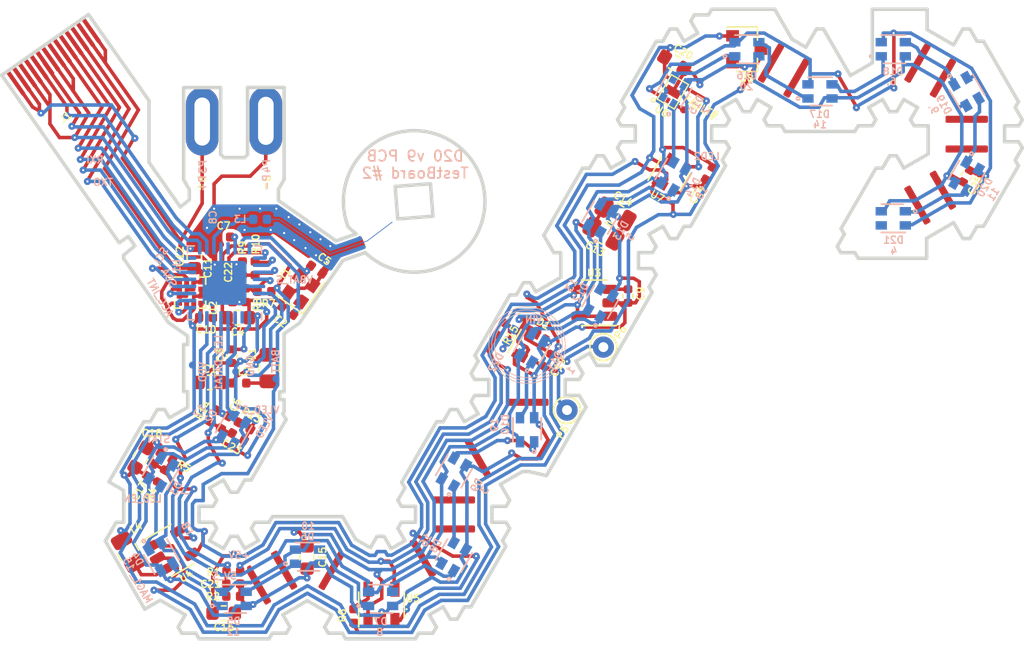
<source format=kicad_pcb>
(kicad_pcb (version 20171130) (host pcbnew "(5.1.10)-1")
  (title_block (title FLX-F020) (date 2020-04-06) (rev 5) (company "Systemic Games, LLC") (comment 1 "Flexible PCB, 0.15mm thickness"))
  (layers (0 F.Cu signal) (31 B.Cu signal) (34 B.Paste user hide) (35 F.Paste user hide) (36 B.SilkS user) (37 F.SilkS user) (38 B.Mask user hide) (39 F.Mask user hide) (44 Edge.Cuts user))
  (net 0 "")
  (net 1 /ANTENNA)
  (net 2 "Net-(C1-Pad1)")
  (net 3 GND)
  (net 4 "Net-(C2-Pad2)")
  (net 5 "Net-(C3-Pad1)")
  (net 6 VDD)
  (net 7 "Net-(C5-Pad2)")
  (net 8 /VLED_SENSE)
  (net 9 "Net-(C7-Pad1)")
  (net 10 /ANT_CHIP)
  (net 11 "Net-(C9-Pad1)")
  (net 12 "Net-(C13-Pad1)")
  (net 13 +5V)
  (net 14 VBAT)
  (net 15 "Net-(C17-Pad2)")
  (net 16 "Net-(C19-Pad1)")
  (net 17 "Net-(C19-Pad2)")
  (net 18 /5V_SENSE)
  (net 19 /VBAT_SENSE)
  (net 20 VLED)
  (net 21 /LED_DATA)
  (net 22 "Net-(D2-Pad3)")
  (net 23 "Net-(D3-Pad3)")
  (net 24 "Net-(D4-Pad3)")
  (net 25 "Net-(D5-Pad3)")
  (net 26 "Net-(D6-Pad3)")
  (net 27 "Net-(D7-Pad3)")
  (net 28 "Net-(D8-Pad3)")
  (net 29 "Net-(D10-Pad1)")
  (net 30 "Net-(D10-Pad3)")
  (net 31 "Net-(D11-Pad3)")
  (net 32 "Net-(D12-Pad3)")
  (net 33 "Net-(D13-Pad3)")
  (net 34 "Net-(D14-Pad3)")
  (net 35 "Net-(D15-Pad3)")
  (net 36 "Net-(D16-Pad3)")
  (net 37 "Net-(D17-Pad3)")
  (net 38 "Net-(D18-Pad3)")
  (net 39 "Net-(D19-Pad3)")
  (net 40 "Net-(D20-Pad3)")
  (net 41 "Net-(D22-Pad1)")
  (net 42 TXO)
  (net 43 SWO)
  (net 44 RXI)
  (net 45 RESET)
  (net 46 SWDCLK)
  (net 47 SWDIO)
  (net 48 "Net-(L1-Pad2)")
  (net 49 "Net-(L1-Pad1)")
  (net 50 "Net-(L4-Pad1)")
  (net 51 "Net-(R6-Pad1)")
  (net 52 "Net-(R10-Pad1)")
  (net 53 "Net-(R10-Pad2)")
  (net 54 /STATS)
  (net 55 /ACC_INT)
  (net 56 /SCL)
  (net 57 /SDA)
  (net 58 /LED_EN)
  (net 59 /Power/MAG1_)
  (net 60 /Power/LED_EN_OUT)
  (net 61 "Net-(U6-Pad3)")
  (module Pixels-dice:BatteryConnector (layer B.Cu) (at 134.9 85 270)
    (fp_text reference P4 (at 3.2 -0.05 270) (layer B.SilkS) (effects (font (size 0.5 0.5) (thickness 0.1)) (justify mirror)))
    (fp_text value BATT-)
    (pad 1 thru_hole oval (at 0 0 270) (size 4.8 2.3) (drill oval 3.4 1.1) (layers *.Cu *.Mask) (net 3 GND))
  )
  (module Pixels-dice:BatteryConnector (layer B.Cu) (at 130.4 85.05 270)
    (fp_text reference P3 (at 3.2 -0.05 270) (layer B.SilkS) (effects (font (size 0.5 0.5) (thickness 0.1)) (justify mirror)))
    (fp_text value BATT+)
    (pad 1 thru_hole oval (at 0 0 270) (size 4.8 2.3) (drill oval 3.4 1.1) (layers *.Cu *.Mask) (net 14 VBAT))
  )
  (module Pixels-dice:MLF_1.6x1.6_6 (layer F.Cu) (at 163.66 82.95 60)
    (fp_text reference U6 (at -1.575 0.005 150) (layer F.SilkS) (effects (font (size 0.5 0.5) (thickness 0.1))))
    (fp_text value MIC2095-1)
    (pad 7 smd rect (at 0 0 60) (size 0.6 1.1) (layers F.Cu F.Paste F.Mask) (net 3 GND))
    (pad 6 smd roundrect (at 0.7 -0.5 60) (size 0.4 0.25) (layers F.Cu F.Paste F.Mask) (roundrect_rratio 0.15) (net 14 VBAT))
    (pad 5 smd roundrect (at 0.7 0 60) (size 0.4 0.25) (layers F.Cu F.Paste F.Mask) (roundrect_rratio 0.15) (net 3 GND))
    (pad 4 smd roundrect (at 0.7 0.5 60) (size 0.4 0.25) (layers F.Cu F.Paste F.Mask) (roundrect_rratio 0.15) (net 60 /Power/LED_EN_OUT))
    (pad 3 smd roundrect (at -0.7 0.5 60) (size 0.4 0.25) (layers F.Cu F.Paste F.Mask) (roundrect_rratio 0.15) (net 61 "Net-(U6-Pad3)"))
    (pad 2 smd roundrect (at -0.7 0 60) (size 0.4 0.25) (layers F.Cu F.Paste F.Mask) (roundrect_rratio 0.15))
    (pad 1 smd roundrect (at -0.7 -0.5 60) (size 0.4 0.25) (layers F.Cu F.Paste F.Mask) (roundrect_rratio 0.15) (net 20 VLED))
  )
  (module Pixels-dice:TX1812Z_2020 (layer B.Cu) (at 179.239711 91.888782)
    (fp_text reference D21 (at 0.010289 1.531218) (layer B.SilkS) (effects (font (size 0.5 0.5) (thickness 0.1)) (justify mirror)))
    (fp_text value TX1812Z_2020)
    (pad 2 smd rect (at 0.85 0.5) (size 0.8 0.6) (layers B.Cu B.Paste B.Mask) (net 20 VLED))
    (pad 1 smd rect (at 0.85 -0.5) (size 0.8 0.6) (layers B.Cu B.Paste B.Mask) (net 40 "Net-(D20-Pad3)"))
    (pad 4 smd rect (at -0.85 -0.5) (size 0.8 0.6) (layers B.Cu B.Paste B.Mask) (net 3 GND))
    (pad 3 smd rect (at -0.85 0.5) (size 0.8 0.6) (layers B.Cu B.Paste B.Mask))
  )
  (module Pixels-dice:TX1812Z_2020 (layer B.Cu) (at 184.420289 88.908782 60)
    (fp_text reference D20 (at -0.045359 1.503871 60) (layer B.SilkS) (effects (font (size 0.5 0.5) (thickness 0.1)) (justify mirror)))
    (fp_text value TX1812Z_2020)
    (pad 2 smd rect (at 0.85 0.5 60) (size 0.8 0.6) (layers B.Cu B.Paste B.Mask) (net 20 VLED))
    (pad 1 smd rect (at 0.85 -0.5 60) (size 0.8 0.6) (layers B.Cu B.Paste B.Mask) (net 39 "Net-(D19-Pad3)"))
    (pad 4 smd rect (at -0.85 -0.5 60) (size 0.8 0.6) (layers B.Cu B.Paste B.Mask) (net 3 GND))
    (pad 3 smd rect (at -0.85 0.5 60) (size 0.8 0.6) (layers B.Cu B.Paste B.Mask) (net 40 "Net-(D20-Pad3)"))
  )
  (module Pixels-dice:TX1812Z_2020 (layer B.Cu) (at 184.41 82.93 120)
    (fp_text reference D19 (at 0 -1.85 120) (layer B.SilkS) (effects (font (size 0.5 0.5) (thickness 0.1)) (justify mirror)))
    (fp_text value TX1812Z_2020)
    (pad 2 smd rect (at 0.85 0.5 120) (size 0.8 0.6) (layers B.Cu B.Paste B.Mask) (net 20 VLED))
    (pad 1 smd rect (at 0.85 -0.5 120) (size 0.8 0.6) (layers B.Cu B.Paste B.Mask) (net 38 "Net-(D18-Pad3)"))
    (pad 4 smd rect (at -0.85 -0.5 120) (size 0.8 0.6) (layers B.Cu B.Paste B.Mask) (net 3 GND))
    (pad 3 smd rect (at -0.85 0.5 120) (size 0.8 0.6) (layers B.Cu B.Paste B.Mask) (net 39 "Net-(D19-Pad3)"))
  )
  (module Pixels-dice:TX1812Z_2020 (layer B.Cu) (at 179.238782 79.939711 180)
    (fp_text reference D18 (at 0.018782 -1.570289) (layer B.SilkS) (effects (font (size 0.5 0.5) (thickness 0.1)) (justify mirror)))
    (fp_text value TX1812Z_2020)
    (pad 2 smd rect (at 0.85 0.5 180) (size 0.8 0.6) (layers B.Cu B.Paste B.Mask) (net 20 VLED))
    (pad 1 smd rect (at 0.85 -0.5 180) (size 0.8 0.6) (layers B.Cu B.Paste B.Mask) (net 37 "Net-(D17-Pad3)"))
    (pad 4 smd rect (at -0.85 -0.5 180) (size 0.8 0.6) (layers B.Cu B.Paste B.Mask) (net 3 GND))
    (pad 3 smd rect (at -0.85 0.5 180) (size 0.8 0.6) (layers B.Cu B.Paste B.Mask) (net 38 "Net-(D18-Pad3)"))
  )
  (module Pixels-dice:TX1812Z_2020 (layer B.Cu) (at 174.058782 82.920289 180)
    (fp_text reference D17 (at 0.028782 -1.609711) (layer B.SilkS) (effects (font (size 0.5 0.5) (thickness 0.1)) (justify mirror)))
    (fp_text value TX1812Z_2020)
    (pad 2 smd rect (at 0.85 0.5 180) (size 0.8 0.6) (layers B.Cu B.Paste B.Mask) (net 20 VLED))
    (pad 1 smd rect (at 0.85 -0.5 180) (size 0.8 0.6) (layers B.Cu B.Paste B.Mask) (net 36 "Net-(D16-Pad3)"))
    (pad 4 smd rect (at -0.85 -0.5 180) (size 0.8 0.6) (layers B.Cu B.Paste B.Mask) (net 3 GND))
    (pad 3 smd rect (at -0.85 0.5 180) (size 0.8 0.6) (layers B.Cu B.Paste B.Mask) (net 37 "Net-(D17-Pad3)"))
  )
  (module Pixels-dice:TX1812Z_2020 (layer B.Cu) (at 168.888782 79.940289 180)
    (fp_text reference D16 (at 0 -1.85) (layer B.SilkS) (effects (font (size 0.5 0.5) (thickness 0.1)) (justify mirror)))
    (fp_text value TX1812Z_2020)
    (pad 2 smd rect (at 0.85 0.5 180) (size 0.8 0.6) (layers B.Cu B.Paste B.Mask) (net 20 VLED))
    (pad 1 smd rect (at 0.85 -0.5 180) (size 0.8 0.6) (layers B.Cu B.Paste B.Mask) (net 35 "Net-(D15-Pad3)"))
    (pad 4 smd rect (at -0.85 -0.5 180) (size 0.8 0.6) (layers B.Cu B.Paste B.Mask) (net 3 GND))
    (pad 3 smd rect (at -0.85 0.5 180) (size 0.8 0.6) (layers B.Cu B.Paste B.Mask) (net 36 "Net-(D16-Pad3)"))
  )
  (module Pixels-dice:TX1812Z_2020 (layer B.Cu) (at 163.708782 82.930289 240)
    (fp_text reference D15 (at 0 -1.85 60) (layer B.SilkS) (effects (font (size 0.5 0.5) (thickness 0.1)) (justify mirror)))
    (fp_text value TX1812Z_2020)
    (pad 2 smd rect (at 0.85 0.5 240) (size 0.8 0.6) (layers B.Cu B.Paste B.Mask) (net 20 VLED))
    (pad 1 smd rect (at 0.85 -0.5 240) (size 0.8 0.6) (layers B.Cu B.Paste B.Mask) (net 34 "Net-(D14-Pad3)"))
    (pad 4 smd rect (at -0.85 -0.5 240) (size 0.8 0.6) (layers B.Cu B.Paste B.Mask) (net 3 GND))
    (pad 3 smd rect (at -0.85 0.5 240) (size 0.8 0.6) (layers B.Cu B.Paste B.Mask) (net 35 "Net-(D15-Pad3)"))
  )
  (module Pixels-dice:TX1812Z_2020 (layer B.Cu) (at 163.708782 88.900289 240)
    (fp_text reference D14 (at 0.010621 -1.601025 60) (layer B.SilkS) (effects (font (size 0.5 0.5) (thickness 0.1)) (justify mirror)))
    (fp_text value TX1812Z_2020)
    (pad 2 smd rect (at 0.85 0.5 240) (size 0.8 0.6) (layers B.Cu B.Paste B.Mask) (net 20 VLED))
    (pad 1 smd rect (at 0.85 -0.5 240) (size 0.8 0.6) (layers B.Cu B.Paste B.Mask) (net 33 "Net-(D13-Pad3)"))
    (pad 4 smd rect (at -0.85 -0.5 240) (size 0.8 0.6) (layers B.Cu B.Paste B.Mask) (net 3 GND))
    (pad 3 smd rect (at -0.85 0.5 240) (size 0.8 0.6) (layers B.Cu B.Paste B.Mask) (net 34 "Net-(D14-Pad3)"))
  )
  (module Pixels-dice:TX1812Z_2020 (layer B.Cu) (at 158.538782 91.890289 240)
    (fp_text reference D13 (at 0.018923 -1.686647 60) (layer B.SilkS) (effects (font (size 0.5 0.5) (thickness 0.1)) (justify mirror)))
    (fp_text value TX1812Z_2020)
    (pad 2 smd rect (at 0.85 0.5 240) (size 0.8 0.6) (layers B.Cu B.Paste B.Mask) (net 20 VLED))
    (pad 1 smd rect (at 0.85 -0.5 240) (size 0.8 0.6) (layers B.Cu B.Paste B.Mask) (net 32 "Net-(D12-Pad3)"))
    (pad 4 smd rect (at -0.85 -0.5 240) (size 0.8 0.6) (layers B.Cu B.Paste B.Mask) (net 3 GND))
    (pad 3 smd rect (at -0.85 0.5 240) (size 0.8 0.6) (layers B.Cu B.Paste B.Mask) (net 33 "Net-(D13-Pad3)"))
  )
  (module Pixels-dice:TX1812Z_2020 (layer B.Cu) (at 158.538782 97.860289 240)
    (fp_text reference D12 (at 0.061942 1.567865 60) (layer B.SilkS) (effects (font (size 0.5 0.5) (thickness 0.1)) (justify mirror)))
    (fp_text value TX1812Z_2020)
    (pad 2 smd rect (at 0.85 0.5 240) (size 0.8 0.6) (layers B.Cu B.Paste B.Mask) (net 20 VLED))
    (pad 1 smd rect (at 0.85 -0.5 240) (size 0.8 0.6) (layers B.Cu B.Paste B.Mask) (net 31 "Net-(D11-Pad3)"))
    (pad 4 smd rect (at -0.85 -0.5 240) (size 0.8 0.6) (layers B.Cu B.Paste B.Mask) (net 3 GND))
    (pad 3 smd rect (at -0.85 0.5 240) (size 0.8 0.6) (layers B.Cu B.Paste B.Mask) (net 32 "Net-(D12-Pad3)"))
  )
  (module Pixels-dice:TX1812Z_2020 (layer B.Cu) (at 153.71 101.06 240)
    (fp_text reference D11 (at 0 -1.85 60) (layer B.SilkS) (effects (font (size 0.5 0.5) (thickness 0.1)) (justify mirror)))
    (fp_text value TX1812Z_2020)
    (pad 2 smd rect (at 0.85 0.5 240) (size 0.8 0.6) (layers B.Cu B.Paste B.Mask) (net 20 VLED))
    (pad 1 smd rect (at 0.85 -0.5 240) (size 0.8 0.6) (layers B.Cu B.Paste B.Mask) (net 30 "Net-(D10-Pad3)"))
    (pad 4 smd rect (at -0.85 -0.5 240) (size 0.8 0.6) (layers B.Cu B.Paste B.Mask) (net 3 GND))
    (pad 3 smd rect (at -0.85 0.5 240) (size 0.8 0.6) (layers B.Cu B.Paste B.Mask) (net 31 "Net-(D11-Pad3)"))
  )
  (module Pixels-dice:TX1812Z_2020 (layer B.Cu) (at 153.358782 106.830289 270)
    (fp_text reference D10 (at -0.380289 1.538782 270) (layer B.SilkS) (effects (font (size 0.5 0.5) (thickness 0.1)) (justify mirror)))
    (fp_text value TX1812Z_2020)
    (pad 2 smd rect (at 0.85 0.5 270) (size 0.8 0.6) (layers B.Cu B.Paste B.Mask) (net 20 VLED))
    (pad 1 smd rect (at 0.85 -0.5 270) (size 0.8 0.6) (layers B.Cu B.Paste B.Mask) (net 29 "Net-(D10-Pad1)"))
    (pad 4 smd rect (at -0.85 -0.5 270) (size 0.8 0.6) (layers B.Cu B.Paste B.Mask) (net 3 GND))
    (pad 3 smd rect (at -0.85 0.5 270) (size 0.8 0.6) (layers B.Cu B.Paste B.Mask) (net 30 "Net-(D10-Pad3)"))
  )
  (module Pixels-dice:TX1812Z_2020 (layer B.Cu) (at 148.188782 109.820289 240)
    (fp_text reference D9 (at 0 -1.85 60) (layer B.SilkS) (effects (font (size 0.5 0.5) (thickness 0.1)) (justify mirror)))
    (fp_text value TX1812Z_2020)
    (pad 2 smd rect (at 0.85 0.5 240) (size 0.8 0.6) (layers B.Cu B.Paste B.Mask) (net 20 VLED))
    (pad 1 smd rect (at 0.85 -0.5 240) (size 0.8 0.6) (layers B.Cu B.Paste B.Mask) (net 28 "Net-(D8-Pad3)"))
    (pad 4 smd rect (at -0.85 -0.5 240) (size 0.8 0.6) (layers B.Cu B.Paste B.Mask) (net 3 GND))
    (pad 3 smd rect (at -0.85 0.5 240) (size 0.8 0.6) (layers B.Cu B.Paste B.Mask) (net 29 "Net-(D10-Pad1)"))
  )
  (module Pixels-dice:TX1812Z_2020 (layer B.Cu) (at 148.178782 115.790289 240)
    (fp_text reference D8 (at -0.019039 1.487602 60) (layer B.SilkS) (effects (font (size 0.5 0.5) (thickness 0.1)) (justify mirror)))
    (fp_text value TX1812Z_2020)
    (pad 2 smd rect (at 0.85 0.5 240) (size 0.8 0.6) (layers B.Cu B.Paste B.Mask) (net 20 VLED))
    (pad 1 smd rect (at 0.85 -0.5 240) (size 0.8 0.6) (layers B.Cu B.Paste B.Mask) (net 27 "Net-(D7-Pad3)"))
    (pad 4 smd rect (at -0.85 -0.5 240) (size 0.8 0.6) (layers B.Cu B.Paste B.Mask) (net 3 GND))
    (pad 3 smd rect (at -0.85 0.5 240) (size 0.8 0.6) (layers B.Cu B.Paste B.Mask) (net 28 "Net-(D8-Pad3)"))
  )
  (module Pixels-dice:TX1812Z_2020 (layer B.Cu) (at 143.008782 118.780289 180)
    (fp_text reference D7 (at 0 -1.599711) (layer B.SilkS) (effects (font (size 0.5 0.5) (thickness 0.1)) (justify mirror)))
    (fp_text value TX1812Z_2020)
    (pad 2 smd rect (at 0.85 0.5 180) (size 0.8 0.6) (layers B.Cu B.Paste B.Mask) (net 20 VLED))
    (pad 1 smd rect (at 0.85 -0.5 180) (size 0.8 0.6) (layers B.Cu B.Paste B.Mask) (net 26 "Net-(D6-Pad3)"))
    (pad 4 smd rect (at -0.85 -0.5 180) (size 0.8 0.6) (layers B.Cu B.Paste B.Mask) (net 3 GND))
    (pad 3 smd rect (at -0.85 0.5 180) (size 0.8 0.6) (layers B.Cu B.Paste B.Mask) (net 27 "Net-(D7-Pad3)"))
  )
  (module Pixels-dice:TX1812Z_2020 (layer B.Cu) (at 137.84 115.8 180)
    (fp_text reference D6 (at 0 1.42) (layer B.SilkS) (effects (font (size 0.5 0.5) (thickness 0.1)) (justify mirror)))
    (fp_text value TX1812Z_2020)
    (pad 2 smd rect (at 0.85 0.5 180) (size 0.8 0.6) (layers B.Cu B.Paste B.Mask) (net 20 VLED))
    (pad 1 smd rect (at 0.85 -0.5 180) (size 0.8 0.6) (layers B.Cu B.Paste B.Mask) (net 25 "Net-(D5-Pad3)"))
    (pad 4 smd rect (at -0.85 -0.5 180) (size 0.8 0.6) (layers B.Cu B.Paste B.Mask) (net 3 GND))
    (pad 3 smd rect (at -0.85 0.5 180) (size 0.8 0.6) (layers B.Cu B.Paste B.Mask) (net 26 "Net-(D6-Pad3)"))
  )
  (module Pixels-dice:TX1812Z_2020 (layer B.Cu) (at 132.66 118.78 180)
    (fp_text reference D5 (at 0.04 -1.57) (layer B.SilkS) (effects (font (size 0.5 0.5) (thickness 0.1)) (justify mirror)))
    (fp_text value TX1812Z_2020)
    (pad 2 smd rect (at 0.85 0.5 180) (size 0.8 0.6) (layers B.Cu B.Paste B.Mask) (net 20 VLED))
    (pad 1 smd rect (at 0.85 -0.5 180) (size 0.8 0.6) (layers B.Cu B.Paste B.Mask) (net 24 "Net-(D4-Pad3)"))
    (pad 4 smd rect (at -0.85 -0.5 180) (size 0.8 0.6) (layers B.Cu B.Paste B.Mask) (net 3 GND))
    (pad 3 smd rect (at -0.85 0.5 180) (size 0.8 0.6) (layers B.Cu B.Paste B.Mask) (net 25 "Net-(D5-Pad3)"))
  )
  (module Pixels-dice:TX1812Z_2020 (layer B.Cu) (at 127.478782 115.789711 120)
    (fp_text reference D4 (at 0.690577 -1.516692 120) (layer B.SilkS) (effects (font (size 0.5 0.5) (thickness 0.1)) (justify mirror)))
    (fp_text value TX1812Z_2020)
    (pad 2 smd rect (at 0.85 0.5 120) (size 0.8 0.6) (layers B.Cu B.Paste B.Mask) (net 20 VLED))
    (pad 1 smd rect (at 0.85 -0.5 120) (size 0.8 0.6) (layers B.Cu B.Paste B.Mask) (net 23 "Net-(D3-Pad3)"))
    (pad 4 smd rect (at -0.85 -0.5 120) (size 0.8 0.6) (layers B.Cu B.Paste B.Mask) (net 3 GND))
    (pad 3 smd rect (at -0.85 0.5 120) (size 0.8 0.6) (layers B.Cu B.Paste B.Mask) (net 24 "Net-(D4-Pad3)"))
  )
  (module Pixels-dice:TX1812Z_2020 (layer B.Cu) (at 127.478782 109.820289 60)
    (fp_text reference D3 (at -0.46373 1.516218 60) (layer B.SilkS) (effects (font (size 0.5 0.5) (thickness 0.1)) (justify mirror)))
    (fp_text value TX1812Z_2020)
    (pad 2 smd rect (at 0.85 0.5 60) (size 0.8 0.6) (layers B.Cu B.Paste B.Mask) (net 20 VLED))
    (pad 1 smd rect (at 0.85 -0.5 60) (size 0.8 0.6) (layers B.Cu B.Paste B.Mask) (net 22 "Net-(D2-Pad3)"))
    (pad 4 smd rect (at -0.85 -0.5 60) (size 0.8 0.6) (layers B.Cu B.Paste B.Mask) (net 3 GND))
    (pad 3 smd rect (at -0.85 0.5 60) (size 0.8 0.6) (layers B.Cu B.Paste B.Mask) (net 23 "Net-(D3-Pad3)"))
  )
  (module Pixels-dice:TX1812Z_2020 (layer B.Cu) (at 132.63 106.795 60)
    (fp_text reference D2 (at 0 -1.85 60) (layer B.SilkS) (effects (font (size 0.5 0.5) (thickness 0.1)) (justify mirror)))
    (fp_text value TX1812Z_2020)
    (pad 2 smd rect (at 0.85 0.5 60) (size 0.8 0.6) (layers B.Cu B.Paste B.Mask) (net 20 VLED))
    (pad 1 smd rect (at 0.85 -0.5 60) (size 0.8 0.6) (layers B.Cu B.Paste B.Mask) (net 21 /LED_DATA))
    (pad 4 smd rect (at -0.85 -0.5 60) (size 0.8 0.6) (layers B.Cu B.Paste B.Mask) (net 3 GND))
    (pad 3 smd rect (at -0.85 0.5 60) (size 0.8 0.6) (layers B.Cu B.Paste B.Mask) (net 22 "Net-(D2-Pad3)"))
  )
  (module Pixels-dice:TEST_PIN (layer F.Cu) (at 164.42 84.22)
    (fp_text reference W11 hide)
    (fp_text value FAULT# (at 1.2 -0.18 150) (layer F.SilkS) (effects (font (size 0.5 0.5) (thickness 0.1))))
    (pad 1 smd circle (at 0 0) (size 0.5 0.5) (layers F.Cu F.Mask) (net 61 "Net-(U6-Pad3)"))
  )
  (module Pixels-dice:SOT-23-5 (layer F.Cu) (at 128.21 115.36 30)
    (fp_text reference U4 (at 0.01 2.1 30) (layer F.SilkS) (effects (font (size 0.5 0.5) (thickness 0.1))))
    (fp_text value BL8028 hide)
    (pad 5 smd roundrect (at 1.1 -0.95 30) (size 1.06 0.65) (layers F.Cu F.Paste F.Mask) (net 15 "Net-(C17-Pad2)"))
    (pad 4 smd roundrect (at 1.1 0.95 30) (size 1.06 0.65) (layers F.Cu F.Paste F.Mask) (net 14 VBAT))
    (pad 3 smd roundrect (at -1.1 0.95 30) (size 1.06 0.65) (layers F.Cu F.Paste F.Mask) (net 50 "Net-(L4-Pad1)"))
    (pad 2 smd roundrect (at -1.1 0 30) (size 1.06 0.65) (layers F.Cu F.Paste F.Mask) (net 3 GND))
    (pad 1 smd roundrect (at -1.1 -0.95 30) (size 1.06 0.65) (layers F.Cu F.Paste F.Mask) (net 59 /Power/MAG1_))
  )
  (module Pixels-dice:SOT-23-5 (layer F.Cu) (at 158.11 97.86 180)
    (fp_text reference U3 (at 0.01 2.1) (layer F.SilkS) (effects (font (size 0.5 0.5) (thickness 0.1))))
    (fp_text value NJM2870F05-TE2 hide)
    (pad 5 smd roundrect (at 1.1 -0.95 180) (size 1.06 0.65) (layers F.Cu F.Paste F.Mask) (net 12 "Net-(C13-Pad1)"))
    (pad 4 smd roundrect (at 1.1 0.95 180) (size 1.06 0.65) (layers F.Cu F.Paste F.Mask) (net 13 +5V))
    (pad 3 smd roundrect (at -1.1 0.95 180) (size 1.06 0.65) (layers F.Cu F.Paste F.Mask) (net 11 "Net-(C9-Pad1)"))
    (pad 2 smd roundrect (at -1.1 0 180) (size 1.06 0.65) (layers F.Cu F.Paste F.Mask) (net 3 GND))
    (pad 1 smd roundrect (at -1.1 -0.95 180) (size 1.06 0.65) (layers F.Cu F.Paste F.Mask) (net 12 "Net-(C13-Pad1)"))
  )
  (module Pixels-dice:LGA-12_2x2mm_P0.5mm (layer F.Cu) (at 129.55 97.14)
    (fp_text reference U2 (at 1.625 1.0875 270) (layer F.SilkS) (effects (font (size 0.5 0.5) (thickness 0.1))))
    (fp_text value KXTJ3-1057 hide)
    (pad 12 smd rect (at -0.25 -0.7625 90) (size 0.375 0.35) (layers F.Cu F.Paste F.Mask) (net 56 /SCL) (clearance 0.15))
    (pad 11 smd rect (at 0.25 -0.7625 90) (size 0.375 0.35) (layers F.Cu F.Paste F.Mask) (net 6 VDD) (clearance 0.15))
    (pad 6 smd rect (at 0.25 0.7625 90) (size 0.375 0.35) (layers F.Cu F.Paste F.Mask) (net 3 GND) (clearance 0.15))
    (pad 5 smd rect (at -0.25 0.7625 90) (size 0.375 0.35) (layers F.Cu F.Paste F.Mask) (net 55 /ACC_INT) (clearance 0.15))
    (pad 10 smd rect (at 0.7625 -0.75) (size 0.375 0.35) (layers F.Cu F.Paste F.Mask) (net 6 VDD) (clearance 0.15))
    (pad 1 smd rect (at -0.7625 -0.75) (size 0.375 0.35) (layers F.Cu F.Paste F.Mask) (net 3 GND) (clearance 0.15))
    (pad 7 smd rect (at 0.7625 0.75) (size 0.375 0.35) (layers F.Cu F.Paste F.Mask) (net 6 VDD) (clearance 0.15))
    (pad 4 smd rect (at -0.7625 0.75) (size 0.375 0.35) (layers F.Cu F.Paste F.Mask) (net 3 GND) (clearance 0.15))
    (pad 8 smd rect (at 0.7625 0.25) (size 0.375 0.35) (layers F.Cu F.Paste F.Mask) (net 3 GND) (clearance 0.15))
    (pad 9 smd rect (at 0.7625 -0.25) (size 0.375 0.35) (layers F.Cu F.Paste F.Mask) (net 3 GND) (clearance 0.15))
    (pad 3 smd rect (at -0.7625 0.25) (size 0.375 0.35) (layers F.Cu F.Paste F.Mask) (net 6 VDD) (clearance 0.15))
    (pad 2 smd rect (at -0.7625 -0.25) (size 0.375 0.35) (layers F.Cu F.Paste F.Mask) (net 57 /SDA) (clearance 0.15))
  )
  (module Capacitor_SMD:C_0402_1005Metric (layer F.Cu) (at 160.49 97.38 270)
    (fp_text reference C9 (at -0.17 -0.9 90) (layer F.SilkS) (effects (font (size 0.5 0.5) (thickness 0.1))))
    (fp_text value "10nF 25V 10%")
    (pad 2 smd roundrect (at 0.48 0 270) (size 0.56 0.62) (layers F.Cu F.Paste F.Mask) (net 3 GND))
    (pad 1 smd roundrect (at -0.48 0 270) (size 0.56 0.62) (layers F.Cu F.Paste F.Mask) (net 11 "Net-(C9-Pad1)"))
  )
  (module Pixels-dice:TEST_PIN (layer B.Cu) (at 121.79 87.73)
    (fp_text reference W1 hide)
    (fp_text value RXI (at 1.03 0.03 -180) (layer B.SilkS) (effects (font (size 0.5 0.5) (thickness 0.1)) (justify mirror)))
    (pad 1 smd circle (at 0 0) (size 0.5 0.5) (layers B.Cu B.Mask) (net 44 RXI))
  )
  (module Pixels-dice:TEST_PIN (layer B.Cu) (at 135.2 96.29)
    (fp_text reference W20 hide)
    (fp_text value VBAT_S (at 1.71 -0.06 -180) (layer B.SilkS) (effects (font (size 0.5 0.5) (thickness 0.1)) (justify mirror)))
    (pad 1 smd circle (at 0 0) (size 0.5 0.5) (layers B.Cu B.Mask) (net 19 /VBAT_SENSE))
  )
  (module Pixels-dice:TEST_PIN (layer B.Cu) (at 125.99 111.05)
    (fp_text reference W5 hide)
    (fp_text value LED_EN (at 0.2 0.66 -180) (layer B.SilkS) (effects (font (size 0.5 0.5) (thickness 0.1)) (justify mirror)))
    (pad 1 smd circle (at 0 0) (size 0.5 0.5) (layers B.Cu B.Mask) (net 58 /LED_EN))
  )
  (module Pixels-dice:TEST_PIN (layer B.Cu) (at 122.29 89.28)
    (fp_text reference W2 hide)
    (fp_text value TXO (at 1.11 0.06 -180) (layer B.SilkS) (effects (font (size 0.5 0.5) (thickness 0.1)) (justify mirror)))
    (pad 1 smd circle (at 0 0) (size 0.5 0.5) (layers B.Cu B.Mask) (net 42 TXO))
  )
  (module Pixels-dice:TEST_PIN (layer B.Cu) (at 134.15 106.18)
    (fp_text reference W3 hide)
    (fp_text value VLED (at 0.66 0.43 -120) (layer B.SilkS) (effects (font (size 0.5 0.5) (thickness 0.1)) (justify mirror)))
    (pad 1 smd circle (at 0 0) (size 0.5 0.5) (layers B.Cu B.Mask) (net 20 VLED))
  )
  (module Pixels-dice:TEST_PIN (layer B.Cu) (at 128.75 98.51 90)
    (fp_text reference W7 hide)
    (fp_text value ACC_INT (at 1.02 -1.33 120) (layer B.SilkS) (effects (font (size 0.5 0.5) (thickness 0.1)) (justify mirror)))
    (pad 1 smd circle (at 0 0 90) (size 0.5 0.5) (layers B.Cu B.Mask) (net 55 /ACC_INT))
  )
  (module Pixels-dice:TEST_PIN (layer B.Cu) (at 128.15 97.22 90)
    (fp_text reference W9 hide)
    (fp_text value SDA (at 1.12 -0.09 300) (layer B.SilkS) (effects (font (size 0.5 0.5) (thickness 0.1)) (justify mirror)))
    (pad 1 smd circle (at 0 0 90) (size 0.5 0.5) (layers B.Cu B.Mask) (net 57 /SDA))
  )
  (module Pixels-dice:Crystal_SMD_2016-4Pin_2.0x1.6mm (layer F.Cu) (at 137.34097 96.871126 55)
    (fp_text reference Y1 (at 0.235277 -1.496571 235) (layer F.SilkS) (effects (font (size 0.5 0.5) (thickness 0.1))))
    (fp_text value "32MHz 40ppm")
    (pad 4 smd roundrect (at -0.7 -0.55 55) (size 0.9 0.8) (layers F.Cu F.Paste F.Mask) (roundrect_rratio 0.075) (net 3 GND))
    (pad 2 smd roundrect (at 0.7 0.55 55) (size 0.9 0.8) (layers F.Cu F.Paste F.Mask) (roundrect_rratio 0.075) (net 3 GND))
    (pad 1 smd custom (at -0.7 0.55 55) (size 0.5 0.5) (layers F.Cu F.Paste F.Mask) (net 4 "Net-(C2-Pad2)") (options (clearance outline) (anchor rect)) (primitives (gr_poly (pts (xy 0.4 -0.2) (xy 0.4 0.35) (xy -0.4 0.35) (xy -0.4 -0.35) (xy 0.25 -0.35)) (width 0.1)) (gr_line (start -0.2 0.25) (end -0.3 0.15) (width 0.1)) (gr_line (start -0.3 -0.25) (end 0.2 0.25) (width 0.1))))
    (pad 3 smd custom (at 0.7 -0.55 55) (size 0.5 0.5) (layers F.Cu F.Paste F.Mask) (net 7 "Net-(C5-Pad2)") (options (clearance outline) (anchor rect)) (primitives (gr_poly (pts (xy 0.4 0.35) (xy -0.25 0.35) (xy -0.4 0.2) (xy -0.4 -0.35) (xy 0.4 -0.35)) (width 0.1)) (gr_line (start 0.2 -0.25) (end 0.3 -0.15) (width 0.1))))
  )
  (module Pixels-dice:SOT-23 (layer F.Cu) (at 168.88 79.94 180)
    (fp_text reference U8 (at 0 -2.07 180) (layer F.SilkS) (effects (font (size 0.5 0.5) (thickness 0.1))))
    (fp_text value AH180-WG-7)
    (pad 1 smd rect (at 1 0.95) (size 0.9 0.8) (layers F.Cu F.Paste F.Mask) (net 14 VBAT))
    (pad 2 smd rect (at 1 -0.95) (size 0.9 0.8) (layers F.Cu F.Paste F.Mask) (net 3 GND))
    (pad 3 smd rect (at -1 0) (size 0.9 0.8) (layers F.Cu F.Paste F.Mask) (net 59 /Power/MAG1_))
  )
  (module TestPoint:TestPoint_THTPad_D1.5mm_Drill0.7mm (layer F.Cu) (at 158.75 100.99 30)
    (fp_text reference P6 (at 1.576551 -0.290666 240) (layer F.SilkS) (effects (font (size 0.5 0.5) (thickness 0.1))))
    (fp_text value COILB)
    (pad 1 thru_hole circle (at 0 0 30) (size 1.5 1.5) (drill 0.7) (layers *.Cu *.Mask) (net 17 "Net-(C19-Pad2)"))
  )
  (module Resistor_SMD:R_0402_1005Metric (layer F.Cu) (at 134.14 95.42 90)
    (fp_text reference R10 (at 1.71 0.05 270) (layer F.SilkS) (effects (font (size 0.5 0.5) (thickness 0.1))))
    (fp_text value "100k 1%")
    (pad 2 smd roundrect (at 0.485 0 90) (size 0.59 0.64) (layers F.Cu F.Paste F.Mask) (net 53 "Net-(R10-Pad2)"))
    (pad 1 smd roundrect (at -0.485 0 90) (size 0.59 0.64) (layers F.Cu F.Paste F.Mask) (net 52 "Net-(R10-Pad1)"))
  )
  (module Resistor_SMD:R_0402_1005Metric (layer F.Cu) (at 127.521395 110.111109 240)
    (fp_text reference R4 (at 1.474589 0.016282 60) (layer F.SilkS) (effects (font (size 0.5 0.5) (thickness 0.1))))
    (fp_text value "402k 1%")
    (pad 2 smd roundrect (at 0.485 0 240) (size 0.59 0.64) (layers F.Cu F.Paste F.Mask) (net 6 VDD))
    (pad 1 smd roundrect (at -0.485 0 240) (size 0.59 0.64) (layers F.Cu F.Paste F.Mask) (net 15 "Net-(C17-Pad2)"))
  )
  (module TestPoint:TestPoint_THTPad_D1.5mm_Drill0.7mm (layer F.Cu) (at 156.18 105.44 30)
    (fp_text reference P5 (at -1.044808 1.20966 240) (layer F.SilkS) (effects (font (size 0.5 0.5) (thickness 0.1))))
    (fp_text value COILA)
    (pad 1 thru_hole circle (at 0 0 30) (size 1.5 1.5) (drill 0.7) (layers *.Cu *.Mask) (net 16 "Net-(C19-Pad1)"))
  )
  (module Capacitor_SMD:C_0603_1608Metric (layer F.Cu) (at 163.76 80.9 330)
    (fp_text reference C20 (at 0.16 -0.98 150) (layer F.SilkS) (effects (font (size 0.5 0.5) (thickness 0.1))))
    (fp_text value "4.7uF 6.3V 20%")
    (pad 2 smd roundrect (at 0.7875 0 330) (size 0.875 0.95) (layers F.Cu F.Paste F.Mask) (net 3 GND))
    (pad 1 smd roundrect (at -0.7875 0 330) (size 0.875 0.95) (layers F.Cu F.Paste F.Mask) (net 14 VBAT))
  )
  (module Inductor_SMD:L_0805_2012Metric (layer F.Cu) (at 125.17 115.47 120)
    (fp_text reference L4 (at 1.205903 1.331314 210) (layer F.SilkS) (effects (font (size 0.5 0.5) (thickness 0.1))))
    (fp_text value "2.2uH 20mA 10%")
    (pad 1 smd roundrect (at -0.9375 0 120) (size 0.975 1.4) (layers F.Cu F.Paste F.Mask) (net 50 "Net-(L4-Pad1)"))
    (pad 2 smd roundrect (at 0.9375 0 120) (size 0.975 1.4) (layers F.Cu F.Paste F.Mask) (net 6 VDD))
  )
  (module Resistor_SMD:R_0402_1005Metric (layer F.Cu) (at 127.874985 108.698673 330)
    (fp_text reference R5 (at 1.435218 0.01584 330) (layer F.SilkS) (effects (font (size 0.5 0.5) (thickness 0.1))))
    (fp_text value "100k 1%")
    (pad 1 smd roundrect (at -0.485 0 330) (size 0.59 0.64) (layers F.Cu F.Paste F.Mask) (net 3 GND))
    (pad 2 smd roundrect (at 0.485 0 330) (size 0.59 0.64) (layers F.Cu F.Paste F.Mask) (net 15 "Net-(C17-Pad2)"))
  )
  (module Resistor_SMD:R_0402_1005Metric (layer F.Cu) (at 132.59 118.6 180)
    (fp_text reference R2 (at 1.43 -0.01) (layer F.SilkS) (effects (font (size 0.5 0.5) (thickness 0.1))))
    (fp_text value "10M 1%")
    (pad 1 smd roundrect (at -0.485 0 180) (size 0.59 0.64) (layers F.Cu F.Paste F.Mask) (net 3 GND))
    (pad 2 smd roundrect (at 0.485 0 180) (size 0.59 0.64) (layers F.Cu F.Paste F.Mask) (net 18 /5V_SENSE))
  )
  (module Resistor_SMD:R_0402_1005Metric (layer F.Cu) (at 133.24 95.42 270)
    (fp_text reference R9 (at -1.46 0 90) (layer F.SilkS) (effects (font (size 0.5 0.5) (thickness 0.1))))
    (fp_text value "71.5K 1%")
    (pad 1 smd roundrect (at -0.485 0 270) (size 0.59 0.64) (layers F.Cu F.Paste F.Mask) (net 3 GND))
    (pad 2 smd roundrect (at 0.485 0 270) (size 0.59 0.64) (layers F.Cu F.Paste F.Mask) (net 52 "Net-(R10-Pad1)"))
  )
  (module Resistor_SMD:R_0402_1005Metric (layer F.Cu) (at 133.47 97.32 270)
    (fp_text reference R8 (at 0.67 -0.85 270) (layer F.SilkS) (effects (font (size 0.5 0.5) (thickness 0.1))))
    (fp_text value "10M 1%")
    (pad 2 smd roundrect (at 0.485 0 270) (size 0.59 0.64) (layers F.Cu F.Paste F.Mask) (net 3 GND))
    (pad 1 smd roundrect (at -0.485 0 270) (size 0.59 0.64) (layers F.Cu F.Paste F.Mask) (net 19 /VBAT_SENSE))
  )
  (module Inductor_SMD:L_0402_1005Metric (layer B.Cu) (at 134.49 91.96)
    (fp_text reference L3 (at -1.41 -0.01) (layer B.SilkS) (effects (font (size 0.5 0.5) (thickness 0.1)) (justify mirror)))
    (fp_text value "3.9nH 100 mA 5%")
    (pad 2 smd roundrect (at 0.485 0) (size 0.59 0.64) (layers B.Cu B.Paste B.Mask) (net 1 /ANTENNA))
    (pad 1 smd roundrect (at -0.485 0) (size 0.59 0.64) (layers B.Cu B.Paste B.Mask) (net 10 /ANT_CHIP))
  )
  (module Package_DFN_QFN:QFN-32-1EP_5x5mm_P0.5mm_EP3.1x3.1mm (layer B.Cu) (at 131.98 96.45 90)
    (fp_text reference U1 (at 1.18 -3.38 270) (layer B.SilkS) (effects (font (size 0.5 0.5) (thickness 0.1)) (justify mirror)))
    (fp_text value N52810_QFN32)
    (pad 32 smd roundrect (at -1.75 2.4375 90) (size 0.25 0.875) (layers B.Cu B.Paste B.Mask) (net 6 VDD))
    (pad 31 smd roundrect (at -1.25 2.4375 90) (size 0.25 0.875) (layers B.Cu B.Paste B.Mask) (net 49 "Net-(L1-Pad1)"))
    (pad 30 smd roundrect (at -0.75 2.4375 90) (size 0.25 0.875) (layers B.Cu B.Paste B.Mask) (net 2 "Net-(C1-Pad1)"))
    (pad 29 smd roundrect (at -0.25 2.4375 90) (size 0.25 0.875) (layers B.Cu B.Paste B.Mask) (net 3 GND))
    (pad 28 smd roundrect (at 0.25 2.4375 90) (size 0.25 0.875) (layers B.Cu B.Paste B.Mask) (net 19 /VBAT_SENSE))
    (pad 27 smd roundrect (at 0.75 2.4375 90) (size 0.25 0.875) (layers B.Cu B.Paste B.Mask) (net 52 "Net-(R10-Pad1)"))
    (pad 26 smd roundrect (at 1.25 2.4375 90) (size 0.25 0.875) (layers B.Cu B.Paste B.Mask) (net 53 "Net-(R10-Pad2)"))
    (pad 25 smd roundrect (at 1.75 2.4375 90) (size 0.25 0.875) (layers B.Cu B.Paste B.Mask) (net 6 VDD))
    (pad 24 smd roundrect (at 2.4375 1.75 90) (size 0.875 0.25) (layers B.Cu B.Paste B.Mask) (net 4 "Net-(C2-Pad2)"))
    (pad 23 smd roundrect (at 2.4375 1.25 90) (size 0.875 0.25) (layers B.Cu B.Paste B.Mask) (net 7 "Net-(C5-Pad2)"))
    (pad 22 smd roundrect (at 2.4375 0.75 90) (size 0.875 0.25) (layers B.Cu B.Paste B.Mask) (net 9 "Net-(C7-Pad1)"))
    (pad 21 smd roundrect (at 2.4375 0.25 90) (size 0.875 0.25) (layers B.Cu B.Paste B.Mask))
    (pad 20 smd roundrect (at 2.4375 -0.25 90) (size 0.875 0.25) (layers B.Cu B.Paste B.Mask) (net 3 GND))
    (pad 19 smd roundrect (at 2.4375 -0.75 90) (size 0.875 0.25) (layers B.Cu B.Paste B.Mask) (net 10 /ANT_CHIP))
    (pad 18 smd roundrect (at 2.4375 -1.25 90) (size 0.875 0.25) (layers B.Cu B.Paste B.Mask) (net 47 SWDIO))
    (pad 17 smd roundrect (at 2.4375 -1.75 90) (size 0.875 0.25) (layers B.Cu B.Paste B.Mask) (net 46 SWDCLK))
    (pad 16 smd roundrect (at 1.75 -2.4375 90) (size 0.25 0.875) (layers B.Cu B.Paste B.Mask) (net 45 RESET))
    (pad 15 smd roundrect (at 1.25 -2.4375 90) (size 0.25 0.875) (layers B.Cu B.Paste B.Mask) (net 44 RXI))
    (pad 14 smd roundrect (at 0.75 -2.4375 90) (size 0.25 0.875) (layers B.Cu B.Paste B.Mask) (net 43 SWO))
    (pad 13 smd roundrect (at 0.25 -2.4375 90) (size 0.25 0.875) (layers B.Cu B.Paste B.Mask) (net 42 TXO))
    (pad 12 smd roundrect (at -0.25 -2.4375 90) (size 0.25 0.875) (layers B.Cu B.Paste B.Mask) (net 56 /SCL))
    (pad 11 smd roundrect (at -0.75 -2.4375 90) (size 0.25 0.875) (layers B.Cu B.Paste B.Mask) (net 57 /SDA))
    (pad 10 smd roundrect (at -1.25 -2.4375 90) (size 0.25 0.875) (layers B.Cu B.Paste B.Mask) (net 55 /ACC_INT))
    (pad 9 smd roundrect (at -1.75 -2.4375 90) (size 0.25 0.875) (layers B.Cu B.Paste B.Mask) (net 6 VDD))
    (pad 8 smd roundrect (at -2.4375 -1.75 90) (size 0.875 0.25) (layers B.Cu B.Paste B.Mask))
    (pad 7 smd roundrect (at -2.4375 -1.25 90) (size 0.875 0.25) (layers B.Cu B.Paste B.Mask) (net 58 /LED_EN))
    (pad 6 smd roundrect (at -2.4375 -0.75 90) (size 0.875 0.25) (layers B.Cu B.Paste B.Mask) (net 54 /STATS))
    (pad 5 smd roundrect (at -2.4375 -0.25 90) (size 0.875 0.25) (layers B.Cu B.Paste B.Mask) (net 18 /5V_SENSE))
    (pad 4 smd roundrect (at -2.4375 0.25 90) (size 0.875 0.25) (layers B.Cu B.Paste B.Mask) (net 8 /VLED_SENSE))
    (pad 3 smd roundrect (at -2.4375 0.75 90) (size 0.875 0.25) (layers B.Cu B.Paste B.Mask) (net 21 /LED_DATA))
    (pad 2 smd roundrect (at -2.4375 1.25 90) (size 0.875 0.25) (layers B.Cu B.Paste B.Mask))
    (pad 1 smd roundrect (at -2.4375 1.75 90) (size 0.875 0.25) (layers B.Cu B.Paste B.Mask) (net 5 "Net-(C3-Pad1)"))
    (pad 33 smd roundrect (at 0 0 90) (size 3.1 3.1) (layers B.Cu B.Mask) (roundrect_rratio 0.08064483870967742) (net 3 GND))
  )
  (module Resistor_SMD:R_0402_1005Metric (layer F.Cu) (at 132.6 116.84 180)
    (fp_text reference R1 (at 1.4 -0.04) (layer F.SilkS) (effects (font (size 0.5 0.5) (thickness 0.1))))
    (fp_text value "4M 1%")
    (pad 2 smd roundrect (at 0.485 0 180) (size 0.59 0.64) (layers F.Cu F.Paste F.Mask) (net 18 /5V_SENSE))
    (pad 1 smd roundrect (at -0.485 0 180) (size 0.59 0.64) (layers F.Cu F.Paste F.Mask) (net 13 +5V))
  )
  (module Resistor_SMD:R_0402_1005Metric (layer F.Cu) (at 134.8 97.06 180)
    (fp_text reference R7 (at -0.29 -0.85 180) (layer F.SilkS) (effects (font (size 0.5 0.5) (thickness 0.1))))
    (fp_text value "4M 1%")
    (pad 1 smd roundrect (at -0.485 0 180) (size 0.59 0.64) (layers F.Cu F.Paste F.Mask) (net 14 VBAT))
    (pad 2 smd roundrect (at 0.485 0 180) (size 0.59 0.64) (layers F.Cu F.Paste F.Mask) (net 19 /VBAT_SENSE))
  )
  (module Package_TO_SOT_SMD:SOT-23-5 (layer F.Cu) (at 143.07 119.2 90)
    (fp_text reference U5 (at 0.45 2.22 180) (layer F.SilkS) (effects (font (size 0.5 0.5) (thickness 0.1))))
    (fp_text value MCP73832T-2ACI/OT)
    (pad 1 smd rect (at -1.1 -0.95 90) (size 1.06 0.65) (layers F.Cu F.Paste F.Mask) (net 54 /STATS))
    (pad 2 smd rect (at -1.1 0 90) (size 1.06 0.65) (layers F.Cu F.Paste F.Mask) (net 3 GND))
    (pad 3 smd rect (at -1.1 0.95 90) (size 1.06 0.65) (layers F.Cu F.Paste F.Mask) (net 14 VBAT))
    (pad 4 smd rect (at 1.1 0.95 90) (size 1.06 0.65) (layers F.Cu F.Paste F.Mask) (net 13 +5V))
    (pad 5 smd rect (at 1.1 -0.95 90) (size 1.06 0.65) (layers F.Cu F.Paste F.Mask) (net 51 "Net-(R6-Pad1)"))
  )
  (module Package_TO_SOT_SMD:SOT-363_SC-70-6 (layer F.Cu) (at 153.59034 100.929693 60)
    (fp_text reference D1 (at 1.836545 0.001602 330) (layer F.SilkS) (effects (font (size 0.5 0.5) (thickness 0.1))))
    (fp_text value BAV99S)
    (pad 1 smd rect (at -0.95 -0.65 60) (size 0.65 0.4) (layers F.Cu F.Paste F.Mask) (net 3 GND))
    (pad 3 smd rect (at -0.95 0.65 60) (size 0.65 0.4) (layers F.Cu F.Paste F.Mask) (net 16 "Net-(C19-Pad1)"))
    (pad 5 smd rect (at 0.95 0 60) (size 0.65 0.4) (layers F.Cu F.Paste F.Mask) (net 12 "Net-(C13-Pad1)"))
    (pad 2 smd rect (at -0.95 0 60) (size 0.65 0.4) (layers F.Cu F.Paste F.Mask) (net 12 "Net-(C13-Pad1)"))
    (pad 4 smd rect (at 0.95 0.65 60) (size 0.65 0.4) (layers F.Cu F.Paste F.Mask) (net 3 GND))
    (pad 6 smd rect (at 0.95 -0.65 60) (size 0.65 0.4) (layers F.Cu F.Paste F.Mask) (net 17 "Net-(C19-Pad2)"))
  )
  (module Capacitor_SMD:C_0402_1005Metric (layer F.Cu) (at 166.23 88.72 240)
    (fp_text reference C24 (at 1.706718 -0.003878 60) (layer F.SilkS) (effects (font (size 0.5 0.5) (thickness 0.1))))
    (fp_text value "0.1uF 10V 20%")
    (pad 1 smd roundrect (at -0.485 0 240) (size 0.59 0.64) (layers F.Cu F.Paste F.Mask) (net 20 VLED))
    (pad 2 smd roundrect (at 0.485 0 240) (size 0.59 0.64) (layers F.Cu F.Paste F.Mask) (net 3 GND))
  )
  (module Capacitor_SMD:C_0402_1005Metric (layer F.Cu) (at 126.741972 109.661109 60)
    (fp_text reference C17 (at -1.671743 0.062238 240) (layer F.SilkS) (effects (font (size 0.5 0.5) (thickness 0.1))))
    (fp_text value "22pF 10V 5%")
    (pad 1 smd roundrect (at -0.485 0 60) (size 0.59 0.64) (layers F.Cu F.Paste F.Mask) (net 6 VDD))
    (pad 2 smd roundrect (at 0.485 0 60) (size 0.59 0.64) (layers F.Cu F.Paste F.Mask) (net 15 "Net-(C17-Pad2)"))
  )
  (module Capacitor_SMD:C_0402_1005Metric (layer F.Cu) (at 132.550001 97.33 270)
    (fp_text reference C22 (at -1.63 0.300001 90) (layer F.SilkS) (effects (font (size 0.5 0.5) (thickness 0.1))))
    (fp_text value "10nF 25V 10%")
    (pad 1 smd roundrect (at -0.485 0 270) (size 0.59 0.64) (layers F.Cu F.Paste F.Mask) (net 19 /VBAT_SENSE))
    (pad 2 smd roundrect (at 0.485 0 270) (size 0.59 0.64) (layers F.Cu F.Paste F.Mask) (net 3 GND))
  )
  (module Capacitor_SMD:C_0402_1005Metric (layer F.Cu) (at 131.15 97.01 90)
    (fp_text reference C11 (at 1.62 -0.35 90) (layer F.SilkS) (effects (font (size 0.5 0.5) (thickness 0.1))))
    (fp_text value "0.1uF 10V 20%")
    (pad 1 smd roundrect (at -0.485 0 90) (size 0.59 0.64) (layers F.Cu F.Paste F.Mask) (net 3 GND))
    (pad 2 smd roundrect (at 0.485 0 90) (size 0.59 0.64) (layers F.Cu F.Paste F.Mask) (net 6 VDD))
  )
  (module Capacitor_SMD:C_0402_1005Metric (layer B.Cu) (at 132.04 91.825001 90)
    (fp_text reference C8 (at 0.01 -0.88 270) (layer B.SilkS) (effects (font (size 0.5 0.5) (thickness 0.1)) (justify mirror)))
    (fp_text value "0.8pF NP0 10V 5%")
    (pad 1 smd roundrect (at -0.485 0 90) (size 0.59 0.64) (layers B.Cu B.Paste B.Mask) (net 10 /ANT_CHIP))
    (pad 2 smd roundrect (at 0.485 0 90) (size 0.59 0.64) (layers B.Cu B.Paste B.Mask) (net 3 GND))
  )
  (module Capacitor_SMD:C_0402_1005Metric (layer F.Cu) (at 154.82866 101.944859 60)
    (fp_text reference C19 (at -0.028494 0.86093 60) (layer F.SilkS) (effects (font (size 0.5 0.5) (thickness 0.1))))
    (fp_text value "500pF 50V 10%")
    (pad 1 smd roundrect (at -0.485 0 60) (size 0.59 0.64) (layers F.Cu F.Paste F.Mask) (net 16 "Net-(C19-Pad1)"))
    (pad 2 smd roundrect (at 0.485 0 60) (size 0.59 0.64) (layers F.Cu F.Paste F.Mask) (net 17 "Net-(C19-Pad2)"))
  )
  (module Capacitor_SMD:C_0603_1608Metric (layer F.Cu) (at 126.04625 108.791995 60)
    (fp_text reference C18 (at 1.884506 -0.15993 180) (layer F.SilkS) (effects (font (size 0.5 0.5) (thickness 0.1))))
    (fp_text value "4.7uF 6.3V 20%")
    (pad 2 smd roundrect (at 0.7875 0 60) (size 0.875 0.95) (layers F.Cu F.Paste F.Mask) (net 3 GND))
    (pad 1 smd roundrect (at -0.7875 0 60) (size 0.875 0.95) (layers F.Cu F.Paste F.Mask) (net 6 VDD))
  )
  (module Capacitor_SMD:C_0805_2012Metric (layer F.Cu) (at 159.611899 91.56875 330)
    (fp_text reference C14 (at -0.063366 -1.185955 330) (layer F.SilkS) (effects (font (size 0.5 0.5) (thickness 0.1))))
    (fp_text value "10uF 25V 20%")
    (pad 2 smd roundrect (at 0.9375 0 330) (size 0.975 1.4) (layers F.Cu F.Paste F.Mask) (net 3 GND))
    (pad 1 smd roundrect (at -0.9375 0 330) (size 0.975 1.4) (layers F.Cu F.Paste F.Mask) (net 12 "Net-(C13-Pad1)"))
  )
  (module Capacitor_SMD:C_0603_1608Metric (layer F.Cu) (at 137.81 115.86 270)
    (fp_text reference C15 (at -0.03 -1.1 270) (layer F.SilkS) (effects (font (size 0.5 0.5) (thickness 0.1))))
    (fp_text value "4.7uF 6.3V 20%")
    (pad 1 smd roundrect (at -0.7875 0 270) (size 0.875 0.95) (layers F.Cu F.Paste F.Mask) (net 13 +5V))
    (pad 2 smd roundrect (at 0.7875 0 270) (size 0.875 0.95) (layers F.Cu F.Paste F.Mask) (net 3 GND))
  )
  (module Capacitor_SMD:C_0603_1608Metric (layer F.Cu) (at 129.84 94.6225 270)
    (fp_text reference C12 (at -0.0525 1.01 90) (layer F.SilkS) (effects (font (size 0.5 0.5) (thickness 0.1))))
    (fp_text value "4.7uF 6.3V 20%")
    (pad 1 smd roundrect (at -0.7875 0 270) (size 0.875 0.95) (layers F.Cu F.Paste F.Mask) (net 3 GND))
    (pad 2 smd roundrect (at 0.7875 0 270) (size 0.875 0.95) (layers F.Cu F.Paste F.Mask) (net 6 VDD))
  )
  (module Capacitor_SMD:C_0603_1608Metric (layer F.Cu) (at 132.92 98.91)
    (fp_text reference C4 (at -0.01 1 180) (layer F.SilkS) (effects (font (size 0.5 0.5) (thickness 0.1))))
    (fp_text value "4.7uF 6.3V 20%")
    (pad 2 smd roundrect (at 0.7875 0) (size 0.875 0.95) (layers F.Cu F.Paste F.Mask) (net 3 GND))
    (pad 1 smd roundrect (at -0.7875 0) (size 0.875 0.95) (layers F.Cu F.Paste F.Mask) (net 6 VDD))
  )
  (module Capacitor_SMD:C_0603_1608Metric (layer F.Cu) (at 131.92 119.79)
    (fp_text reference C16 (at 0.02 1 180) (layer F.SilkS) (effects (font (size 0.5 0.5) (thickness 0.1))))
    (fp_text value "4.7uF 6.3V 20%")
    (pad 1 smd roundrect (at -0.7875 0) (size 0.875 0.95) (layers F.Cu F.Paste F.Mask) (net 14 VBAT))
    (pad 2 smd roundrect (at 0.7875 0) (size 0.875 0.95) (layers F.Cu F.Paste F.Mask) (net 3 GND))
  )
  (module Capacitor_SMD:C_0402_1005Metric (layer F.Cu) (at 130.67 98.9)
    (fp_text reference C10 (at 0.01 0.86 180) (layer F.SilkS) (effects (font (size 0.5 0.5) (thickness 0.1))))
    (fp_text value "0.1uF 10V 20%")
    (pad 1 smd roundrect (at -0.485 0) (size 0.59 0.64) (layers F.Cu F.Paste F.Mask) (net 6 VDD))
    (pad 2 smd roundrect (at 0.485 0) (size 0.59 0.64) (layers F.Cu F.Paste F.Mask) (net 3 GND))
  )
  (module Capacitor_SMD:C_0402_1005Metric (layer F.Cu) (at 131.89 93.21 180)
    (fp_text reference C7 (at -0.02 0.79) (layer F.SilkS) (effects (font (size 0.5 0.5) (thickness 0.1))))
    (fp_text value "100pF NP0 10V 5%")
    (pad 1 smd roundrect (at -0.485 0 180) (size 0.59 0.64) (layers F.Cu F.Paste F.Mask) (net 9 "Net-(C7-Pad1)"))
    (pad 2 smd roundrect (at 0.485 0 180) (size 0.59 0.64) (layers F.Cu F.Paste F.Mask) (net 3 GND))
  )
  (module Capacitor_SMD:C_0402_1005Metric (layer F.Cu) (at 132.59 117.72)
    (fp_text reference C21 (at -1.59 0.02) (layer F.SilkS) (effects (font (size 0.5 0.5) (thickness 0.1))))
    (fp_text value "10nF 25V 10%")
    (pad 2 smd roundrect (at 0.485 0) (size 0.59 0.64) (layers F.Cu F.Paste F.Mask) (net 3 GND))
    (pad 1 smd roundrect (at -0.485 0) (size 0.59 0.64) (layers F.Cu F.Paste F.Mask) (net 18 /5V_SENSE))
  )
  (module Resistor_SMD:R_0402_1005Metric (layer F.Cu) (at 151.48 99.69 240)
    (fp_text reference R15 (at 0.029711 -0.848538 60) (layer F.SilkS) (effects (font (size 0.5 0.5) (thickness 0.1))))
    (fp_text value "200 5%")
    (pad 2 smd roundrect (at 0.485 0 240) (size 0.59 0.64) (layers F.Cu F.Paste F.Mask) (net 54 /STATS))
    (pad 1 smd roundrect (at -0.485 0 240) (size 0.59 0.64) (layers F.Cu F.Paste F.Mask) (net 41 "Net-(D22-Pad1)"))
  )
  (module LED_SMD:LED_0402_1005Metric (layer B.Cu) (at 152.19 100.18 60)
    (fp_text reference D22 (at -2.160448 0.057994 60) (layer B.SilkS) (effects (font (size 0.5 0.5) (thickness 0.1)) (justify mirror)))
    (fp_text value LED)
    (pad 2 smd roundrect (at 0.485 0 60) (size 0.59 0.64) (layers B.Cu B.Paste B.Mask) (net 13 +5V))
    (pad 1 smd roundrect (at -0.485 0 60) (size 0.59 0.64) (layers B.Cu B.Paste B.Mask) (net 41 "Net-(D22-Pad1)"))
  )
  (module Inductor_SMD:L_0805_2012Metric (layer F.Cu) (at 135.15 102.47 270)
    (fp_text reference L1 (at -1 1.22 270) (layer F.SilkS) (effects (font (size 0.5 0.5) (thickness 0.1))))
    (fp_text value "10uH 100mA 10%")
    (pad 2 smd roundrect (at 0.9375 0 270) (size 0.975 1.4) (layers F.Cu F.Paste F.Mask) (net 48 "Net-(L1-Pad2)"))
    (pad 1 smd roundrect (at -0.9375 0 270) (size 0.975 1.4) (layers F.Cu F.Paste F.Mask) (net 49 "Net-(L1-Pad1)"))
  )
  (module Capacitor_SMD:C_0402_1005Metric (layer F.Cu) (at 184.41 88.91 240)
    (fp_text reference C25 (at 0.265237 -0.880596 60) (layer F.SilkS) (effects (font (size 0.5 0.5) (thickness 0.1))))
    (fp_text value "0.1uF 10V 20%")
    (pad 2 smd roundrect (at 0.48 0 240) (size 0.56 0.62) (layers F.Cu F.Paste F.Mask) (net 3 GND))
    (pad 1 smd roundrect (at -0.48 0 240) (size 0.56 0.62) (layers F.Cu F.Paste F.Mask) (net 20 VLED))
  )
  (module Resistor_SMD:R_0402_1005Metric (layer F.Cu) (at 141.11 119.99 270)
    (fp_text reference R6 (at -0.03 0.8 90) (layer F.SilkS) (effects (font (size 0.5 0.5) (thickness 0.1))))
    (fp_text value "10k 5%")
    (pad 1 smd roundrect (at -0.485 0 270) (size 0.59 0.64) (layers F.Cu F.Paste F.Mask) (net 51 "Net-(R6-Pad1)"))
    (pad 2 smd roundrect (at 0.485 0 270) (size 0.59 0.64) (layers F.Cu F.Paste F.Mask) (net 3 GND))
  )
  (module Resistor_SMD:R_0402_1005Metric (layer F.Cu) (at 131.206547 105.866378 240)
    (fp_text reference R14 (at 0.03366 0.831057 240) (layer F.SilkS) (effects (font (size 0.5 0.5) (thickness 0.1))))
    (fp_text value "10M 1%")
    (pad 1 smd roundrect (at -0.485 0 240) (size 0.59 0.64) (layers F.Cu F.Paste F.Mask) (net 8 /VLED_SENSE))
    (pad 2 smd roundrect (at 0.485 0 240) (size 0.59 0.64) (layers F.Cu F.Paste F.Mask) (net 3 GND))
  )
  (module Resistor_SMD:R_0402_1005Metric (layer F.Cu) (at 133.39 106.55 150)
    (fp_text reference R13 (at -0.040692 0.889519 150) (layer F.SilkS) (effects (font (size 0.5 0.5) (thickness 0.1))))
    (fp_text value "4M 1%")
    (pad 2 smd roundrect (at 0.485 0 150) (size 0.59 0.64) (layers F.Cu F.Paste F.Mask) (net 8 /VLED_SENSE))
    (pad 1 smd roundrect (at -0.485 0 150) (size 0.59 0.64) (layers F.Cu F.Paste F.Mask) (net 20 VLED))
  )
  (module Pixels-dice:FPC_14 (layer F.Cu) (at 117.222928 82.32215 35)
    (fp_text reference J1 (at 1.5 4 35) (layer F.SilkS) (effects (font (size 0.5 0.5) (thickness 0.1))))
    (fp_text value Conn_01x14)
    (pad 14 smd rect (at 6.5 0 35) (size 0.3 2) (layers F.Cu F.Mask) (net 6 VDD) (clearance 0.15))
    (pad 13 smd rect (at 6 0 35) (size 0.3 2) (layers F.Cu F.Mask) (net 6 VDD) (clearance 0.15))
    (pad 12 smd rect (at 5.5 0 35) (size 0.3 2) (layers F.Cu F.Mask) (net 42 TXO) (clearance 0.15))
    (pad 11 smd rect (at 5 0 35) (size 0.3 2) (layers F.Cu F.Mask) (net 43 SWO) (clearance 0.15))
    (pad 10 smd rect (at 4.500001 0 35) (size 0.3 2) (layers F.Cu F.Mask) (net 44 RXI) (clearance 0.15))
    (pad 9 smd rect (at 4 0 35) (size 0.3 2) (layers F.Cu F.Mask) (net 45 RESET) (clearance 0.15))
    (pad 8 smd rect (at 3.5 0 35) (size 0.3 2) (layers F.Cu F.Mask) (net 3 GND) (clearance 0.15))
    (pad 7 smd rect (at 3 0 35) (size 0.3 2) (layers F.Cu F.Mask) (net 3 GND) (clearance 0.15))
    (pad 6 smd rect (at 2.5 0 35) (size 0.3 2) (layers F.Cu F.Mask) (net 46 SWDCLK) (clearance 0.15))
    (pad 5 smd rect (at 2.000001 0 35) (size 0.3 2) (layers F.Cu F.Mask) (net 47 SWDIO) (clearance 0.15))
    (pad 4 smd rect (at 1.5 0 35) (size 0.3 2) (layers F.Cu F.Mask) (net 3 GND) (clearance 0.15))
    (pad 3 smd rect (at 1 0 35) (size 0.3 2) (layers F.Cu F.Mask) (net 3 GND) (clearance 0.15))
    (pad 2 smd rect (at 0.499999 0 35) (size 0.3 2) (layers F.Cu F.Mask) (net 14 VBAT) (clearance 0.15))
    (pad 1 smd rect (at 0 0 35) (size 0.3 2) (layers F.Cu F.Mask) (net 14 VBAT) (clearance 0.15))
  )
  (module Pixels-dice:SOT-353_SC-70-5 (layer F.Cu) (at 163.51 88.75 60)
    (fp_text reference U7 (at -1.85198 -0.027724 150) (layer F.SilkS) (effects (font (size 0.5 0.5) (thickness 0.1))))
    (fp_text value 74AHC1G08 hide)
    (pad 1 smd rect (at -0.95 -0.65 60) (size 0.65 0.4) (layers F.Cu F.Paste F.Mask) (net 59 /Power/MAG1_))
    (pad 3 smd rect (at -0.95 0.65 60) (size 0.65 0.4) (layers F.Cu F.Paste F.Mask) (net 3 GND))
    (pad 2 smd rect (at -0.95 0 60) (size 0.65 0.4) (layers F.Cu F.Paste F.Mask) (net 58 /LED_EN))
    (pad 4 smd rect (at 0.95 0.65 60) (size 0.65 0.4) (layers F.Cu F.Paste F.Mask) (net 60 /Power/LED_EN_OUT))
    (pad 5 smd rect (at 0.95 -0.65 60) (size 0.65 0.4) (layers F.Cu F.Paste F.Mask) (net 14 VBAT))
  )
  (module Capacitor_SMD:C_0402_1005Metric (layer F.Cu) (at 138.490001 95.51 145)
    (fp_text reference C5 (at -0.020692 0.92416 145) (layer F.SilkS) (effects (font (size 0.5 0.5) (thickness 0.1))))
    (fp_text value "6pF 10V 10%")
    (pad 1 smd roundrect (at -0.485 0 145) (size 0.59 0.64) (layers F.Cu F.Paste F.Mask) (net 3 GND))
    (pad 2 smd roundrect (at 0.485 0 145) (size 0.59 0.64) (layers F.Cu F.Paste F.Mask) (net 7 "Net-(C5-Pad2)"))
  )
  (module Capacitor_SMD:C_0805_2012Metric (layer F.Cu) (at 158.758101 92.95125 330)
    (fp_text reference C13 (at 0.026404 1.241936 330) (layer F.SilkS) (effects (font (size 0.5 0.5) (thickness 0.1))))
    (fp_text value "10uF 25V 20%")
    (pad 1 smd roundrect (at -0.9375 0 330) (size 0.975 1.4) (layers F.Cu F.Paste F.Mask) (net 12 "Net-(C13-Pad1)"))
    (pad 2 smd roundrect (at 0.9375 0 330) (size 0.975 1.4) (layers F.Cu F.Paste F.Mask) (net 3 GND))
  )
  (module Capacitor_SMD:C_0603_1608Metric (layer F.Cu) (at 130.94 103.49 180)
    (fp_text reference C1 (at -0.01 0.95) (layer F.SilkS) (effects (font (size 0.5 0.5) (thickness 0.1))))
    (fp_text value "4.7uF 6.3V 20%")
    (pad 1 smd roundrect (at -0.7875 0 180) (size 0.875 0.95) (layers F.Cu F.Paste F.Mask) (net 2 "Net-(C1-Pad1)"))
    (pad 2 smd roundrect (at 0.7875 0 180) (size 0.875 0.95) (layers F.Cu F.Paste F.Mask) (net 3 GND))
  )
  (module Capacitor_SMD:C_0402_1005Metric (layer F.Cu) (at 132.49 101.63 270)
    (fp_text reference C3 (at -0.07 0.8 270) (layer F.SilkS) (effects (font (size 0.5 0.5) (thickness 0.1))))
    (fp_text value "0.1uF 10V 20%")
    (pad 1 smd roundrect (at -0.48 0 270) (size 0.56 0.62) (layers F.Cu F.Paste F.Mask) (net 5 "Net-(C3-Pad1)"))
    (pad 2 smd roundrect (at 0.48 0 270) (size 0.56 0.62) (layers F.Cu F.Paste F.Mask) (net 3 GND))
  )
  (module Capacitor_SMD:C_0402_1005Metric (layer F.Cu) (at 136.442711 98.431815 325)
    (fp_text reference C2 (at -0.016246 0.888117 145) (layer F.SilkS) (effects (font (size 0.5 0.5) (thickness 0.1))))
    (fp_text value "6pF 10V 10%")
    (pad 1 smd roundrect (at -0.485 0 325) (size 0.59 0.64) (layers F.Cu F.Paste F.Mask) (net 3 GND))
    (pad 2 smd roundrect (at 0.485 0 325) (size 0.59 0.64) (layers F.Cu F.Paste F.Mask) (net 4 "Net-(C2-Pad2)"))
  )
  (module Inductor_SMD:L_0402_1005Metric (layer F.Cu) (at 133.03 103.53 180)
    (fp_text reference L2 (at -0.32 0.81) (layer F.SilkS) (effects (font (size 0.5 0.5) (thickness 0.1))))
    (fp_text value "15nH 100mA 5%")
    (pad 1 smd roundrect (at -0.485 0 180) (size 0.59 0.64) (layers F.Cu F.Paste F.Mask) (net 48 "Net-(L1-Pad2)"))
    (pad 2 smd roundrect (at 0.485 0 180) (size 0.59 0.64) (layers F.Cu F.Paste F.Mask) (net 2 "Net-(C1-Pad1)"))
  )
  (module Capacitor_SMD:C_0402_1005Metric (layer F.Cu) (at 132.93 107.32 150)
    (fp_text reference C23 (at 0.02859 -0.849519 150) (layer F.SilkS) (effects (font (size 0.5 0.5) (thickness 0.1))))
    (fp_text value "0.1uF 10V 20%")
    (pad 1 smd roundrect (at -0.485 0 150) (size 0.59 0.64) (layers F.Cu F.Paste F.Mask) (net 20 VLED))
    (pad 2 smd roundrect (at 0.485 0 150) (size 0.59 0.64) (layers F.Cu F.Paste F.Mask) (net 3 GND))
  )
  (module Capacitor_SMD:C_0402_1005Metric (layer F.Cu) (at 131.96865 106.306377 240)
    (fp_text reference C6 (at -1.457749 -0.072141 240) (layer F.SilkS) (effects (font (size 0.5 0.5) (thickness 0.1))))
    (fp_text value "10nF 25V 10%")
    (pad 1 smd roundrect (at -0.485 0 240) (size 0.59 0.64) (layers F.Cu F.Paste F.Mask) (net 8 /VLED_SENSE))
    (pad 2 smd roundrect (at 0.485 0 240) (size 0.59 0.64) (layers F.Cu F.Paste F.Mask) (net 3 GND))
  )
  (module Pixels-dice:TEST_PIN (layer B.Cu) (at 129.8 114.48)
    (fp_text reference W18 hide)
    (fp_text value FB (at -0.47 -0.68 -240) (layer B.SilkS) (effects (font (size 0.5 0.5) (thickness 0.1)) (justify mirror)))
    (pad 1 smd circle (at 0 0) (size 0.5 0.5) (layers B.Cu B.Mask) (net 15 "Net-(C17-Pad2)"))
  )
  (module Pixels-dice:TEST_PIN (layer B.Cu) (at 126.89 95.42)
    (fp_text reference W8 hide)
    (fp_text value SCL (at 0.58 -0.83 -120) (layer B.SilkS) (effects (font (size 0.5 0.5) (thickness 0.1)) (justify mirror)))
    (pad 1 smd circle (at 0 0) (size 0.5 0.5) (layers B.Cu B.Mask) (net 56 /SCL))
  )
  (module Pixels-dice:TEST_PIN (layer B.Cu) (at 132.19 116.39)
    (fp_text reference W13 hide)
    (fp_text value 5V_S (at -0.22 0.77 -180) (layer B.SilkS) (effects (font (size 0.5 0.5) (thickness 0.1)) (justify mirror)))
    (pad 1 smd circle (at 0 0) (size 0.5 0.5) (layers B.Cu B.Mask) (net 18 /5V_SENSE))
  )
  (module Pixels-dice:TEST_PIN (layer B.Cu) (at 132.77 102.72)
    (fp_text reference W10 hide)
    (fp_text value ACC_SA0 hide)
    (pad 1 smd circle (at 0 0) (size 0.5 0.5) (layers B.Cu B.Mask) (net 3 GND))
  )
  (module Pixels-dice:TEST_PIN (layer B.Cu) (at 135.61 103.23)
    (fp_text reference W14 hide)
    (fp_text value BATT (at -0.02 -1.24 -270) (layer B.SilkS) (effects (font (size 0.5 0.5) (thickness 0.1)) (justify mirror)))
    (pad 1 smd circle (at 0 0) (size 0.5 0.5) (layers B.Cu B.Mask) (net 14 VBAT))
  )
  (module Pixels-dice:TEST_PIN (layer B.Cu) (at 128.53 107.51)
    (fp_text reference W17 hide)
    (fp_text value STAT (at -1.23 -0.01 -180) (layer B.SilkS) (effects (font (size 0.5 0.5) (thickness 0.1)) (justify mirror)))
    (pad 1 smd circle (at 0 0) (size 0.5 0.5) (layers B.Cu B.Mask) (net 54 /STATS))
  )
  (module Pixels-dice:TEST_PIN (layer B.Cu) (at 152.79 99.04)
    (fp_text reference W16 hide)
    (fp_text value VIN (at 1.02 0.01 -180) (layer B.SilkS) (effects (font (size 0.5 0.5) (thickness 0.1)) (justify mirror)))
    (pad 1 smd circle (at 0 0) (size 0.5 0.5) (layers B.Cu B.Mask) (net 12 "Net-(C13-Pad1)"))
  )
  (module Pixels-dice:TEST_PIN (layer B.Cu) (at 131.82 105.68)
    (fp_text reference W12 hide)
    (fp_text value VLED_S (at 2.71 -0.25 -180) (layer B.SilkS) (effects (font (size 0.5 0.5) (thickness 0.1)) (justify mirror)))
    (pad 1 smd circle (at 0 0) (size 0.5 0.5) (layers B.Cu B.Mask) (net 8 /VLED_SENSE))
  )
  (module Pixels-dice:TEST_PIN (layer B.Cu) (at 133.07 116.42)
    (fp_text reference W15 hide)
    (fp_text value +5V (at -0.04 -0.72 -180) (layer B.SilkS) (effects (font (size 0.5 0.5) (thickness 0.1)) (justify mirror)))
    (pad 1 smd circle (at 0 0) (size 0.5 0.5) (layers B.Cu B.Mask) (net 13 +5V))
  )
  (module Pixels-dice:TEST_PIN (layer B.Cu) (at 129.71 102.26)
    (fp_text reference W25 hide)
    (fp_text value VDD (at 0.72 0.49 -90) (layer B.SilkS) (effects (font (size 0.5 0.5) (thickness 0.1)) (justify mirror)))
    (pad 1 smd circle (at 0 0) (size 0.5 0.5) (layers B.Cu B.Mask) (net 6 VDD))
  )
  (module Pixels-dice:TEST_PIN (layer B.Cu) (at 132.31 102.02)
    (fp_text reference W22 hide)
    (fp_text value LED_DATA1 (at -0.76 0.08 -270) (layer B.SilkS) (effects (font (size 0.5 0.5) (thickness 0.1)) (justify mirror)))
    (pad 1 smd circle (at 0 0) (size 0.5 0.5) (layers B.Cu B.Mask) (net 21 /LED_DATA))
  )
  (module Pixels-dice:TEST_PIN (layer B.Cu) (at 126.99 118.17)
    (fp_text reference W23 hide)
    (fp_text value MAG1_ (at -0.89 -0.16 -60) (layer B.SilkS) (effects (font (size 0.5 0.5) (thickness 0.1)) (justify mirror)))
    (pad 1 smd circle (at 0 0) (size 0.5 0.5) (layers B.Cu B.Mask) (net 59 /Power/MAG1_))
  )
  (module Pixels-dice:TEST_PIN (layer B.Cu) (at 133.09 101.98)
    (fp_text reference W19 hide)
    (fp_text value GND (at 0.71 0.32 -90) (layer B.SilkS) (effects (font (size 0.5 0.5) (thickness 0.1)) (justify mirror)))
    (pad 1 smd circle (at 0 0) (size 0.5 0.5) (layers B.Cu B.Mask) (net 3 GND))
  )
  (module Pixels-dice:TEST_PIN (layer B.Cu) (at 165.48 88.24)
    (fp_text reference W21 hide)
    (fp_text value LED2 (at 0.58 -0.73 -180) (layer B.SilkS) (effects (font (size 0.5 0.5) (thickness 0.1)) (justify mirror)))
    (pad 1 smd circle (at 0 0) (size 0.5 0.5) (layers B.Cu B.Mask) (net 60 /Power/LED_EN_OUT))
  )
  (gr_text "D20 v9 PCB\nTestBoard #2" (at 145.45 88.09) (layer B.SilkS) (effects (font (size 0.75 0.75) (thickness 0.12)) (justify mirror)))
  (gr_circle (center 153.36 100.86) (end 153.36 103.36) (layer B.SilkS) (width 0.05))
  (gr_line (start 133.889773 114.948342) (end 133.79498 115.003072) (layer Edge.Cuts) (width 0.25))
  (gr_line (start 132.4022 111.245791) (end 132.902201 111.245792) (layer Edge.Cuts) (width 0.25))
  (gr_line (start 133.877345 113.800817) (end 134.377345 114.666842) (layer Edge.Cuts) (width 0.25))
  (gr_line (start 131.414629 114.948342) (end 131.319835 114.893613) (layer Edge.Cuts) (width 0.25))
  (gr_line (start 131.177057 113.367804) (end 130.177057 113.367804) (layer Edge.Cuts) (width 0.25))
  (gr_line (start 130.927057 114.666842) (end 131.427057 113.800817) (layer Edge.Cuts) (width 0.25))
  (gr_line (start 132.902201 111.245792) (end 133.402201 110.379766) (layer Edge.Cuts) (width 0.25))
  (gr_line (start 130.177058 112.804804) (end 130.177058 112.695346) (layer Edge.Cuts) (width 0.25))
  (gr_line (start 133.402201 110.379766) (end 133.864081 110.379766) (layer Edge.Cuts) (width 0.25))
  (gr_line (start 140.321877 112.967804) (end 135.358285 112.967804) (layer Edge.Cuts) (width 0.25))
  (gr_line (start 132.402201 114.363817) (end 131.902201 115.229842) (layer Edge.Cuts) (width 0.25))
  (gr_line (start 133.402201 115.229843) (end 132.902201 114.363817) (layer Edge.Cuts) (width 0.25))
  (gr_line (start 131.427057 111.808791) (end 130.927057 110.942766) (layer Edge.Cuts) (width 0.25))
  (gr_line (start 136.1022 105.703229) (end 136.186901 105.556522) (layer Edge.Cuts) (width 0.25))
  (gr_line (start 143.252489 114.363817) (end 142.752489 114.363817) (layer Edge.Cuts) (width 0.25))
  (gr_line (start 131.319835 114.893613) (end 130.927057 114.666842) (layer Edge.Cuts) (width 0.25))
  (gr_line (start 131.902201 115.229842) (end 131.509423 115.003072) (layer Edge.Cuts) (width 0.25))
  (gr_line (start 131.509423 115.003072) (end 131.414629 114.948342) (layer Edge.Cuts) (width 0.25))
  (gr_line (start 123.811945 110.515349) (end 124.85 111.114669) (layer Edge.Cuts) (width 0.25))
  (gr_line (start 140.351857 94.862005) (end 141.923366 94.306844) (layer Edge.Cuts) (width 0.25))
  (gr_line (start 141.27713 92.984009) (end 139.864693 93.482973) (layer Edge.Cuts) (width 0.25))
  (gr_line (start 124.85 111.114669) (end 124.85 113.37) (layer Edge.Cuts) (width 0.25))
  (gr_line (start 123.556062 114.693179) (end 126.337791 119.511275) (layer Edge.Cuts) (width 0.25))
  (gr_line (start 143.752489 115.229841) (end 143.252489 114.363817) (layer Edge.Cuts) (width 0.25))
  (gr_line (start 131.427057 113.800817) (end 131.177057 113.367804) (layer Edge.Cuts) (width 0.25))
  (gr_line (start 130.177057 113.367804) (end 130.177058 112.914263) (layer Edge.Cuts) (width 0.25))
  (gr_line (start 131.177057 112.241804) (end 131.427057 111.808791) (layer Edge.Cuts) (width 0.25))
  (gr_line (start 130.177058 112.695346) (end 130.177057 112.241804) (layer Edge.Cuts) (width 0.25))
  (gr_line (start 130.927057 110.942766) (end 131.319836 110.715996) (layer Edge.Cuts) (width 0.25))
  (gr_line (start 131.319836 110.715996) (end 131.414629 110.661266) (layer Edge.Cuts) (width 0.25))
  (gr_arc (start 145.380129 90.694258) (end 140.720715 92.508056) (angle 335.0070439) (layer Edge.Cuts) (width 0.25))
  (gr_line (start 133.79498 115.003072) (end 133.402201 115.229843) (layer Edge.Cuts) (width 0.25))
  (gr_line (start 144.145269 115.003071) (end 143.752489 115.229841) (layer Edge.Cuts) (width 0.25))
  (gr_line (start 130.177057 112.241804) (end 131.177057 112.241804) (layer Edge.Cuts) (width 0.25))
  (gr_line (start 134.127346 113.367804) (end 133.877345 113.800817) (layer Edge.Cuts) (width 0.25))
  (gr_line (start 130.177058 112.914263) (end 130.177058 112.804804) (layer Edge.Cuts) (width 0.25))
  (gr_line (start 126.265176 106.266229) (end 123.811945 110.515349) (layer Edge.Cuts) (width 0.25))
  (gr_line (start 135.877056 104.141805) (end 136.186902 104.141191) (layer Edge.Cuts) (width 0.25))
  (gr_line (start 129.377057 105.240152) (end 128.081891 105.987916) (layer Edge.Cuts) (width 0.25))
  (gr_line (start 144.240062 114.948342) (end 144.145269 115.003071) (layer Edge.Cuts) (width 0.25))
  (gr_line (start 128.081891 105.987916) (end 127.742575 105.400203) (layer Edge.Cuts) (width 0.25))
  (gr_line (start 135.877056 104.704191) (end 135.877056 104.141805) (layer Edge.Cuts) (width 0.25))
  (gr_line (start 140.720715 92.508056) (end 141.27713 92.984009) (layer Edge.Cuts) (width 0.25))
  (gr_line (start 142.752489 114.363817) (end 142.285266 115.17307) (layer Edge.Cuts) (width 0.25))
  (gr_line (start 124.85 113.37) (end 124.32 113.37) (layer Edge.Cuts) (width 0.25))
  (gr_line (start 135.127345 113.367804) (end 134.127346 113.367804) (layer Edge.Cuts) (width 0.25))
  (gr_line (start 131.414629 110.661266) (end 131.509424 110.606537) (layer Edge.Cuts) (width 0.25))
  (gr_line (start 127.227057 105.400203) (end 126.727058 106.266229) (layer Edge.Cuts) (width 0.25))
  (gr_line (start 136.186902 104.704191) (end 135.877056 104.704191) (layer Edge.Cuts) (width 0.25))
  (gr_line (start 135.358285 112.967805) (end 135.127345 113.367804) (layer Edge.Cuts) (width 0.25))
  (gr_line (start 127.742574 105.400203) (end 127.227057 105.400203) (layer Edge.Cuts) (width 0.25))
  (gr_line (start 132.902201 114.363817) (end 132.402201 114.363817) (layer Edge.Cuts) (width 0.25))
  (gr_line (start 131.509424 110.606537) (end 131.902201 110.379766) (layer Edge.Cuts) (width 0.25))
  (gr_line (start 133.864081 110.379766) (end 136.333139 106.10323) (layer Edge.Cuts) (width 0.25))
  (gr_line (start 136.333139 106.10323) (end 136.1022 105.703229) (layer Edge.Cuts) (width 0.25))
  (gr_line (start 133.984567 114.893613) (end 133.889773 114.948342) (layer Edge.Cuts) (width 0.25))
  (gr_line (start 131.902201 110.379766) (end 132.4022 111.245791) (layer Edge.Cuts) (width 0.25))
  (gr_line (start 134.377345 114.666842) (end 133.984567 114.893613) (layer Edge.Cuts) (width 0.25))
  (gr_line (start 126.727058 106.266229) (end 126.265176 106.266229) (layer Edge.Cuts) (width 0.25))
  (gr_line (start 128.702201 120.772405) (end 128.952201 121.205417) (layer Edge.Cuts) (width 0.25))
  (gr_line (start 137.827344 118.910365) (end 138.970124 119.57015) (layer Edge.Cuts) (width 0.25))
  (gr_line (start 139.052489 120.772405) (end 139.302489 121.205417) (layer Edge.Cuts) (width 0.25))
  (gr_line (start 152.127634 111.808791) (end 151.476945 110.681763) (layer Edge.Cuts) (width 0.25))
  (gr_line (start 135.12126 121.605418) (end 135.3522 121.205418) (layer Edge.Cuts) (width 0.25))
  (gr_line (start 127.43804 118.876047) (end 129.202201 119.906379) (layer Edge.Cuts) (width 0.25))
  (gr_line (start 152.127634 113.800817) (end 151.877633 113.367805) (layer Edge.Cuts) (width 0.25))
  (gr_line (start 150.877634 112.804805) (end 150.877634 112.241804) (layer Edge.Cuts) (width 0.25))
  (gr_line (start 151.858574 115.066842) (end 151.627634 114.666842) (layer Edge.Cuts) (width 0.25))
  (gr_line (start 156.05278 103.95065) (end 156.05278 103.841191) (layer Edge.Cuts) (width 0.25))
  (gr_line (start 136.684566 119.570149) (end 137.827344 118.910365) (layer Edge.Cuts) (width 0.25))
  (gr_line (start 151.476945 110.681763) (end 153.038844 109.78) (layer Edge.Cuts) (width 0.25))
  (gr_line (start 145.70249 121.205418) (end 146.702489 121.205418) (layer Edge.Cuts) (width 0.25))
  (gr_line (start 136.3522 121.205417) (end 136.6022 120.772406) (layer Edge.Cuts) (width 0.25))
  (gr_line (start 150.877634 112.241804) (end 151.877634 112.241804) (layer Edge.Cuts) (width 0.25))
  (gr_line (start 136.1022 119.90638) (end 136.494979 119.679609) (layer Edge.Cuts) (width 0.25))
  (gr_line (start 136.6022 120.772406) (end 136.1022 119.90638) (layer Edge.Cuts) (width 0.25))
  (gr_line (start 147.927634 120.209406) (end 148.427634 120.209405) (layer Edge.Cuts) (width 0.25))
  (gr_line (start 145.47155 121.605418) (end 145.70249 121.205418) (layer Edge.Cuts) (width 0.25))
  (gr_line (start 146.702489 121.205418) (end 146.95249 120.772406) (layer Edge.Cuts) (width 0.25))
  (gr_line (start 146.95249 120.772406) (end 146.45249 119.906379) (layer Edge.Cuts) (width 0.25))
  (gr_line (start 148.427634 120.209405) (end 148.927634 119.343379) (layer Edge.Cuts) (width 0.25))
  (gr_line (start 148.927634 119.343379) (end 149.389515 119.343381) (layer Edge.Cuts) (width 0.25))
  (gr_line (start 151.877634 112.241804) (end 152.127634 111.808791) (layer Edge.Cuts) (width 0.25))
  (gr_line (start 135.3522 121.205418) (end 136.3522 121.205417) (layer Edge.Cuts) (width 0.25))
  (gr_line (start 157.525737 105.223383) (end 157.052778 104.404193) (layer Edge.Cuts) (width 0.25))
  (gr_line (start 138.970125 119.57015) (end 139.064917 119.624879) (layer Edge.Cuts) (width 0.25))
  (gr_line (start 146.940062 119.624879) (end 147.034856 119.570149) (layer Edge.Cuts) (width 0.25))
  (gr_line (start 139.552489 119.906379) (end 139.052489 120.772405) (layer Edge.Cuts) (width 0.25))
  (gr_line (start 140.533428 121.605418) (end 145.47155 121.605418) (layer Edge.Cuts) (width 0.25))
  (gr_line (start 151.627634 114.666842) (end 152.127634 113.800817) (layer Edge.Cuts) (width 0.25))
  (gr_line (start 139.064917 119.624879) (end 139.159711 119.679609) (layer Edge.Cuts) (width 0.25))
  (gr_line (start 130.183141 121.605418) (end 135.12126 121.605418) (layer Edge.Cuts) (width 0.25))
  (gr_line (start 136.589772 119.624879) (end 136.684566 119.570149) (layer Edge.Cuts) (width 0.25))
  (gr_line (start 157.052779 104.404191) (end 156.052779 104.404191) (layer Edge.Cuts) (width 0.25))
  (gr_line (start 154.73 110.07) (end 157.525737 105.223384) (layer Edge.Cuts) (width 0.25))
  (gr_line (start 147.034856 119.570149) (end 147.427634 119.343379) (layer Edge.Cuts) (width 0.25))
  (gr_line (start 136.494979 119.679609) (end 136.589772 119.624879) (layer Edge.Cuts) (width 0.25))
  (gr_line (start 146.45249 119.906379) (end 146.845269 119.679609) (layer Edge.Cuts) (width 0.25))
  (gr_line (start 150.877634 113.367805) (end 150.877634 112.804805) (layer Edge.Cuts) (width 0.25))
  (gr_line (start 129.952201 121.205417) (end 130.183141 121.605418) (layer Edge.Cuts) (width 0.25))
  (gr_line (start 139.302489 121.205417) (end 140.302489 121.205419) (layer Edge.Cuts) (width 0.25))
  (gr_line (start 129.202201 119.906379) (end 128.702201 120.772405) (layer Edge.Cuts) (width 0.25))
  (gr_line (start 151.877633 113.367805) (end 150.877634 113.367805) (layer Edge.Cuts) (width 0.25))
  (gr_line (start 139.159711 119.679609) (end 139.552489 119.906379) (layer Edge.Cuts) (width 0.25))
  (gr_line (start 147.427634 119.343379) (end 147.927634 120.209406) (layer Edge.Cuts) (width 0.25))
  (gr_line (start 158.777925 102.282178) (end 159.211067 102.282178) (layer Edge.Cuts) (width 0.25))
  (gr_line (start 167.384009 88.176004) (end 167.153068 87.776004) (layer Edge.Cuts) (width 0.25))
  (gr_line (start 176.522417 85.750965) (end 176.753357 85.350966) (layer Edge.Cuts) (width 0.25))
  (gr_line (start 178.978502 84.354953) (end 179.478502 84.354953) (layer Edge.Cuts) (width 0.25))
  (gr_line (start 171.353357 85.350966) (end 171.584297 85.750966) (layer Edge.Cuts) (width 0.25))
  (gr_line (start 156.052778 103.278191) (end 157.052779 103.278192) (layer Edge.Cuts) (width 0.25))
  (gr_line (start 162.477923 93.881566) (end 161.977923 93.01554) (layer Edge.Cuts) (width 0.25))
  (gr_line (start 170.020992 83.715698) (end 170.115785 83.770428) (layer Edge.Cuts) (width 0.25))
  (gr_line (start 167.653068 86.909978) (end 167.403068 86.476965) (layer Edge.Cuts) (width 0.25))
  (gr_line (start 157.30278 102.845178) (end 156.802779 101.979152) (layer Edge.Cuts) (width 0.25))
  (gr_line (start 164.453068 92.452541) (end 164.914948 92.452541) (layer Edge.Cuts) (width 0.25))
  (gr_line (start 161.977924 96.739616) (end 162.477923 95.873591) (layer Edge.Cuts) (width 0.25))
  (gr_line (start 170.353357 85.350966) (end 171.353357 85.350966) (layer Edge.Cuts) (width 0.25))
  (gr_line (start 156.802779 101.979152) (end 157.195557 101.752382) (layer Edge.Cuts) (width 0.25))
  (gr_line (start 162.227922 95.440578) (end 161.227923 95.440578) (layer Edge.Cuts) (width 0.25))
  (gr_line (start 162.477923 95.873591) (end 162.227922 95.440578) (layer Edge.Cuts) (width 0.25))
  (gr_line (start 167.653069 84.917953) (end 167.153068 84.051928) (layer Edge.Cuts) (width 0.25))
  (gr_line (start 157.290351 101.697653) (end 157.385145 101.642923) (layer Edge.Cuts) (width 0.25))
  (gr_line (start 156.052779 104.404191) (end 156.05278 103.95065) (layer Edge.Cuts) (width 0.25))
  (gr_line (start 149.389515 119.343381) (end 151.858574 115.066842) (layer Edge.Cuts) (width 0.25))
  (gr_line (start 128.952201 121.205417) (end 129.952201 121.205417) (layer Edge.Cuts) (width 0.25))
  (gr_line (start 156.05278 103.731733) (end 156.052778 103.278191) (layer Edge.Cuts) (width 0.25))
  (gr_line (start 162.560289 92.679312) (end 162.953068 92.452541) (layer Edge.Cuts) (width 0.25))
  (gr_line (start 170.103357 84.917953) (end 170.353357 85.350966) (layer Edge.Cuts) (width 0.25))
  (gr_line (start 140.302489 121.205419) (end 140.533428 121.605418) (layer Edge.Cuts) (width 0.25))
  (gr_line (start 176.753357 85.350966) (end 177.753357 85.350966) (layer Edge.Cuts) (width 0.25))
  (gr_line (start 167.153068 84.051928) (end 167.545847 83.825157) (layer Edge.Cuts) (width 0.25))
  (gr_line (start 146.845269 119.679609) (end 146.940062 119.624879) (layer Edge.Cuts) (width 0.25))
  (gr_line (start 166.403069 86.476966) (end 166.403068 85.913966) (layer Edge.Cuts) (width 0.25))
  (gr_line (start 161.227923 95.440578) (end 161.227924 94.877578) (layer Edge.Cuts) (width 0.25))
  (gr_line (start 164.914948 92.452541) (end 167.384009 88.176004) (layer Edge.Cuts) (width 0.25))
  (gr_line (start 162.953068 92.452541) (end 163.453067 93.318566) (layer Edge.Cuts) (width 0.25))
  (gr_line (start 169.128213 84.354953) (end 169.628212 83.488927) (layer Edge.Cuts) (width 0.25))
  (gr_line (start 161.227924 94.877578) (end 161.227922 94.314579) (layer Edge.Cuts) (width 0.25))
  (gr_line (start 177.990929 83.770428) (end 178.478502 83.488929) (layer Edge.Cuts) (width 0.25))
  (gr_line (start 161.977923 93.01554) (end 162.370702 92.788771) (layer Edge.Cuts) (width 0.25))
  (gr_line (start 167.64064 83.770428) (end 167.735434 83.715698) (layer Edge.Cuts) (width 0.25))
  (gr_line (start 162.370702 92.788771) (end 162.465495 92.734042) (layer Edge.Cuts) (width 0.25))
  (gr_line (start 163.953068 93.318566) (end 164.453068 92.452541) (layer Edge.Cuts) (width 0.25))
  (gr_line (start 167.403068 86.476965) (end 166.403069 86.476966) (layer Edge.Cuts) (width 0.25))
  (gr_line (start 156.05278 103.841191) (end 156.05278 103.731733) (layer Edge.Cuts) (width 0.25))
  (gr_line (start 178.478502 83.488929) (end 178.978502 84.354953) (layer Edge.Cuts) (width 0.25))
  (gr_line (start 162.227924 94.314577) (end 162.477923 93.881566) (layer Edge.Cuts) (width 0.25))
  (gr_line (start 157.385145 101.642923) (end 157.777923 101.416151) (layer Edge.Cuts) (width 0.25))
  (gr_line (start 157.777923 101.416151) (end 158.277923 102.282178) (layer Edge.Cuts) (width 0.25))
  (gr_line (start 170.115785 83.770428) (end 170.603357 84.051928) (layer Edge.Cuts) (width 0.25))
  (gr_line (start 158.277923 102.282178) (end 158.777925 102.282178) (layer Edge.Cuts) (width 0.25))
  (gr_line (start 161.227922 94.314579) (end 162.227924 94.314577) (layer Edge.Cuts) (width 0.25))
  (gr_line (start 181.703647 85.350967) (end 181.703647 85.913966) (layer Edge.Cuts) (width 0.25))
  (gr_line (start 168.628213 84.354953) (end 169.128213 84.354953) (layer Edge.Cuts) (width 0.25))
  (gr_line (start 178.003357 84.917953) (end 177.503357 84.051928) (layer Edge.Cuts) (width 0.25))
  (gr_line (start 167.153068 87.776004) (end 167.653068 86.909978) (layer Edge.Cuts) (width 0.25))
  (gr_line (start 183.503646 79.635198) (end 183.110868 79.408426) (layer Edge.Cuts) (width 0.25))
  (gr_line (start 179.478502 87.472978) (end 178.978502 87.472978) (layer Edge.Cuts) (width 0.25))
  (gr_line (start 173.803357 78.509365) (end 173.303357 79.375389) (layer Edge.Cuts) (width 0.25))
  (gr_line (start 180.560867 83.825158) (end 180.953646 84.051929) (layer Edge.Cuts) (width 0.25))
  (gr_line (start 187.853647 84.051927) (end 188.084587 83.651929) (layer Edge.Cuts) (width 0.25))
  (gr_line (start 188.084587 88.176004) (end 187.853647 87.776004) (layer Edge.Cuts) (width 0.25))
  (gr_line (start 167.545847 83.825157) (end 167.64064 83.770428) (layer Edge.Cuts) (width 0.25))
  (gr_line (start 188.353646 84.917954) (end 187.853647 84.051927) (layer Edge.Cuts) (width 0.25))
  (gr_line (start 180.466074 83.770429) (end 180.560867 83.825158) (layer Edge.Cuts) (width 0.25))
  (gr_line (start 162.465495 92.734042) (end 162.560289 92.679312) (layer Edge.Cuts) (width 0.25))
  (gr_line (start 169.628212 83.488927) (end 170.020992 83.715698) (layer Edge.Cuts) (width 0.25))
  (gr_line (start 187.103647 85.913967) (end 187.103647 85.350966) (layer Edge.Cuts) (width 0.25))
  (gr_line (start 187.103647 85.350966) (end 188.103646 85.350966) (layer Edge.Cuts) (width 0.25))
  (gr_line (start 178.978502 87.472978) (end 178.478503 88.339004) (layer Edge.Cuts) (width 0.25))
  (gr_line (start 184.653646 93.318567) (end 185.153647 92.452541) (layer Edge.Cuts) (width 0.25))
  (gr_line (start 167.403068 85.350967) (end 167.653069 84.917953) (layer Edge.Cuts) (width 0.25))
  (gr_line (start 166.403068 85.913966) (end 166.403068 85.350968) (layer Edge.Cuts) (width 0.25))
  (gr_line (start 159.211067 102.282178) (end 162.194494 97.11473) (layer Edge.Cuts) (width 0.25))
  (gr_line (start 171.584297 85.750966) (end 176.522417 85.750965) (layer Edge.Cuts) (width 0.25))
  (gr_line (start 157.195557 101.752382) (end 157.290351 101.697653) (layer Edge.Cuts) (width 0.25))
  (gr_line (start 162.194494 97.11473) (end 161.977924 96.739616) (layer Edge.Cuts) (width 0.25))
  (gr_line (start 175.547561 92.615541) (end 175.778503 93.015541) (layer Edge.Cuts) (width 0.25))
  (gr_line (start 168.128212 83.488929) (end 168.628213 84.354953) (layer Edge.Cuts) (width 0.25))
  (gr_line (start 181.597561 93.293212) (end 182.921281 92.528962) (layer Edge.Cuts) (width 0.25))
  (gr_line (start 188.103646 86.476966) (end 187.103647 86.476966) (layer Edge.Cuts) (width 0.25))
  (gr_line (start 170.603357 84.051928) (end 170.103357 84.917953) (layer Edge.Cuts) (width 0.25))
  (gr_line (start 167.735434 83.715698) (end 168.128212 83.488929) (layer Edge.Cuts) (width 0.25))
  (gr_line (start 163.453067 93.318566) (end 163.953068 93.318566) (layer Edge.Cuts) (width 0.25))
  (gr_line (start 179.478502 84.354953) (end 179.978502 83.488929) (layer Edge.Cuts) (width 0.25))
  (gr_line (start 177.753357 85.350966) (end 178.003357 84.917953) (layer Edge.Cuts) (width 0.25))
  (gr_line (start 183.653647 92.452541) (end 184.153647 93.318566) (layer Edge.Cuts) (width 0.25))
  (gr_line (start 177.503357 84.051928) (end 177.896136 83.825156) (layer Edge.Cuts) (width 0.25))
  (gr_line (start 157.052779 103.278192) (end 157.30278 102.845178) (layer Edge.Cuts) (width 0.25))
  (gr_line (start 177.896136 83.825156) (end 177.990929 83.770428) (layer Edge.Cuts) (width 0.25))
  (gr_line (start 181.628504 77.113352) (end 177.759442 77.113352) (layer Edge.Cuts) (width 0.25))
  (gr_line (start 182.921281 92.528962) (end 183.110868 92.419504) (layer Edge.Cuts) (width 0.25))
  (gr_line (start 177.759443 80.901855) (end 176.203358 81.80026) (layer Edge.Cuts) (width 0.25))
  (gr_line (start 187.853647 87.776004) (end 188.353646 86.909978) (layer Edge.Cuts) (width 0.25))
  (gr_line (start 166.403068 85.350968) (end 167.403068 85.350967) (layer Edge.Cuts) (width 0.25))
  (gr_line (start 181.703647 85.913966) (end 181.703647 87.34299) (layer Edge.Cuts) (width 0.25))
  (gr_line (start 175.278502 93.881566) (end 175.528502 94.314579) (layer Edge.Cuts) (width 0.25))
  (gr_line (start 183.110868 79.408426) (end 182.921281 79.298968) (layer Edge.Cuts) (width 0.25))
  (gr_line (start 179.978502 83.488929) (end 180.371281 83.7157) (layer Edge.Cuts) (width 0.25))
  (gr_line (start 176.528503 94.314579) (end 176.759443 94.714579) (layer Edge.Cuts) (width 0.25))
  (gr_line (start 188.103646 85.350966) (end 188.353646 84.917954) (layer Edge.Cuts) (width 0.25))
  (gr_line (start 176.203358 81.80026) (end 174.303357 78.509365) (layer Edge.Cuts) (width 0.25))
  (gr_line (start 185.615527 79.375391) (end 185.153647 79.37539) (layer Edge.Cuts) (width 0.25))
  (gr_line (start 184.153647 93.318566) (end 184.653646 93.318567) (layer Edge.Cuts) (width 0.25))
  (gr_line (start 182.921281 79.298968) (end 181.628503 78.552583) (layer Edge.Cuts) (width 0.25))
  (gr_line (start 184.153646 78.509365) (end 183.653647 79.37539) (layer Edge.Cuts) (width 0.25))
  (gr_line (start 177.759442 77.113352) (end 177.759443 80.901855) (layer Edge.Cuts) (width 0.25))
  (gr_line (start 180.560868 88.002774) (end 180.466074 88.057503) (layer Edge.Cuts) (width 0.25))
  (gr_line (start 183.653647 79.37539) (end 183.503646 79.635198) (layer Edge.Cuts) (width 0.25))
  (gr_line (start 180.371281 83.7157) (end 180.466074 83.770429) (layer Edge.Cuts) (width 0.25))
  (gr_line (start 176.759443 94.714579) (end 181.597561 94.714579) (layer Edge.Cuts) (width 0.25))
  (gr_line (start 188.353646 86.909978) (end 188.103646 86.476966) (layer Edge.Cuts) (width 0.25))
  (gr_line (start 185.153647 79.37539) (end 184.653646 78.509366) (layer Edge.Cuts) (width 0.25))
  (gr_line (start 181.628503 78.552583) (end 181.628504 77.113352) (layer Edge.Cuts) (width 0.25))
  (gr_line (start 175.778503 93.015541) (end 175.278502 93.881566) (layer Edge.Cuts) (width 0.25))
  (gr_line (start 180.371281 88.112233) (end 179.978503 88.339004) (layer Edge.Cuts) (width 0.25))
  (gr_line (start 183.503647 92.192733) (end 183.653647 92.452541) (layer Edge.Cuts) (width 0.25))
  (gr_line (start 179.978503 88.339004) (end 179.478502 87.472978) (layer Edge.Cuts) (width 0.25))
  (gr_line (start 184.653646 78.509366) (end 184.153646 78.509365) (layer Edge.Cuts) (width 0.25))
  (gr_line (start 178.016622 88.339004) (end 175.547561 92.615541) (layer Edge.Cuts) (width 0.25))
  (gr_line (start 183.110868 92.419504) (end 183.503647 92.192733) (layer Edge.Cuts) (width 0.25))
  (gr_line (start 172.666794 79.57087) (end 172.477207 79.461411) (layer Edge.Cuts) (width 0.25))
  (gr_line (start 160.003068 85.350965) (end 161.003068 85.350966) (layer Edge.Cuts) (width 0.25))
  (gr_line (start 159.753067 86.909978) (end 160.253069 87.776004) (layer Edge.Cuts) (width 0.25))
  (gr_line (start 178.478503 88.339004) (end 178.016622 88.339004) (layer Edge.Cuts) (width 0.25))
  (gr_line (start 174.303357 78.509365) (end 173.803357 78.509365) (layer Edge.Cuts) (width 0.25))
  (gr_line (start 175.528502 94.314579) (end 176.528503 94.314579) (layer Edge.Cuts) (width 0.25))
  (gr_line (start 185.153647 92.452541) (end 185.615526 92.452541) (layer Edge.Cuts) (width 0.25))
  (gr_line (start 181.703647 87.34299) (end 180.560869 88.002774) (layer Edge.Cuts) (width 0.25))
  (gr_line (start 164.453067 79.37539) (end 163.95307 78.509365) (layer Edge.Cuts) (width 0.25))
  (gr_line (start 181.597561 94.714579) (end 181.597561 93.293212) (layer Edge.Cuts) (width 0.25))
  (gr_line (start 185.615526 92.452541) (end 188.084587 88.176004) (layer Edge.Cuts) (width 0.25))
  (gr_line (start 165.178213 77.513351) (end 164.928212 77.946365) (layer Edge.Cuts) (width 0.25))
  (gr_line (start 153.602754 96.436591) (end 153.102779 96.436591) (layer Edge.Cuts) (width 0.25))
  (gr_line (start 152.140899 97.302616) (end 149.671838 101.579152) (layer Edge.Cuts) (width 0.25))
  (gr_line (start 150.652779 103.278191) (end 150.652779 103.731733) (layer Edge.Cuts) (width 0.25))
  (gr_line (start 150.652779 103.84119) (end 150.652779 103.950649) (layer Edge.Cuts) (width 0.25))
  (gr_line (start 188.084587 83.651929) (end 185.615527 79.375391) (layer Edge.Cuts) (width 0.25))
  (gr_line (start 180.466074 88.057503) (end 180.371281 88.112233) (layer Edge.Cuts) (width 0.25))
  (gr_line (start 187.103647 86.476966) (end 187.103647 85.913967) (layer Edge.Cuts) (width 0.25))
  (gr_line (start 150.652779 103.950649) (end 150.652778 104.404191) (layer Edge.Cuts) (width 0.25))
  (gr_line (start 164.928212 77.946365) (end 165.428212 78.81239) (layer Edge.Cuts) (width 0.25))
  (gr_line (start 164.845847 79.148619) (end 164.453067 79.37539) (layer Edge.Cuts) (width 0.25))
  (gr_line (start 150.652778 104.404191) (end 149.652779 104.404191) (layer Edge.Cuts) (width 0.25))
  (gr_line (start 149.902778 105.70323) (end 149.51 105.93) (layer Edge.Cuts) (width 0.25))
  (gr_line (start 160.003068 86.476965) (end 159.753067 86.909978) (layer Edge.Cuts) (width 0.25))
  (gr_line (start 159.670701 88.112233) (end 159.277923 88.339004) (layer Edge.Cuts) (width 0.25))
  (gr_line (start 154.538793 93.09523) (end 155.242784 94.314578) (layer Edge.Cuts) (width 0.25))
  (gr_line (start 163.453068 78.509366) (end 162.953068 79.37539) (layer Edge.Cuts) (width 0.25))
  (gr_line (start 153.102779 96.436591) (end 152.602779 97.302616) (layer Edge.Cuts) (width 0.25))
  (gr_line (start 149.671838 101.579152) (end 149.902779 101.979152) (layer Edge.Cuts) (width 0.25))
  (gr_line (start 155.739999 94.314579) (end 155.739999 96.063094) (layer Edge.Cuts) (width 0.25))
  (gr_line (start 159.860288 88.002774) (end 159.765495 88.057504) (layer Edge.Cuts) (width 0.25))
  (gr_line (start 165.035435 79.03916) (end 164.940641 79.09389) (layer Edge.Cuts) (width 0.25))
  (gr_line (start 170.859988 77.113352) (end 166.409153 77.113352) (layer Edge.Cuts) (width 0.25))
  (gr_line (start 173.059571 79.79764) (end 172.666794 79.57087) (layer Edge.Cuts) (width 0.25))
  (gr_line (start 161.003068 86.476966) (end 160.003068 86.476965) (layer Edge.Cuts) (width 0.25))
  (gr_line (start 155.739999 96.063094) (end 153.975336 97.081922) (layer Edge.Cuts) (width 0.25))
  (gr_line (start 160.253069 87.776004) (end 159.860288 88.002774) (layer Edge.Cuts) (width 0.25))
  (gr_line (start 162.491188 79.37539) (end 160.022127 83.651929) (layer Edge.Cuts) (width 0.25))
  (gr_line (start 155.242784 94.314579) (end 155.739999 94.314579) (layer Edge.Cuts) (width 0.25))
  (gr_line (start 161.003069 85.913967) (end 161.003068 86.476966) (layer Edge.Cuts) (width 0.25))
  (gr_line (start 152.602779 97.302616) (end 152.140899 97.302616) (layer Edge.Cuts) (width 0.25))
  (gr_line (start 160.253068 84.051928) (end 159.753068 84.917954) (layer Edge.Cuts) (width 0.25))
  (gr_line (start 159.753068 84.917954) (end 160.003068 85.350965) (layer Edge.Cuts) (width 0.25))
  (gr_line (start 173.303357 79.375389) (end 173.059571 79.79764) (layer Edge.Cuts) (width 0.25))
  (gr_line (start 158.777923 87.472977) (end 158.277924 87.472976) (layer Edge.Cuts) (width 0.25))
  (gr_line (start 153.975336 97.081922) (end 153.602754 96.436591) (layer Edge.Cuts) (width 0.25))
  (gr_line (start 166.409153 77.113352) (end 166.178212 77.513352) (layer Edge.Cuts) (width 0.25))
  (gr_line (start 149.652779 103.278192) (end 150.652779 103.278191) (layer Edge.Cuts) (width 0.25))
  (gr_line (start 166.178212 77.513352) (end 165.178213 77.513351) (layer Edge.Cuts) (width 0.25))
  (gr_line (start 150.652779 103.731733) (end 150.652779 103.84119) (layer Edge.Cuts) (width 0.25))
  (gr_line (start 149.652779 104.404191) (end 149.402778 104.837203) (layer Edge.Cuts) (width 0.25))
  (gr_line (start 159.277923 88.339004) (end 158.777923 87.472977) (layer Edge.Cuts) (width 0.25))
  (gr_line (start 172.477207 79.461411) (end 172.084426 79.23464) (layer Edge.Cuts) (width 0.25))
  (gr_line (start 159.765495 88.057504) (end 159.670701 88.112233) (layer Edge.Cuts) (width 0.25))
  (gr_line (start 164.940641 79.09389) (end 164.845847 79.148619) (layer Edge.Cuts) (width 0.25))
  (gr_line (start 149.402778 104.837203) (end 149.902778 105.70323) (layer Edge.Cuts) (width 0.25))
  (gr_line (start 172.084571 79.23439) (end 170.859988 77.113352) (layer Edge.Cuts) (width 0.25))
  (gr_line (start 157.284802 88.339003) (end 154.538793 93.09523) (layer Edge.Cuts) (width 0.25))
  (gr_line (start 149.902779 101.979152) (end 149.402779 102.845178) (layer Edge.Cuts) (width 0.25))
  (gr_line (start 160.022127 83.651929) (end 160.253068 84.051928) (layer Edge.Cuts) (width 0.25))
  (gr_line (start 161.003068 85.350966) (end 161.003069 85.913967) (layer Edge.Cuts) (width 0.25))
  (gr_line (start 163.95307 78.509365) (end 163.453068 78.509366) (layer Edge.Cuts) (width 0.25))
  (gr_line (start 162.953068 79.37539) (end 162.491188 79.37539) (layer Edge.Cuts) (width 0.25))
  (gr_line (start 165.428212 78.81239) (end 165.035435 79.03916) (layer Edge.Cuts) (width 0.25))
  (gr_line (start 149.402779 102.845178) (end 149.652779 103.278192) (layer Edge.Cuts) (width 0.25))
  (gr_line (start 157.777924 88.339003) (end 157.284802 88.339003) (layer Edge.Cuts) (width 0.25))
  (gr_line (start 148.927634 106.266229) (end 148.427634 105.400203) (layer Edge.Cuts) (width 0.25))
  (gr_line (start 145.477634 112.241805) (end 145.477634 112.804804) (layer Edge.Cuts) (width 0.25))
  (gr_line (start 144.727635 110.942766) (end 144.227634 111.808791) (layer Edge.Cuts) (width 0.25))
  (gr_line (start 144.334855 114.893613) (end 144.240062 114.948342) (layer Edge.Cuts) (width 0.25))
  (gr_line (start 146.707361 91.738546) (end 144.214863 91.932087) (layer Edge.Cuts) (width 0.25))
  (gr_line (start 149.415205 105.984729) (end 149.320413 106.039459) (layer Edge.Cuts) (width 0.25))
  (gr_line (start 144.477634 112.241804) (end 145.477634 112.241805) (layer Edge.Cuts) (width 0.25))
  (gr_line (start 144.477633 113.367804) (end 144.227634 113.800816) (layer Edge.Cuts) (width 0.25))
  (gr_line (start 146.965754 106.266229) (end 144.496694 110.542767) (layer Edge.Cuts) (width 0.25))
  (gr_line (start 144.036812 89.639113) (end 146.529309 89.445573) (layer Edge.Cuts) (width 0.25))
  (gr_line (start 149.320413 106.039459) (end 148.927634 106.266229) (layer Edge.Cuts) (width 0.25))
  (gr_line (start 144.727634 114.666842) (end 144.334855 114.893613) (layer Edge.Cuts) (width 0.25))
  (gr_line (start 145.477634 112.804804) (end 145.477634 113.367805) (layer Edge.Cuts) (width 0.25))
  (gr_line (start 147.427634 106.266229) (end 146.965754 106.266229) (layer Edge.Cuts) (width 0.25))
  (gr_line (start 144.227634 111.808791) (end 144.477634 112.241804) (layer Edge.Cuts) (width 0.25))
  (gr_line (start 145.477634 113.367805) (end 144.477633 113.367804) (layer Edge.Cuts) (width 0.25))
  (gr_line (start 149.51 105.93) (end 149.415205 105.984729) (layer Edge.Cuts) (width 0.25))
  (gr_line (start 144.214863 91.932087) (end 144.036812 89.639113) (layer Edge.Cuts) (width 0.25))
  (gr_line (start 144.496694 110.542767) (end 144.727635 110.942766) (layer Edge.Cuts) (width 0.25))
  (gr_line (start 158.277924 87.472976) (end 157.777924 88.339003) (layer Edge.Cuts) (width 0.25))
  (gr_line (start 146.529309 89.445573) (end 146.707361 91.738546) (layer Edge.Cuts) (width 0.25))
  (gr_line (start 148.427634 105.400203) (end 147.927634 105.400203) (layer Edge.Cuts) (width 0.25))
  (gr_line (start 144.227634 113.800816) (end 144.727634 114.666842) (layer Edge.Cuts) (width 0.25))
  (gr_line (start 129.486904 89.848635) (end 129.486903 90.576633) (layer Edge.Cuts) (width 0.25))
  (gr_line (start 124.850904 94.741634) (end 128.006142 99.247537) (layer Edge.Cuts) (width 0.25))
  (gr_line (start 133.606904 82.638632) (end 133.606903 87.378634) (layer Edge.Cuts) (width 0.25))
  (gr_line (start 147.927634 105.400203) (end 147.427634 106.266229) (layer Edge.Cuts) (width 0.25))
  (gr_line (start 116.236 81.7741) (end 122.364058 77.483053) (layer Edge.Cuts) (width 0.25))
  (gr_line (start 129.087058 100.801804) (end 129.086903 104.141804) (layer Edge.Cuts) (width 0.25))
  (gr_line (start 133.606903 87.378634) (end 133.386904 87.598634) (layer Edge.Cuts) (width 0.25))
  (gr_line (start 131.706904 82.648633) (end 129.086903 82.648634) (layer Edge.Cuts) (width 0.25))
  (gr_line (start 126.639846 83.567828) (end 122.364058 77.483053) (layer Edge.Cuts) (width 0.25))
  (gr_line (start 129.086903 104.141804) (end 129.377057 104.141805) (layer Edge.Cuts) (width 0.25))
  (gr_line (start 125.640903 93.829633) (end 125.18 93.17) (layer Edge.Cuts) (width 0.25))
  (gr_line (start 125.18 93.17) (end 124.533 93.616) (layer Edge.Cuts) (width 0.25))
  (gr_line (start 136.186902 104.141191) (end 136.186902 100.05) (layer Edge.Cuts) (width 0.25))
  (gr_line (start 125.640903 93.829633) (end 124.850903 94.492633) (layer Edge.Cuts) (width 0.25))
  (gr_line (start 131.706903 87.368634) (end 131.706904 82.648633) (layer Edge.Cuts) (width 0.25))
  (gr_line (start 128.006142 99.247537) (end 129.377057 100.211804) (layer Edge.Cuts) (width 0.25))
  (gr_line (start 126.639846 87.935329) (end 126.639846 83.567828) (layer Edge.Cuts) (width 0.25))
  (gr_line (start 124.533 93.616) (end 116.236 81.7741) (layer Edge.Cuts) (width 0.25))
  (gr_line (start 128.855829 91.088844) (end 126.639846 87.935329) (layer Edge.Cuts) (width 0.25))
  (gr_line (start 136.186901 105.556522) (end 136.186902 104.704191) (layer Edge.Cuts) (width 0.25))
  (gr_line (start 129.377057 104.141805) (end 129.377057 105.240152) (layer Edge.Cuts) (width 0.25))
  (gr_line (start 129.086903 89.155634) (end 129.486904 89.848635) (layer Edge.Cuts) (width 0.25))
  (gr_line (start 124.850903 94.492633) (end 124.850904 94.741634) (layer Edge.Cuts) (width 0.25))
  (gr_line (start 136.186902 100.05) (end 137.267598 99.295022) (layer Edge.Cuts) (width 0.25))
  (gr_line (start 135.786903 89.838634) (end 136.186902 89.145634) (layer Edge.Cuts) (width 0.25))
  (gr_line (start 129.486903 90.576633) (end 128.855829 91.088844) (layer Edge.Cuts) (width 0.25))
  (gr_line (start 139.864693 93.482973) (end 135.786902 90.627633) (layer Edge.Cuts) (width 0.25))
  (gr_line (start 136.186902 89.145634) (end 136.186902 82.638634) (layer Edge.Cuts) (width 0.25))
  (gr_line (start 153.46464 109.78) (end 153.038844 109.78) (layer Edge.Cuts) (width 0.25))
  (gr_line (start 140.321877 112.967804) (end 141.249998 114.575358) (layer Edge.Cuts) (width 0.25))
  (gr_line (start 133.386904 87.598634) (end 131.936903 87.598634) (layer Edge.Cuts) (width 0.25))
  (gr_line (start 135.786902 90.627633) (end 135.786903 89.838634) (layer Edge.Cuts) (width 0.25))
  (gr_line (start 129.377057 100.801804) (end 129.087058 100.801804) (layer Edge.Cuts) (width 0.25))
  (gr_line (start 129.377057 100.211804) (end 129.377057 100.801804) (layer Edge.Cuts) (width 0.25))
  (gr_line (start 131.936903 87.598634) (end 131.706903 87.368634) (layer Edge.Cuts) (width 0.25))
  (gr_line (start 136.186902 82.638634) (end 133.606904 82.638632) (layer Edge.Cuts) (width 0.25))
  (gr_line (start 141.249998 114.575358) (end 142.285265 115.17307) (layer Edge.Cuts) (width 0.25))
  (gr_line (start 129.086903 82.648634) (end 129.086903 89.155634) (layer Edge.Cuts) (width 0.25))
  (gr_line (start 137.267598 99.295022) (end 140.351857 94.862005) (layer Edge.Cuts) (width 0.25))
  (gr_line (start 126.34 119.51) (end 127.43804 118.876047) (layer Edge.Cuts) (width 0.25))
  (gr_line (start 153.46464 109.78) (end 154.73 110.07) (layer Edge.Cuts) (width 0.25))
  (gr_line (start 180.453646 84.917953) (end 180.703646 85.350966) (layer Edge.Cuts) (width 0.25))
  (gr_line (start 180.953646 84.051929) (end 180.453646 84.917953) (layer Edge.Cuts) (width 0.25))
  (gr_line (start 180.703646 85.350966) (end 181.703647 85.350967) (layer Edge.Cuts) (width 0.25))
  (gr_line (start 124.32 113.37) (end 123.556062 114.693179) (layer Edge.Cuts) (width 0.25))
  (gr_circle (center 153.36 100.85) (end 155.66 100.85) (layer B.SilkS) (width 0.05))
  (gr_text 12 (at 132.59 121.12) (layer B.SilkS) (effects (font (size 0.5 0.5) (thickness 0.1)) (justify mirror)))
  (gr_text P+ (at 130.31 89.41 -90) (layer F.SilkS) (effects (font (size 0.5 0.5) (thickness 0.1))))
  (gr_text P- (at 134.93 89.37 -90) (layer F.SilkS) (effects (font (size 0.5 0.5) (thickness 0.1))))
  (gr_text 20 (at 168.86 82.58) (layer B.SilkS) (effects (font (size 0.5 0.5) (thickness 0.1)) (justify mirror)))
  (gr_text 4 (at 179.28 94.2) (layer B.SilkS) (effects (font (size 0.5 0.5) (thickness 0.1)) (justify mirror)))
  (gr_text 11 (at 186.3 90.2 60) (layer B.SilkS) (effects (font (size 0.5 0.5) (thickness 0.1)) (justify mirror)))
  (gr_text 16 (at 146.2 114.63 60) (layer B.SilkS) (effects (font (size 0.5 0.5) (thickness 0.1)) (justify mirror)))
  (gr_text 18 (at 165.69 90.09 60) (layer B.SilkS) (effects (font (size 0.5 0.5) (thickness 0.1)) (justify mirror)))
  (gr_text 13 (at 156.5 96.62 60) (layer B.SilkS) (effects (font (size 0.5 0.5) (thickness 0.1)) (justify mirror)))
  (gr_text 19 (at 151.06 106.5 90) (layer B.SilkS) (effects (font (size 0.5 0.5) (thickness 0.1)) (justify mirror)))
  (gr_text 9. (at 182.09 84.16 -60) (layer B.SilkS) (effects (font (size 0.5 0.5) (thickness 0.1)) (justify mirror)))
  (gr_text 6. (at 179.11 82.22) (layer B.SilkS) (effects (font (size 0.5 0.5) (thickness 0.1)) (justify mirror)))
  (gr_text 8 (at 142.95 121.14) (layer B.SilkS) (effects (font (size 0.5 0.5) (thickness 0.1)) (justify mirror)))
  (gr_text 15 (at 125.21 116.31 -60) (layer B.SilkS) (effects (font (size 0.5 0.5) (thickness 0.1)) (justify mirror)))
  (gr_text P- (at 134.94 89.35 90) (layer B.SilkS) (effects (font (size 0.5 0.5) (thickness 0.1)) (justify mirror)))
  (gr_text 5 (at 160.66 93.2 60) (layer B.SilkS) (effects (font (size 0.5 0.5) (thickness 0.1)) (justify mirror)))
  (gr_text 17 (at 130.23 105.49 60) (layer B.SilkS) (effects (font (size 0.5 0.5) (thickness 0.1)) (justify mirror)))
  (gr_text 1 (at 156.43 102.64 60) (layer B.SilkS) (effects (font (size 0.5 0.5) (thickness 0.1)) (justify mirror)))
  (gr_text 3 (at 150.36 111.11 60) (layer B.SilkS) (effects (font (size 0.5 0.5) (thickness 0.1)) (justify mirror)))
  (gr_text 2 (at 166 84.27 60) (layer B.SilkS) (effects (font (size 0.5 0.5) (thickness 0.1)) (justify mirror)))
  (gr_text 14 (at 174.05 85.27) (layer B.SilkS) (effects (font (size 0.5 0.5) (thickness 0.1)) (justify mirror)))
  (gr_text P+ (at 130.43 89.43 90) (layer B.SilkS) (effects (font (size 0.5 0.5) (thickness 0.1)) (justify mirror)))
  (gr_text 10 (at 137.88 113.63) (layer B.SilkS) (effects (font (size 0.5 0.5) (thickness 0.1)) (justify mirror)))
  (gr_text 7 (at 129.24 111.3 60) (layer B.SilkS) (effects (font (size 0.5 0.5) (thickness 0.1)) (justify mirror)))
  (gr_circle (center 153.36 100.85) (end 156.06 100.85) (layer B.SilkS) (width 0.05))
  (segment (start 135.848941 91.96) (end 134.975 91.96) (width 0.053) (layer B.Cu) (net 1))
  (segment (start 139.42 94.42) (end 135.848941 91.96) (width 0.053) (layer B.Cu) (net 1))
  (segment (start 139.42 94.42) (end 142.07 93.48) (width 0.053) (layer B.Cu) (net 1))
  (segment (start 142.07 93.48) (end 143.82 92.16) (width 0.053) (layer B.Cu) (net 1))
  (via (at 133.54 102.73) (size 0.5) (drill 0.15) (layers F.Cu B.Cu) (net 2))
  (segment (start 132.545 103.53) (end 132.811495 103.068416) (width 0.25) (layer F.Cu) (net 2))
  (segment (start 132.545 103.53) (end 131.72 103.53) (width 0.25) (layer F.Cu) (net 2))
  (segment (start 132.811495 103.068416) (end 133.319709 102.775) (width 0.25) (layer F.Cu) (net 2))
  (segment (start 135.24 99.73) (end 135.24 102.179998) (width 0.25) (layer B.Cu) (net 2))
  (segment (start 136.02 97.95) (end 136.02 98.95) (width 0.25) (layer B.Cu) (net 2))
  (segment (start 134.44 102.98) (end 135.24 102.179998) (width 0.25) (layer B.Cu) (net 2))
  (segment (start 136.02 98.95) (end 135.24 99.73) (width 0.25) (layer B.Cu) (net 2))
  (segment (start 135.27 97.2) (end 136.02 97.95) (width 0.25) (layer B.Cu) (net 2))
  (segment (start 133.715675 102.98) (end 134.44 102.98) (width 0.25) (layer B.Cu) (net 2))
  (segment (start 135.27 97.2) (end 134.388039 97.2) (width 0.25) (layer B.Cu) (net 2))
  (segment (start 133.54 102.73) (end 133.715675 102.98) (width 0.25) (layer B.Cu) (net 2))
  (via (at 136.51 91.8) (size 0.5) (drill 0.15) (layers F.Cu B.Cu) (net 3))
  (via (at 133.03 97.8) (size 0.5) (drill 0.15) (layers F.Cu B.Cu) (net 3))
  (via (at 127.2 107.74) (size 0.5) (drill 0.15) (layers F.Cu B.Cu) (net 3))
  (via (at 130.74 92.56) (size 0.5) (drill 0.15) (layers F.Cu B.Cu) (net 3))
  (via (at 134.31 98.78) (size 0.5) (drill 0.15) (layers F.Cu B.Cu) (net 3))
  (via (at 168.74 81.19) (size 0.5) (drill 0.15) (layers F.Cu B.Cu) (net 3))
  (via (at 129.57 94.03) (size 0.5) (drill 0.15) (layers F.Cu B.Cu) (net 3))
  (via (at 133.61 108.64) (size 0.5) (drill 0.15) (layers F.Cu B.Cu) (net 3))
  (via (at 135.64 91.21) (size 0.5) (drill 0.15) (layers F.Cu B.Cu) (net 3))
  (via (at 131.24 91.21) (size 0.5) (drill 0.15) (layers F.Cu B.Cu) (net 3))
  (via (at 133.39 92.71) (size 0.5) (drill 0.15) (layers F.Cu B.Cu) (net 3))
  (via (at 133.04 91.21) (size 0.5) (drill 0.15) (layers F.Cu B.Cu) (net 3))
  (via (at 133.09 101.98) (size 0.5) (drill 0.15) (layers F.Cu B.Cu) (net 3))
  (via (at 183.025847 88.885847) (size 0.5) (drill 0.15) (layers F.Cu B.Cu) (net 3))
  (via (at 135.24 92.71) (size 0.5) (drill 0.15) (layers F.Cu B.Cu) (net 3))
  (via (at 159.9 96.12) (size 0.5) (drill 0.15) (layers F.Cu B.Cu) (net 3))
  (via (at 154.88 100.69) (size 0.5) (drill 0.15) (layers F.Cu B.Cu) (net 3))
  (via (at 159.75 91.78) (size 0.5) (drill 0.15) (layers F.Cu B.Cu) (net 3))
  (via (at 137.81 117.3) (size 0.5) (drill 0.15) (layers F.Cu B.Cu) (net 3))
  (via (at 133.99 119.18) (size 0.5) (drill 0.15) (layers F.Cu B.Cu) (net 3))
  (via (at 143.09 119.7) (size 0.5) (drill 0.15) (layers F.Cu B.Cu) (net 3))
  (via (at 131.290001 95.16) (size 0.5) (drill 0.15) (layers F.Cu B.Cu) (net 3))
  (via (at 132.82 95.14) (size 0.5) (drill 0.15) (layers F.Cu B.Cu) (net 3))
  (via (at 164.623297 89.61543) (size 0.5) (drill 0.15) (layers F.Cu B.Cu) (net 3))
  (via (at 134.49 91.21) (size 0.5) (drill 0.15) (layers F.Cu B.Cu) (net 3))
  (via (at 121.39 86.18) (size 0.5) (drill 0.15) (layers F.Cu B.Cu) (net 3))
  (via (at 131.14 97.87) (size 0.5) (drill 0.15) (layers F.Cu B.Cu) (net 3))
  (segment (start 131.73 94.0125) (end 131.73 94.960052) (width 0.25) (layer B.Cu) (net 3))
  (segment (start 132.82 95.14) (end 133.224743 94.906322) (width 0.25) (layer F.Cu) (net 3))
  (segment (start 131.290001 95.16) (end 131.290001 94.860001) (width 0.25) (layer F.Cu) (net 3))
  (segment (start 134.450001 96.7) (end 132.971461 96.7) (width 0.25) (layer B.Cu) (net 3))
  (segment (start 133.71 97.729945) (end 133.71 98.78) (width 0.25) (layer F.Cu) (net 3))
  (segment (start 131.290001 94.860001) (end 130.640001 94.210002) (width 0.25) (layer F.Cu) (net 3))
  (segment (start 131.14 97.9) (end 131.14 97.4) (width 0.25) (layer F.Cu) (net 3))
  (segment (start 132.51 97.75) (end 132.952295 97.75) (width 0.25) (layer F.Cu) (net 3))
  (segment (start 132.417462 119.930421) (end 132.784342 119.294966) (width 0.25) (layer B.Cu) (net 3))
  (segment (start 129.6 94.03) (end 130.459999 94.03) (width 0.25) (layer F.Cu) (net 3))
  (segment (start 159.285758 91.50032) (end 159.54287 91.054987) (width 0.25) (layer B.Cu) (net 3))
  (segment (start 118.042078 81.748574) (end 119.64 84.022539) (width 0.25) (layer F.Cu) (net 3))
  (segment (start 133.79 88.91) (end 134.89 87.81) (width 0.25) (layer F.Cu) (net 3))
  (segment (start 118.451655 81.461786) (end 119.64 83.152892) (width 0.25) (layer F.Cu) (net 3))
  (segment (start 137.654226 116.96) (end 138.064145 116.25) (width 0.25) (layer B.Cu) (net 3))
  (segment (start 138.064145 116.25) (end 138.54 116.25) (width 0.25) (layer B.Cu) (net 3))
  (segment (start 163.979799 90.73) (end 164.623296 89.61543) (width 0.25) (layer B.Cu) (net 3))
  (segment (start 138.887289 95.788185) (end 138.360853 96.699998) (width 0.25) (layer F.Cu) (net 3))
  (segment (start 128.76359 117.4) (end 130.233878 118.248871) (width 0.25) (layer B.Cu) (net 3))
  (segment (start 130.64 94.210001) (end 130.459999 94.03) (width 0.25) (layer F.Cu) (net 3))
  (segment (start 137.313893 96.83) (end 136.434822 97.337532) (width 0.25) (layer F.Cu) (net 3))
  (segment (start 160.593979 91.054987) (end 162.000827 90.242742) (width 0.25) (layer B.Cu) (net 3))
  (segment (start 134.89 84.809602) (end 135.839998 83.859603) (width 0.25) (layer F.Cu) (net 3))
  (segment (start 131.24 89.459998) (end 131.789997 88.91) (width 0.25) (layer F.Cu) (net 3))
  (segment (start 133.675263 97.75) (end 133.71 97.729945) (width 0.25) (layer F.Cu) (net 3))
  (segment (start 134.89 87.81) (end 134.89 83.81) (width 0.25) (layer F.Cu) (net 3))
  (segment (start 131.24 91.21) (end 131.24 89.459998) (width 0.25) (layer F.Cu) (net 3))
  (segment (start 162.844782 90.73) (end 163.979799 90.73) (width 0.25) (layer B.Cu) (net 3))
  (segment (start 159.54287 91.054987) (end 160.593979 91.054987) (width 0.25) (layer B.Cu) (net 3))
  (segment (start 136.165075 97.69) (end 135.930714 98.095926) (width 0.25) (layer F.Cu) (net 3))
  (segment (start 131.789997 88.91) (end 133.79 88.91) (width 0.25) (layer F.Cu) (net 3))
  (segment (start 136.165075 97.69) (end 133.78 97.69) (width 0.25) (layer F.Cu) (net 3))
  (segment (start 136.434821 97.337531) (end 136.213418 97.721014) (width 0.25) (layer F.Cu) (net 3))
  (segment (start 137.630424 96.83) (end 137.313893 96.83) (width 0.25) (layer F.Cu) (net 3))
  (segment (start 164.21915 88.915428) (end 164.450901 88.514024) (width 0.25) (layer B.Cu) (net 3))
  (segment (start 162.000827 90.242742) (end 162.844782 90.73) (width 0.25) (layer B.Cu) (net 3))
  (segment (start 164.623296 89.615429) (end 164.21915 88.915428) (width 0.25) (layer B.Cu) (net 3))
  (segment (start 130.233878 118.248871) (end 131.204721 119.930421) (width 0.25) (layer B.Cu) (net 3))
  (segment (start 132.784342 119.294966) (end 133.320652 119.294966) (width 0.25) (layer B.Cu) (net 3))
  (segment (start 131.204721 119.930421) (end 132.417462 119.930421) (width 0.25) (layer B.Cu) (net 3))
  (segment (start 119.64 83.152892) (end 119.64 83.899649) (width 0.25) (layer F.Cu) (net 3))
  (segment (start 184.08 87.06) (end 183.025848 88.885846) (width 0.25) (layer B.Cu) (net 3))
  (segment (start 173.988948 84.04) (end 172.626257 84.04) (width 0.25) (layer B.Cu) (net 3))
  (segment (start 128.410002 108.05) (end 127.2 108.05) (width 0.25) (layer B.Cu) (net 3))
  (segment (start 159.047829 91.912421) (end 159.285755 91.500321) (width 0.25) (layer B.Cu) (net 3))
  (segment (start 126.947631 109.796331) (end 126.715879 110.197738) (width 0.25) (layer B.Cu) (net 3))
  (segment (start 164.217829 82.952422) (end 164.650962 83.702629) (width 0.25) (layer B.Cu) (net 3))
  (segment (start 129.150859 108.477734) (end 128.410002 108.05) (width 0.25) (layer B.Cu) (net 3))
  (segment (start 178.995114 90.65) (end 178.539712 91.438781) (width 0.25) (layer B.Cu) (net 3))
  (segment (start 169.4 80.97) (end 169.704836 80.442009) (width 0.25) (layer B.Cu) (net 3))
  (segment (start 129.6 94.03) (end 129.257348 94.03) (width 0.25) (layer B.Cu) (net 3))
  (segment (start 165.76398 82.094986) (end 164.71287 82.094986) (width 0.25) (layer B.Cu) (net 3))
  (segment (start 172.626257 84.04) (end 169.42 82.188866) (width 0.25) (layer B.Cu) (net 3))
  (segment (start 169.42 82.188866) (end 169.42 80.969828) (width 0.25) (layer B.Cu) (net 3))
  (segment (start 164.71287 82.094986) (end 164.217829 82.952422) (width 0.25) (layer B.Cu) (net 3))
  (segment (start 182.640969 89.552473) (end 180.739997 90.65) (width 0.25) (layer B.Cu) (net 3))
  (segment (start 184.08 87.06) (end 184.08 84.67) (width 0.25) (layer B.Cu) (net 3))
  (segment (start 183.754238 84.105762) (end 182.657616 82.206357) (width 0.25) (layer B.Cu) (net 3))
  (segment (start 130.572803 107.656775) (end 129.150859 108.477734) (width 0.25) (layer B.Cu) (net 3))
  (segment (start 126.543485 109.096331) (end 126.947631 109.796331) (width 0.25) (layer B.Cu) (net 3))
  (segment (start 134.29 98.78) (end 133.71 98.78) (width 0.25) (layer F.Cu) (net 3))
  (segment (start 131.623913 107.656775) (end 130.572803 107.656775) (width 0.25) (layer B.Cu) (net 3))
  (segment (start 126.604963 108.016173) (end 126.981438 107.639697) (width 0.25) (layer F.Cu) (net 3))
  (segment (start 167.504667 81.09) (end 165.763981 82.094986) (width 0.25) (layer B.Cu) (net 3))
  (segment (start 175.245962 83.370289) (end 174.375606 83.370289) (width 0.25) (layer B.Cu) (net 3))
  (segment (start 132.952295 97.75) (end 133.675263 97.75) (width 0.25) (layer F.Cu) (net 3))
  (segment (start 184.370289 83.761218) (end 183.759058 84.114112) (width 0.25) (layer B.Cu) (net 3))
  (segment (start 131.881025 107.211443) (end 131.623913 107.656775) (width 0.25) (layer B.Cu) (net 3))
  (segment (start 129.257348 94.03) (end 129.017354 93.790006) (width 0.25) (layer B.Cu) (net 3))
  (segment (start 182.657616 82.206357) (end 180.620105 81.03) (width 0.25) (layer B.Cu) (net 3))
  (segment (start 174.375606 83.370289) (end 173.988948 84.04) (width 0.25) (layer B.Cu) (net 3))
  (segment (start 180.620105 81.03) (end 180.02 81.03) (width 0.25) (layer B.Cu) (net 3))
  (segment (start 159.57 93.42) (end 160.382446 92.012803) (width 0.25) (layer F.Cu) (net 3))
  (segment (start 127.106993 108.120308) (end 126.543486 109.096331) (width 0.25) (layer B.Cu) (net 3))
  (segment (start 180.739997 90.65) (end 178.995114 90.65) (width 0.25) (layer B.Cu) (net 3))
  (segment (start 169.38 81.09) (end 167.504667 81.09) (width 0.25) (layer B.Cu) (net 3))
  (segment (start 183.680578 89.29) (end 183.014526 88.905454) (width 0.25) (layer B.Cu) (net 3))
  (segment (start 183.014526 88.905454) (end 182.640969 89.552473) (width 0.25) (layer B.Cu) (net 3))
  (segment (start 184.08 84.67) (end 183.759058 84.114112) (width 0.25) (layer B.Cu) (net 3))
  (segment (start 129.257348 94.03) (end 127.998995 92.771647) (width 0.25) (layer B.Cu) (net 3))
  (segment (start 133.075 117.72) (end 133.075 118.6) (width 0.25) (layer F.Cu) (net 3))
  (segment (start 179.938782 80.389711) (end 179.938782 81.03) (width 0.25) (layer B.Cu) (net 3))
  (segment (start 133.36 119.23) (end 133.991981 119.23) (width 0.25) (layer B.Cu) (net 3))
  (segment (start 131.72615 106.726399) (end 131.72615 107.196668) (width 0.25) (layer F.Cu) (net 3))
  (segment (start 163.896308 90.07) (end 163.597918 89.897725) (width 0.25) (layer F.Cu) (net 3))
  (segment (start 183.415358 88.89) (end 183.025823 88.89) (width 0.25) (layer F.Cu) (net 3))
  (segment (start 131.72615 106.726399) (end 132.507382 107.177444) (width 0.25) (layer F.Cu) (net 3))
  (segment (start 129.84 93.835) (end 129.57 94.03) (width 0.25) (layer F.Cu) (net 3))
  (segment (start 131.515271 107.5) (end 133.489809 108.64) (width 0.25) (layer F.Cu) (net 3))
  (segment (start 184.17 89.325692) (end 183.415358 88.89) (width 0.25) (layer F.Cu) (net 3))
  (segment (start 121.29 82.892028) (end 121.29 82.022381) (width 0.25) (layer F.Cu) (net 3))
  (segment (start 119.680383 80.60142) (end 121.29 82.892028) (width 0.25) (layer F.Cu) (net 3))
  (segment (start 132.49 102.11) (end 131.532499 102.11) (width 0.25) (layer F.Cu) (net 3))
  (segment (start 121.39 86.18) (end 122.385058 84.456507) (width 0.25) (layer F.Cu) (net 3))
  (segment (start 122.385058 84.456507) (end 121.253525 82.846248) (width 0.25) (layer F.Cu) (net 3))
  (segment (start 121.29 82.022381) (end 120.089961 80.314634) (width 0.25) (layer F.Cu) (net 3))
  (segment (start 120.319729 86.18) (end 119.64 85.212693) (width 0.25) (layer F.Cu) (net 3))
  (segment (start 137.630424 96.83) (end 138.193007 96.613187) (width 0.25) (layer F.Cu) (net 3))
  (segment (start 130.05 103.5925) (end 131.532499 102.11) (width 0.25) (layer F.Cu) (net 3))
  (segment (start 127.401442 116.61759) (end 127.592129 116.947869) (width 0.25) (layer B.Cu) (net 3))
  (segment (start 154.88 100.69) (end 154.589527 100.522295) (width 0.25) (layer F.Cu) (net 3))
  (segment (start 164.628675 89.6) (end 164.35732 90.07) (width 0.25) (layer F.Cu) (net 3))
  (segment (start 121.39 86.18) (end 120.319729 86.18) (width 0.25) (layer F.Cu) (net 3))
  (segment (start 127.454963 108.585141) (end 127.454963 107.912865) (width 0.25) (layer F.Cu) (net 3))
  (segment (start 131.72615 107.196668) (end 131.546902 107.507135) (width 0.25) (layer F.Cu) (net 3))
  (segment (start 127.2 107.74) (end 127.2 108.05) (width 0.25) (layer B.Cu) (net 3))
  (segment (start 131.2 106.422627) (end 131.726148 106.726399) (width 0.25) (layer F.Cu) (net 3))
  (segment (start 127.998995 92.771647) (end 123.367027 86.18) (width 0.25) (layer B.Cu) (net 3))
  (segment (start 154.88 100.69) (end 155.20209 100.504042) (width 0.25) (layer B.Cu) (net 3))
  (segment (start 134.1 107.71) (end 133.574406 108.620356) (width 0.25) (layer B.Cu) (net 3))
  (segment (start 126.981438 107.639697) (end 127.189517 107.759832) (width 0.25) (layer F.Cu) (net 3))
  (segment (start 119.64 85.212693) (end 119.64 84.022539) (width 0.25) (layer F.Cu) (net 3))
  (segment (start 164.35732 90.07) (end 163.896308 90.07) (width 0.25) (layer F.Cu) (net 3))
  (segment (start 133.489809 108.64) (end 133.61 108.64) (width 0.25) (layer F.Cu) (net 3))
  (segment (start 132.77 105.04536) (end 132.77 102.35) (width 0.25) (layer B.Cu) (net 3))
  (segment (start 165.721932 89.6) (end 164.628675 89.6) (width 0.25) (layer F.Cu) (net 3))
  (segment (start 132.77 102.35) (end 133.139999 101.98) (width 0.25) (layer B.Cu) (net 3))
  (segment (start 133.09 101.98) (end 133.014945 102.11) (width 0.25) (layer F.Cu) (net 3))
  (segment (start 165.9875 89.140022) (end 165.721932 89.6) (width 0.25) (layer F.Cu) (net 3))
  (segment (start 127.454963 107.912865) (end 127.188181 107.758839) (width 0.25) (layer F.Cu) (net 3))
  (segment (start 132.49 102.11) (end 133.014945 102.11) (width 0.25) (layer F.Cu) (net 3))
  (segment (start 133.14 101.98) (end 133.49 101.98) (width 0.25) (layer B.Cu) (net 3))
  (segment (start 123.367027 86.18) (end 121.39 86.18) (width 0.25) (layer B.Cu) (net 3))
  (segment (start 133.99 119.18) (end 133.4 119.18) (width 0.25) (layer F.Cu) (net 3))
  (segment (start 133.49 101.98) (end 134.29 101.179999) (width 0.25) (layer B.Cu) (net 3))
  (segment (start 134.862 105.982) (end 134.23359 105.35359) (width 0.25) (layer B.Cu) (net 3))
  (segment (start 141.508896 119.93) (end 142.97 119.93) (width 0.25) (layer B.Cu) (net 3))
  (segment (start 148.718906 115.907246) (end 149.048108 116.477441) (width 0.25) (layer B.Cu) (net 3))
  (segment (start 149.027029 115.373561) (end 148.718906 115.907246) (width 0.25) (layer B.Cu) (net 3))
  (segment (start 134.862 106.39529) (end 134.862 105.982) (width 0.25) (layer B.Cu) (net 3))
  (segment (start 140.96 117.957157) (end 140.96 118.979282) (width 0.25) (layer B.Cu) (net 3))
  (segment (start 140.96 118.979282) (end 141.508896 119.93) (width 0.25) (layer B.Cu) (net 3))
  (segment (start 139.054226 116.25) (end 139.57978 117.160287) (width 0.25) (layer B.Cu) (net 3))
  (segment (start 143.07 120.3) (end 143.07 120.85) (width 0.25) (layer F.Cu) (net 3))
  (segment (start 175.245962 83.370289) (end 176.726819 83.370289) (width 0.25) (layer B.Cu) (net 3))
  (segment (start 141.43 121.15) (end 141.056495 120.50307) (width 0.25) (layer F.Cu) (net 3))
  (segment (start 159.75 91.78) (end 160.34 92.13) (width 0.25) (layer F.Cu) (net 3))
  (segment (start 133.4 119.18) (end 133.075 118.6) (width 0.25) (layer F.Cu) (net 3))
  (segment (start 134.23359 105.35359) (end 133.303871 105.35359) (width 0.25) (layer B.Cu) (net 3))
  (segment (start 143.45 119.7) (end 143.09 119.7) (width 0.25) (layer B.Cu) (net 3))
  (segment (start 142.77 121.15) (end 141.43 121.15) (width 0.25) (layer F.Cu) (net 3))
  (segment (start 138.54 116.25) (end 139.054226 116.25) (width 0.25) (layer B.Cu) (net 3))
  (segment (start 143.09 119.7) (end 143.05 119.94) (width 0.25) (layer F.Cu) (net 3))
  (segment (start 143.07 120.85) (end 142.77 121.15) (width 0.25) (layer F.Cu) (net 3))
  (segment (start 176.726819 83.370289) (end 179.938782 81.515862) (width 0.25) (layer B.Cu) (net 3))
  (segment (start 137.81 117.3) (end 137.81 116.6475) (width 0.25) (layer F.Cu) (net 3))
  (segment (start 143.708782 119.230289) (end 143.45 119.7) (width 0.25) (layer B.Cu) (net 3))
  (segment (start 133.303871 105.35359) (end 132.77 105.04536) (width 0.25) (layer B.Cu) (net 3))
  (segment (start 159.278493 91.509071) (end 159.75 91.78) (width 0.25) (layer B.Cu) (net 3))
  (segment (start 134.29 101.179999) (end 134.29 98.78) (width 0.25) (layer B.Cu) (net 3))
  (segment (start 148.399999 117.6) (end 147.228897 117.6) (width 0.25) (layer B.Cu) (net 3))
  (segment (start 179.938782 81.03) (end 179.938782 81.515861) (width 0.25) (layer B.Cu) (net 3))
  (segment (start 134.102214 107.711279) (end 134.862 106.39529) (width 0.25) (layer B.Cu) (net 3))
  (segment (start 142.97 119.93) (end 143.09 119.7) (width 0.25) (layer B.Cu) (net 3))
  (segment (start 149.048108 116.477441) (end 148.399999 117.6) (width 0.25) (layer B.Cu) (net 3))
  (segment (start 139.57978 117.160287) (end 140.96 117.957157) (width 0.25) (layer B.Cu) (net 3))
  (segment (start 143.09 119.7) (end 143.07 120.3) (width 0.25) (layer F.Cu) (net 3))
  (segment (start 137.654226 116.96) (end 137.841219 117.283881) (width 0.25) (layer B.Cu) (net 3))
  (via (at 131.37 107.54) (size 0.5) (drill 0.15) (layers F.Cu B.Cu) (net 3))
  (segment (start 128.7875 97.89) (end 128.26 97.89) (width 0.25) (layer F.Cu) (net 3))
  (segment (start 128.26 97.89) (end 127.99 98.12) (width 0.25) (layer F.Cu) (net 3))
  (segment (start 129.8 97.9025) (end 129.8 97.39) (width 0.25) (layer F.Cu) (net 3))
  (segment (start 129.8 97.39) (end 130.3125 97.39) (width 0.25) (layer F.Cu) (net 3))
  (segment (start 130.3125 96.89) (end 130.3125 97.39) (width 0.25) (layer F.Cu) (net 3))
  (segment (start 130.3125 97.39) (end 131.16 97.39) (width 0.25) (layer F.Cu) (net 3))
  (segment (start 131.14 97.87) (end 131.14 98.43) (width 0.25) (layer F.Cu) (net 3))
  (segment (start 127.934226 96.39) (end 127.54 97.07282) (width 0.25) (layer F.Cu) (net 3))
  (segment (start 127.934226 96.39) (end 128.7875 96.39) (width 0.25) (layer F.Cu) (net 3))
  (segment (start 127.54 97.07282) (end 127.54 97.528846) (width 0.25) (layer F.Cu) (net 3))
  (segment (start 127.54 97.528846) (end 127.969098 98.139485) (width 0.25) (layer F.Cu) (net 3))
  (segment (start 129.040001 99.09) (end 128.60732 99.09) (width 0.25) (layer F.Cu) (net 3))
  (segment (start 128.60732 99.09) (end 128.345526 98.938853) (width 0.25) (layer F.Cu) (net 3))
  (segment (start 128.345526 98.938853) (end 127.898846 98.16518) (width 0.25) (layer F.Cu) (net 3))
  (segment (start 129.8 98.329999) (end 129.040001 99.09) (width 0.25) (layer F.Cu) (net 3))
  (segment (start 129.8 97.9025) (end 129.8 98.329999) (width 0.25) (layer F.Cu) (net 3))
  (segment (start 127.853165 117.4) (end 128.76359 117.4) (width 0.25) (layer B.Cu) (net 3))
  (segment (start 126.62 111.28) (end 126.62 110.306411) (width 0.25) (layer B.Cu) (net 3))
  (segment (start 126.43 111.47) (end 126.62 111.28) (width 0.25) (layer B.Cu) (net 3))
  (segment (start 126.43 113.293114) (end 126.43 111.47) (width 0.25) (layer B.Cu) (net 3))
  (segment (start 125.546642 114.823134) (end 126.43 113.293114) (width 0.25) (layer B.Cu) (net 3))
  (segment (start 126.451273 116.39) (end 125.546642 114.823134) (width 0.25) (layer B.Cu) (net 3))
  (segment (start 127.26 116.39) (end 126.451273 116.39) (width 0.25) (layer B.Cu) (net 3))
  (segment (start 127.470769 116.775833) (end 127.26 116.39) (width 0.25) (layer B.Cu) (net 3))
  (via (at 128.17 117.42) (size 0.5) (drill 0.15) (layers F.Cu B.Cu) (net 3))
  (segment (start 127.592129 116.947871) (end 127.853165 117.4) (width 0.25) (layer B.Cu) (net 3))
  (segment (start 128.235295 115.91) (end 127.257372 115.91) (width 0.25) (layer F.Cu) (net 3))
  (segment (start 128.64 116.61097) (end 128.235295 115.91) (width 0.25) (layer F.Cu) (net 3))
  (segment (start 128.64 116.95) (end 128.64 116.61097) (width 0.25) (layer F.Cu) (net 3))
  (segment (start 128.17 117.42) (end 128.64 116.95) (width 0.25) (layer F.Cu) (net 3))
  (segment (start 132.7075 119.79) (end 133.4 119.18) (width 0.25) (layer F.Cu) (net 3))
  (segment (start 133.99 119.18) (end 137.263576 117.29) (width 0.25) (layer B.Cu) (net 3))
  (segment (start 137.263576 117.29) (end 137.810099 117.29) (width 0.25) (layer B.Cu) (net 3))
  (segment (start 143.858782 119.280289) (end 144.550647 118.88084) (width 0.25) (layer B.Cu) (net 3))
  (segment (start 144.550647 118.88084) (end 144.909974 118.258467) (width 0.25) (layer B.Cu) (net 3))
  (segment (start 144.909974 118.258467) (end 146.639685 117.259817) (width 0.25) (layer B.Cu) (net 3))
  (segment (start 147.228897 117.6) (end 146.639685 117.259817) (width 0.25) (layer B.Cu) (net 3))
  (segment (start 149.107746 110.542419) (end 149.107746 115.210033) (width 0.25) (layer B.Cu) (net 3))
  (segment (start 148.697827 109.832419) (end 149.107746 110.542419) (width 0.25) (layer B.Cu) (net 3))
  (segment (start 148.941835 109.409785) (end 148.697827 109.832419) (width 0.25) (layer B.Cu) (net 3))
  (via (at 152.27 108.47) (size 0.5) (drill 0.15) (layers F.Cu B.Cu) (net 3))
  (segment (start 149.566078 109.41) (end 148.927874 109.41) (width 0.25) (layer B.Cu) (net 3))
  (segment (start 150.237539 109.797668) (end 149.566078 109.410001) (width 0.25) (layer B.Cu) (net 3))
  (segment (start 152.26 108.63) (end 150.237539 109.797668) (width 0.25) (layer B.Cu) (net 3))
  (segment (start 152.99732 108.89) (end 152.269965 108.470061) (width 0.25) (layer F.Cu) (net 3))
  (segment (start 154.066764 108.89) (end 152.99732 108.89) (width 0.25) (layer F.Cu) (net 3))
  (segment (start 154.844862 107.542293) (end 154.066764 108.89) (width 0.25) (layer F.Cu) (net 3))
  (segment (start 154.22 106.46) (end 154.844862 107.542293) (width 0.25) (layer F.Cu) (net 3))
  (via (at 154.22 106.46) (size 0.5) (drill 0.15) (layers F.Cu B.Cu) (net 3))
  (segment (start 153.858782 105.980289) (end 154.22 106.46) (width 0.25) (layer B.Cu) (net 3))
  (segment (start 153.86 103.01) (end 153.86 105.9517) (width 0.25) (layer B.Cu) (net 3))
  (segment (start 154.572183 101.776461) (end 154.167359 101.075285) (width 0.25) (layer B.Cu) (net 3))
  (segment (start 153.86 103.01) (end 154.572183 101.776461) (width 0.25) (layer B.Cu) (net 3))
  (segment (start 154.167359 101.075284) (end 154.389803 100.69) (width 0.25) (layer B.Cu) (net 3))
  (segment (start 152.47 102.187595) (end 152.47 101.59) (width 0.25) (layer F.Cu) (net 3))
  (segment (start 153.582679 102.83) (end 152.47 102.187595) (width 0.25) (layer F.Cu) (net 3))
  (segment (start 153.86 103.01) (end 153.582679 102.83) (width 0.25) (layer F.Cu) (net 3))
  (segment (start 154.389803 100.69) (end 154.88 100.69) (width 0.25) (layer B.Cu) (net 3))
  (via (at 153.86 103.01) (size 0.5) (drill 0.15) (layers F.Cu B.Cu) (net 3))
  (segment (start 156.816267 99.58) (end 155.205461 100.51) (width 0.25) (layer B.Cu) (net 3))
  (segment (start 157.25 99.58) (end 156.816267 99.58) (width 0.25) (layer B.Cu) (net 3))
  (via (at 157.25 99.58) (size 0.5) (drill 0.15) (layers F.Cu B.Cu) (net 3))
  (segment (start 157.25 99.58) (end 159.95 99.58) (width 0.25) (layer F.Cu) (net 3))
  (segment (start 159.95 99.58) (end 160.27 99.26) (width 0.25) (layer F.Cu) (net 3))
  (segment (start 160.27 99.26) (end 160.27 98.26) (width 0.25) (layer F.Cu) (net 3))
  (segment (start 160.27 98.26) (end 159.88 97.87) (width 0.25) (layer F.Cu) (net 3))
  (segment (start 159.88 97.87) (end 159.209926 97.87) (width 0.25) (layer F.Cu) (net 3))
  (segment (start 159.396795 97.374167) (end 159.92 96.467948) (width 0.25) (layer B.Cu) (net 3))
  (segment (start 159.92 96.467948) (end 159.92 96.119525) (width 0.25) (layer B.Cu) (net 3))
  (segment (start 159.9 96.12) (end 159.9 93.388423) (width 0.25) (layer B.Cu) (net 3))
  (segment (start 160.49 97.87) (end 159.879919 97.87) (width 0.25) (layer F.Cu) (net 3))
  (segment (start 159.9 96.12) (end 160.87 96.12) (width 0.25) (layer F.Cu) (net 3))
  (segment (start 160.87 96.12) (end 161.29 96.362486) (width 0.25) (layer F.Cu) (net 3))
  (segment (start 161.29 96.362486) (end 161.29 97.395358) (width 0.25) (layer F.Cu) (net 3))
  (segment (start 161.29 97.395358) (end 161.021739 97.86) (width 0.25) (layer F.Cu) (net 3))
  (segment (start 161.021739 97.86) (end 160.49 97.86) (width 0.25) (layer F.Cu) (net 3))
  (segment (start 164.650962 83.702629) (end 164.650962 88.449179) (width 0.25) (layer B.Cu) (net 3))
  (segment (start 164.01 82.343782) (end 164.54 81.43) (width 0.25) (layer F.Cu) (net 3))
  (via (at 165.57 82.45) (size 0.5) (drill 0.15) (layers F.Cu B.Cu) (net 3))
  (segment (start 165.763981 82.094986) (end 165.57 82.45) (width 0.25) (layer B.Cu) (net 3))
  (segment (start 165.57 82.45) (end 165.13514 81.696801) (width 0.25) (layer F.Cu) (net 3))
  (segment (start 165.13514 81.696801) (end 164.499822 81.33) (width 0.25) (layer F.Cu) (net 3))
  (segment (start 164.01 82.343782) (end 163.66 82.95) (width 0.25) (layer F.Cu) (net 3))
  (segment (start 168.74 81.19) (end 168.52 81.19) (width 0.25) (layer F.Cu) (net 3))
  (segment (start 167.88 80.89) (end 168.52 81.19) (width 0.25) (layer F.Cu) (net 3))
  (segment (start 159.047829 91.912421) (end 159.9 93.388423) (width 0.25) (layer B.Cu) (net 3))
  (via (at 136.19 92.93) (size 0.5) (drill 0.15) (layers F.Cu B.Cu) (net 3))
  (via (at 136.9 93.43) (size 0.5) (drill 0.15) (layers F.Cu B.Cu) (net 3))
  (via (at 137.7 93.99) (size 0.5) (drill 0.15) (layers F.Cu B.Cu) (net 3))
  (via (at 138.44 94.5) (size 0.5) (drill 0.15) (layers F.Cu B.Cu) (net 3))
  (via (at 139.2 94.98) (size 0.5) (drill 0.15) (layers F.Cu B.Cu) (net 3))
  (via (at 137.27 92.32) (size 0.5) (drill 0.15) (layers F.Cu B.Cu) (net 3))
  (via (at 138.04 92.87) (size 0.5) (drill 0.15) (layers F.Cu B.Cu) (net 3))
  (via (at 138.76 93.37) (size 0.5) (drill 0.15) (layers F.Cu B.Cu) (net 3))
  (via (at 139.45 93.85) (size 0.5) (drill 0.15) (layers F.Cu B.Cu) (net 3))
  (via (at 137.09 98.31) (size 0.5) (drill 0.15) (layers F.Cu B.Cu) (net 4))
  (segment (start 137.19 97.31) (end 137.19 98.136792) (width 0.25) (layer B.Cu) (net 4))
  (segment (start 136.84 98.710001) (end 137.075849 98.301499) (width 0.25) (layer F.Cu) (net 4))
  (segment (start 133.93268 93.7) (end 135.07 93.7) (width 0.25) (layer B.Cu) (net 4))
  (segment (start 133.82652 93.845322) (end 133.916235 93.689931) (width 0.25) (layer B.Cu) (net 4))
  (segment (start 135.07 93.7) (end 137.19 95.819999) (width 0.25) (layer B.Cu) (net 4))
  (segment (start 137.19 98.136792) (end 137.403247 97.767438) (width 0.25) (layer F.Cu) (net 4))
  (segment (start 137.19 95.819999) (end 137.19 97.31) (width 0.25) (layer B.Cu) (net 4))
  (via (at 133.35 101.12) (size 0.5) (drill 0.15) (layers F.Cu B.Cu) (net 5))
  (segment (start 132.49 101.15) (end 133.350523 101.15) (width 0.25) (layer F.Cu) (net 5))
  (segment (start 133.35 101.12) (end 133.35 99.92) (width 0.25) (layer B.Cu) (net 5))
  (segment (start 133.35 99.92) (end 133.73 99.539998) (width 0.25) (layer B.Cu) (net 5))
  (segment (start 133.73 99.539998) (end 133.73 98.8875) (width 0.25) (layer B.Cu) (net 5))
  (via (at 124.89 110.04) (size 0.5) (drill 0.15) (layers F.Cu B.Cu) (net 6))
  (via (at 134.96 98.5) (size 0.5) (drill 0.15) (layers F.Cu B.Cu) (net 6))
  (via (at 134.85 94.32) (size 0.5) (drill 0.15) (layers F.Cu B.Cu) (net 6))
  (segment (start 132.64 99.71) (end 132.114656 98.800076) (width 0.25) (layer F.Cu) (net 6))
  (segment (start 132.66 94.31) (end 134.910001 94.31) (width 0.25) (layer F.Cu) (net 6))
  (segment (start 132.29 96.129998) (end 132.29 94.68) (width 0.25) (layer F.Cu) (net 6))
  (segment (start 132.29 94.68) (end 132.66 94.31) (width 0.25) (layer F.Cu) (net 6))
  (segment (start 131.82 96.599998) (end 132.29 96.129998) (width 0.25) (layer F.Cu) (net 6))
  (segment (start 124.89 110.04) (end 125.238453 110.04) (width 0.25) (layer F.Cu) (net 6))
  (segment (start 130.3425 95.642501) (end 129.8 95.100001) (width 0.25) (layer F.Cu) (net 6))
  (segment (start 129.83 105.60185) (end 127.910628 106.709999) (width 0.25) (layer B.Cu) (net 6))
  (segment (start 123.555555 80.028564) (end 123.555555 80.898211) (width 0.25) (layer F.Cu) (net 6))
  (segment (start 130.95 99.71) (end 132.64 99.71) (width 0.25) (layer F.Cu) (net 6))
  (segment (start 129.56 99.331489) (end 129.83 99.601489) (width 0.25) (layer B.Cu) (net 6))
  (segment (start 127.469758 110.641326) (end 126.499473 110.081132) (width 0.25) (layer F.Cu) (net 6))
  (segment (start 131.82 98.89) (end 131.82 96.599998) (width 0.25) (layer F.Cu) (net 6))
  (segment (start 134.78 94.7) (end 134.73 94.7) (width 0.25) (layer B.Cu) (net 6))
  (segment (start 134.96 98.5) (end 134.96 99.08) (width 0.25) (layer F.Cu) (net 6))
  (segment (start 123.555555 80.898211) (end 125.893071 84.224676) (width 0.25) (layer F.Cu) (net 6))
  (segment (start 131.222499 96.39) (end 132.029999 96.39) (width 0.25) (layer F.Cu) (net 6))
  (segment (start 131.17 96.390001) (end 132.029999 96.390001) (width 0.25) (layer F.Cu) (net 6))
  (segment (start 125.575057 109.54742) (end 126.499471 110.081131) (width 0.25) (layer F.Cu) (net 6))
  (segment (start 134.72 94.7) (end 134.69 94.7) (width 0.25) (layer B.Cu) (net 6))
  (segment (start 122.547415 78.593903) (end 123.555555 80.028564) (width 0.25) (layer F.Cu) (net 6))
  (segment (start 134.330001 99.709999) (end 132.64 99.709999) (width 0.25) (layer F.Cu) (net 6))
  (segment (start 128.447567 95.41) (end 129.84 95.41) (width 0.25) (layer F.Cu) (net 6))
  (segment (start 124.14 89.28) (end 123.500117 88.369397) (width 0.25) (layer F.Cu) (net 6))
  (segment (start 134.85 94.32) (end 134.85 94.706393) (width 0.25) (layer B.Cu) (net 6))
  (segment (start 122.137839 78.880692) (end 123.555555 80.89821) (width 0.25) (layer F.Cu) (net 6))
  (segment (start 123.500117 88.369397) (end 125.893071 84.224676) (width 0.25) (layer F.Cu) (net 6))
  (segment (start 134.96 98.35) (end 134.81 98.2) (width 0.25) (layer B.Cu) (net 6))
  (segment (start 134.96 99.08) (end 134.330001 99.709999) (width 0.25) (layer F.Cu) (net 6))
  (segment (start 134.81 98.2) (end 134.4175 98.2) (width 0.25) (layer B.Cu) (net 6))
  (segment (start 126.483589 106.709999) (end 124.68143 109.83143) (width 0.25) (layer B.Cu) (net 6))
  (segment (start 129.56 98.200001) (end 129.56 99.331489) (width 0.25) (layer B.Cu) (net 6))
  (segment (start 124.14 89.28) (end 128.447566 95.409999) (width 0.25) (layer F.Cu) (net 6))
  (segment (start 134.4175 94.7) (end 134.72 94.7) (width 0.25) (layer B.Cu) (net 6))
  (segment (start 124.68143 109.83143) (end 124.89 110.04) (width 0.25) (layer B.Cu) (net 6))
  (segment (start 125.238453 110.04) (end 125.589165 109.432548) (width 0.25) (layer F.Cu) (net 6))
  (segment (start 129.83 99.601489) (end 129.83 105.60185) (width 0.25) (layer B.Cu) (net 6))
  (segment (start 127.910628 106.709999) (end 126.483589 106.709999) (width 0.25) (layer B.Cu) (net 6))
  (segment (start 130.3425 95.642501) (end 130.3125 96.39) (width 0.25) (layer F.Cu) (net 6))
  (segment (start 129.8 96.3775) (end 130.3125 96.39) (width 0.25) (layer F.Cu) (net 6))
  (segment (start 130.3125 96.39) (end 131.17 96.39) (width 0.25) (layer F.Cu) (net 6))
  (segment (start 130.3125 97.89) (end 130.31 98.34) (width 0.25) (layer F.Cu) (net 6))
  (segment (start 128.7875 97.39) (end 129.29 97.39) (width 0.25) (layer F.Cu) (net 6))
  (segment (start 129.29 97.39) (end 129.29 96.92) (width 0.25) (layer F.Cu) (net 6))
  (segment (start 129.29 96.92) (end 129.8 96.92) (width 0.25) (layer F.Cu) (net 6))
  (segment (start 129.8 96.92) (end 129.8 96.3775) (width 0.25) (layer F.Cu) (net 6))
  (segment (start 130.31 98.34) (end 130.31 98.91) (width 0.25) (layer F.Cu) (net 6))
  (segment (start 129.95 99.71) (end 132.64 99.71) (width 0.25) (layer F.Cu) (net 6))
  (segment (start 129.722839 99.477161) (end 129.95 99.71) (width 0.25) (layer F.Cu) (net 6))
  (segment (start 130.185 98.9) (end 129.722839 99.477161) (width 0.25) (layer F.Cu) (net 6))
  (via (at 129.722839 99.477161) (size 0.5) (drill 0.15) (layers F.Cu B.Cu) (net 6))
  (via (at 124.64 113.96) (size 0.5) (drill 0.15) (layers F.Cu B.Cu) (net 6))
  (segment (start 124.64 113.96) (end 124.999475 113.960524) (width 0.25) (layer B.Cu) (net 6))
  (segment (start 124.999475 113.960524) (end 125.3 113.44) (width 0.25) (layer B.Cu) (net 6))
  (segment (start 125.3 113.44) (end 125.3 110.688947) (width 0.25) (layer B.Cu) (net 6))
  (segment (start 125.3 110.688947) (end 124.89 109.978807) (width 0.25) (layer B.Cu) (net 6))
  (segment (start 124.64 113.96) (end 124.64 114.65) (width 0.25) (layer F.Cu) (net 6))
  (via (at 137.79 95.61) (size 0.5) (drill 0.15) (layers F.Cu B.Cu) (net 7))
  (segment (start 135.27 93.26) (end 136.589998 94.579998) (width 0.25) (layer B.Cu) (net 7))
  (segment (start 133.45 93.26) (end 135.27 93.26) (width 0.25) (layer B.Cu) (net 7))
  (segment (start 133.23 94.0125) (end 133.23 93.48) (width 0.25) (layer B.Cu) (net 7))
  (segment (start 137.916551 95.536934) (end 137.251505 95.920899) (width 0.25) (layer F.Cu) (net 7))
  (segment (start 133.23 93.48) (end 133.45 93.26) (width 0.25) (layer B.Cu) (net 7))
  (segment (start 136.589999 94.579999) (end 137.708233 95.698233) (width 0.25) (layer B.Cu) (net 7))
  (segment (start 138.092712 95.231815) (end 137.916551 95.536934) (width 0.25) (layer F.Cu) (net 7))
  (via (at 131.82 105.68) (size 0.5) (drill 0.15) (layers F.Cu B.Cu) (net 8))
  (segment (start 131.82 105.68) (end 132.202994 105.901121) (width 0.25) (layer F.Cu) (net 8))
  (segment (start 131.449047 105.446356) (end 131.828712 105.665555) (width 0.25) (layer F.Cu) (net 8))
  (segment (start 131.71 101.81) (end 132.229999 101.290001) (width 0.25) (layer B.Cu) (net 8))
  (segment (start 131.71 105.69) (end 131.71 101.81) (width 0.25) (layer B.Cu) (net 8))
  (segment (start 132.21115 105.886355) (end 132.962738 106.320284) (width 0.25) (layer F.Cu) (net 8))
  (segment (start 132.23 101.29) (end 132.23 99.0475) (width 0.25) (layer B.Cu) (net 8))
  (via (at 132.69 93.21) (size 0.5) (drill 0.15) (layers F.Cu B.Cu) (net 9))
  (segment (start 132.34 93.06) (end 132.69 93.21) (width 0.25) (layer F.Cu) (net 9))
  (segment (start 132.73 94.0125) (end 132.73 93.26) (width 0.25) (layer B.Cu) (net 9))
  (segment (start 132.59 92.31) (end 132.94 91.96) (width 0.25) (layer B.Cu) (net 10))
  (segment (start 132.94 91.96) (end 134.005 91.96) (width 0.25) (layer B.Cu) (net 10))
  (segment (start 132.129938 92.31) (end 132.59 92.31) (width 0.25) (layer B.Cu) (net 10))
  (segment (start 131.23 94.0125) (end 131.23 93.209938) (width 0.25) (layer B.Cu) (net 10))
  (segment (start 131.23 93.209938) (end 132.129938 92.31) (width 0.25) (layer B.Cu) (net 10))
  (segment (start 160.49 96.9) (end 159.209961 96.9) (width 0.25) (layer F.Cu) (net 11))
  (via (at 152.79 99.04) (size 0.5) (drill 0.15) (layers F.Cu B.Cu) (net 12))
  (via (at 156.92 98) (size 0.5) (drill 0.15) (layers F.Cu B.Cu) (net 12))
  (segment (start 153.546636 99.045392) (end 153.281053 99.045392) (width 0.25) (layer F.Cu) (net 12))
  (segment (start 152.72245 100.636462) (end 153.335794 100.990575) (width 0.25) (layer F.Cu) (net 12))
  (segment (start 153.335794 100.990575) (end 153.451264 101.190576) (width 0.25) (layer F.Cu) (net 12))
  (segment (start 153.451264 101.190576) (end 153.12396 101.757485) (width 0.25) (layer F.Cu) (net 12))
  (segment (start 154.63 98.82) (end 156.050281 98) (width 0.25) (layer B.Cu) (net 12))
  (segment (start 153.281053 99.045392) (end 152.72245 100.012921) (width 0.25) (layer F.Cu) (net 12))
  (segment (start 153.546635 99.045392) (end 152.789981 99.045392) (width 0.25) (layer F.Cu) (net 12))
  (segment (start 152.72245 100.012921) (end 152.72245 100.636462) (width 0.25) (layer F.Cu) (net 12))
  (segment (start 158.8 91.1) (end 157.987554 92.507197) (width 0.25) (layer F.Cu) (net 12))
  (segment (start 154.278231 99.738229) (end 154.278231 99.467779) (width 0.25) (layer F.Cu) (net 12))
  (segment (start 157.23 97.463064) (end 157.23 96.84) (width 0.25) (layer B.Cu) (net 12))
  (segment (start 156.92 98) (end 157.23 97.463064) (width 0.25) (layer B.Cu) (net 12))
  (segment (start 154.06534 100.106968) (end 154.278231 99.738229) (width 0.25) (layer F.Cu) (net 12))
  (segment (start 154.278231 99.467779) (end 153.546636 99.045393) (width 0.25) (layer F.Cu) (net 12))
  (segment (start 157.65 96.112537) (end 157.65 93.921154) (width 0.25) (layer B.Cu) (net 12))
  (segment (start 157.23 96.84) (end 157.65 96.112537) (width 0.25) (layer B.Cu) (net 12))
  (segment (start 152.8 98.82) (end 154.63 98.82) (width 0.25) (layer B.Cu) (net 12))
  (segment (start 156.92 98) (end 156.050281 98) (width 0.25) (layer B.Cu) (net 12))
  (segment (start 156.92 98) (end 156.92 98.8) (width 0.25) (layer F.Cu) (net 12))
  (segment (start 157.01 98.81) (end 159.21 98.81) (width 0.25) (layer F.Cu) (net 12))
  (segment (start 156.82 92.74) (end 157.65 93.921154) (width 0.25) (layer B.Cu) (net 12))
  (via (at 156.82 92.17) (size 0.5) (drill 0.15) (layers F.Cu B.Cu) (net 12))
  (segment (start 156.82 92.74) (end 156.82 92.17) (width 0.25) (layer B.Cu) (net 12))
  (segment (start 156.82 92.17) (end 157.63 92.64) (width 0.25) (layer F.Cu) (net 12))
  (via (at 136.89 114.07) (size 0.5) (drill 0.15) (layers F.Cu B.Cu) (net 13))
  (via (at 133.07 116.42) (size 0.5) (drill 0.15) (layers F.Cu B.Cu) (net 13))
  (via (at 143.03 116.12) (size 0.5) (drill 0.15) (layers F.Cu B.Cu) (net 13))
  (via (at 156.64 97.32) (size 0.5) (drill 0.15) (layers F.Cu B.Cu) (net 13))
  (segment (start 149.23 107.139477) (end 150.762214 106.254853) (width 0.25) (layer B.Cu) (net 13))
  (segment (start 151.527772 104.928867) (end 151.527772 103.002734) (width 0.25) (layer B.Cu) (net 13))
  (segment (start 133.346026 116.248847) (end 135.039211 115.271286) (width 0.25) (layer B.Cu) (net 13))
  (segment (start 142.943398 116.12) (end 143.63 116.12) (width 0.25) (layer F.Cu) (net 13))
  (segment (start 145.496983 110.506445) (end 147.440902 107.139477) (width 0.25) (layer B.Cu) (net 13))
  (segment (start 146.337772 111.962734) (end 145.496983 110.506445) (width 0.25) (layer B.Cu) (net 13))
  (segment (start 151.318221 100.453115) (end 151.896927 99.450764) (width 0.25) (layer B.Cu) (net 13))
  (segment (start 152.4325 99.759978) (end 151.896927 99.450764) (width 0.25) (layer B.Cu) (net 13))
  (segment (start 151.527772 103.002734) (end 150.686983 101.546447) (width 0.25) (layer B.Cu) (net 13))
  (segment (start 136.885 113.815) (end 136.885 114.070049) (width 0.25) (layer B.Cu) (net 13))
  (segment (start 143.973426 116.714832) (end 143.95 118.02) (width 0.25) (layer F.Cu) (net 13))
  (segment (start 143.80392 116.19) (end 145.611859 115.146186) (width 0.25) (layer B.Cu) (net 13))
  (segment (start 143.03 116.19) (end 142.176074 116.19) (width 0.25) (layer B.Cu) (net 13))
  (segment (start 143.03 116.19) (end 143.80392 116.19) (width 0.25) (layer B.Cu) (net 13))
  (segment (start 142.176074 116.19) (end 140.624864 115.294408) (width 0.25) (layer B.Cu) (net 13))
  (segment (start 149.23 107.139477) (end 147.440902 107.139477) (width 0.25) (layer B.Cu) (net 13))
  (segment (start 145.611859 115.146186) (end 146.337772 113.888868) (width 0.25) (layer B.Cu) (net 13))
  (segment (start 137.28 114.07) (end 137.846989 115.052053) (width 0.25) (layer F.Cu) (net 13))
  (segment (start 133.085 116.84) (end 133.07 116.42) (width 0.25) (layer F.Cu) (net 13))
  (segment (start 150.762214 106.254852) (end 151.527772 104.928867) (width 0.25) (layer B.Cu) (net 13))
  (segment (start 135.039211 115.271286) (end 135.879998 113.815) (width 0.25) (layer B.Cu) (net 13))
  (segment (start 143.63 116.12) (end 143.973426 116.714832) (width 0.25) (layer F.Cu) (net 13))
  (segment (start 151.901993 99.441993) (end 152.50936 98.39) (width 0.25) (layer B.Cu) (net 13))
  (segment (start 150.686983 101.546447) (end 151.318219 100.453115) (width 0.25) (layer B.Cu) (net 13))
  (segment (start 136.885 113.815) (end 139.770728 113.815) (width 0.25) (layer B.Cu) (net 13))
  (segment (start 146.337772 113.888868) (end 146.337772 111.962734) (width 0.25) (layer B.Cu) (net 13))
  (segment (start 135.879998 113.815) (end 136.885 113.815) (width 0.25) (layer B.Cu) (net 13))
  (segment (start 140.624864 115.294408) (end 139.770728 113.815) (width 0.25) (layer B.Cu) (net 13))
  (segment (start 136.89 114.07) (end 137.28 114.07) (width 0.25) (layer F.Cu) (net 13))
  (segment (start 133.07 116.42) (end 133.351269 116.25761) (width 0.25) (layer B.Cu) (net 13))
  (segment (start 156.64 97.32) (end 156.33 97.32) (width 0.25) (layer B.Cu) (net 13))
  (segment (start 156.33 97.32) (end 154.476705 98.39) (width 0.25) (layer B.Cu) (net 13))
  (segment (start 152.50936 98.39) (end 154.476705 98.39) (width 0.25) (layer B.Cu) (net 13))
  (segment (start 157.01 96.91) (end 156.64 97.32) (width 0.25) (layer F.Cu) (net 13))
  (via (at 125.64 86.23) (size 0.5) (drill 0.15) (layers F.Cu B.Cu) (net 14))
  (via (at 144.84 119.51) (size 0.5) (drill 0.15) (layers F.Cu B.Cu) (net 14))
  (via (at 162.024042 87.614042) (size 0.5) (drill 0.15) (layers F.Cu B.Cu) (net 14))
  (via (at 119.005124 84.450391) (size 0.5) (drill 0.15) (layers F.Cu B.Cu) (net 14))
  (via (at 135.69 96.81) (size 0.5) (drill 0.15) (layers F.Cu B.Cu) (net 14))
  (via (at 149.76 115.76) (size 0.5) (drill 0.15) (layers F.Cu B.Cu) (net 14))
  (via (at 130.56 114.01) (size 0.5) (drill 0.15) (layers F.Cu B.Cu) (net 14))
  (via (at 163.48006 79.81994) (size 0.5) (drill 0.15) (layers F.Cu B.Cu) (net 14))
  (segment (start 117.222928 82.32215) (end 118.422375 84.029056) (width 0.25) (layer F.Cu) (net 14))
  (segment (start 136.48 99.150001) (end 135.72 99.910001) (width 0.25) (layer B.Cu) (net 14))
  (segment (start 130.398247 89.509982) (end 130.398247 83.859982) (width 0.25) (layer F.Cu) (net 14))
  (segment (start 135.285 97.06) (end 135.69718 96.822028) (width 0.25) (layer F.Cu) (net 14))
  (segment (start 135.72 99.910001) (end 135.72 103.664641) (width 0.25) (layer B.Cu) (net 14))
  (segment (start 145.135211 118.991691) (end 144.842566 119.498569) (width 0.25) (layer B.Cu) (net 14))
  (segment (start 135.648974 96.868973) (end 136.48 97.699999) (width 0.25) (layer B.Cu) (net 14))
  (segment (start 163.078005 80.50625) (end 163.475706 79.81741) (width 0.25) (layer F.Cu) (net 14))
  (segment (start 136.611621 95.201619) (end 136.150001 94.74) (width 0.25) (layer F.Cu) (net 14))
  (segment (start 118.422375 84.029056) (end 119.04552 84.388829) (width 0.25) (layer F.Cu) (net 14))
  (segment (start 163.48006 79.81994) (end 162.723924 79.81994) (width 0.25) (layer B.Cu) (net 14))
  (segment (start 117.632502 82.035363) (end 118.892953 83.829081) (width 0.25) (layer F.Cu) (net 14))
  (segment (start 136.15 94.74) (end 135.099999 93.690001) (width 0.25) (layer F.Cu) (net 14))
  (segment (start 135.099999 93.690001) (end 133.949998 93.690001) (width 0.25) (layer F.Cu) (net 14))
  (segment (start 130.398247 90.83424) (end 130.398247 89.509982) (width 0.25) (layer F.Cu) (net 14))
  (segment (start 135.648974 96.868973) (end 136.611621 95.201619) (width 0.25) (layer F.Cu) (net 14))
  (segment (start 135.72 103.664641) (end 135.44 104.149616) (width 0.25) (layer B.Cu) (net 14))
  (segment (start 160.774623 83.196228) (end 162.723924 79.81994) (width 0.25) (layer B.Cu) (net 14))
  (segment (start 133.949998 93.690001) (end 133.93268 93.7) (width 0.25) (layer F.Cu) (net 14))
  (segment (start 118.892953 83.829081) (end 118.892953 84.459575) (width 0.25) (layer F.Cu) (net 14))
  (segment (start 136.48 97.699999) (end 136.48 99.150001) (width 0.25) (layer B.Cu) (net 14))
  (segment (start 133.612857 109.931822) (end 131.780932 109.931822) (width 0.25) (layer B.Cu) (net 14))
  (segment (start 163.209778 87.97) (end 162.692679 87.97) (width 0.25) (layer F.Cu) (net 14))
  (segment (start 130.74 95.460001) (end 130.74 94.96) (width 0.25) (layer F.Cu) (net 14))
  (segment (start 161.438539 88.628162) (end 159.859189 89.54) (width 0.25) (layer B.Cu) (net 14))
  (segment (start 131.84 94.460001) (end 131.84 95.560001) (width 0.25) (layer F.Cu) (net 14))
  (segment (start 143.479999 115.69) (end 143.797847 115.69) (width 0.25) (layer B.Cu) (net 14))
  (segment (start 162.692679 87.97) (end 162.03669 87.591265) (width 0.25) (layer F.Cu) (net 14))
  (segment (start 131.09 95.81) (end 130.74 95.460001) (width 0.25) (layer F.Cu) (net 14))
  (segment (start 143.797847 115.69) (end 145.253163 114.849773) (width 0.25) (layer B.Cu) (net 14))
  (segment (start 130.46 114.960004) (end 131.853957 115.764806) (width 0.25) (layer B.Cu) (net 14))
  (segment (start 119.74 83.88) (end 119.082571 84.537429) (width 0.25) (layer B.Cu) (net 14))
  (segment (start 135.44 106.767117) (end 133.612858 109.931822) (width 0.25) (layer B.Cu) (net 14))
  (segment (start 133.323635 115.764807) (end 134.689036 114.976492) (width 0.25) (layer B.Cu) (net 14))
  (segment (start 125.587652 86.198425) (end 124.755867 87.639118) (width 0.25) (layer F.Cu) (net 14))
  (segment (start 131.84 95.560001) (end 131.590001 95.81) (width 0.25) (layer F.Cu) (net 14))
  (segment (start 129.139999 94.62) (end 128.84 94.320001) (width 0.25) (layer F.Cu) (net 14))
  (segment (start 143.335662 115.44) (end 143.479999 115.69) (width 0.25) (layer B.Cu) (net 14))
  (segment (start 162.31 84.70784) (end 162.31 87.1) (width 0.25) (layer B.Cu) (net 14))
  (segment (start 155.992749 92.380065) (end 157.63246 89.54) (width 0.25) (layer B.Cu) (net 14))
  (segment (start 133.680975 93.845322) (end 133.949998 93.690002) (width 0.25) (layer F.Cu) (net 14))
  (segment (start 145.299149 114.141471) (end 145.571365 114.298635) (width 0.25) (layer B.Cu) (net 14))
  (segment (start 145.907386 113.716628) (end 145.907386 112.118597) (width 0.25) (layer B.Cu) (net 14))
  (segment (start 134.689036 114.976492) (end 135.604998 113.39) (width 0.25) (layer B.Cu) (net 14))
  (segment (start 132.454678 93.845322) (end 131.84 94.460001) (width 0.25) (layer F.Cu) (net 14))
  (segment (start 130.74 94.96) (end 130.399998 94.62) (width 0.25) (layer F.Cu) (net 14))
  (segment (start 125.64 86.23) (end 123.988648 83.88) (width 0.25) (layer B.Cu) (net 14))
  (segment (start 125.67 88.94) (end 128.831117 93.438512) (width 0.25) (layer F.Cu) (net 14))
  (segment (start 145.253163 114.849773) (end 145.571362 114.298636) (width 0.25) (layer B.Cu) (net 14))
  (segment (start 142.212357 115.707644) (end 142.612356 115.707644) (width 0.25) (layer B.Cu) (net 14))
  (segment (start 135.44 104.149616) (end 135.44 106.767117) (width 0.25) (layer B.Cu) (net 14))
  (segment (start 131.590001 95.81) (end 131.09 95.81) (width 0.25) (layer F.Cu) (net 14))
  (segment (start 157.19 94.083846) (end 155.992749 92.380065) (width 0.25) (layer B.Cu) (net 14))
  (segment (start 124.755867 87.639118) (end 125.669998 88.939997) (width 0.25) (layer F.Cu) (net 14))
  (segment (start 133.680975 93.845322) (end 132.454678 93.845322) (width 0.25) (layer F.Cu) (net 14))
  (segment (start 140.04 113.39) (end 140.96096 114.98515) (width 0.25) (layer B.Cu) (net 14))
  (segment (start 140.96096 114.98515) (end 142.212356 115.707644) (width 0.25) (layer B.Cu) (net 14))
  (segment (start 128.84 94.320001) (end 128.84 93.533205) (width 0.25) (layer F.Cu) (net 14))
  (segment (start 162.024042 87.614042) (end 161.438539 88.628162) (width 0.25) (layer B.Cu) (net 14))
  (segment (start 159.859189 89.54) (end 157.63246 89.54) (width 0.25) (layer B.Cu) (net 14))
  (segment (start 163.422083 87.602276) (end 163.209778 87.97) (width 0.25) (layer F.Cu) (net 14))
  (segment (start 162.31 87.1) (end 162.015888 87.609417) (width 0.25) (layer B.Cu) (net 14))
  (segment (start 161.316029 84.133971) (end 160.774623 83.196228) (width 0.25) (layer B.Cu) (net 14))
  (segment (start 128.84 93.533205) (end 130.398247 90.834241) (width 0.25) (layer F.Cu) (net 14))
  (segment (start 123.988648 83.88) (end 119.74 83.88) (width 0.25) (layer B.Cu) (net 14))
  (segment (start 130.399998 94.62) (end 129.139999 94.62) (width 0.25) (layer F.Cu) (net 14))
  (segment (start 161.316029 84.133971) (end 162.31 84.70784) (width 0.25) (layer B.Cu) (net 14))
  (segment (start 135.604998 113.39) (end 140.04 113.39) (width 0.25) (layer B.Cu) (net 14))
  (segment (start 142.612356 115.707644) (end 142.766879 115.44) (width 0.25) (layer B.Cu) (net 14))
  (segment (start 142.766879 115.44) (end 143.335662 115.44) (width 0.25) (layer B.Cu) (net 14))
  (segment (start 150.181423 101.572104) (end 152.261098 97.97) (width 0.25) (layer B.Cu) (net 14))
  (segment (start 150.445199 105.88625) (end 151.097386 104.756629) (width 0.25) (layer B.Cu) (net 14))
  (segment (start 147.203922 106.69994) (end 149.035846 106.69994) (width 0.25) (layer B.Cu) (net 14))
  (segment (start 144.02 120.3) (end 144.389667 120.3) (width 0.25) (layer F.Cu) (net 14))
  (segment (start 144.389667 120.3) (end 144.84 119.520001) (width 0.25) (layer F.Cu) (net 14))
  (segment (start 151.097386 103.158597) (end 150.181423 101.572104) (width 0.25) (layer B.Cu) (net 14))
  (segment (start 145.907386 112.118597) (end 144.991422 110.532102) (width 0.25) (layer B.Cu) (net 14))
  (segment (start 157.19 96.017317) (end 157.19 94.083846) (width 0.25) (layer B.Cu) (net 14))
  (segment (start 151.097386 104.756629) (end 151.097386 103.158597) (width 0.25) (layer B.Cu) (net 14))
  (segment (start 145.571365 114.298635) (end 145.907386 113.716628) (width 0.25) (layer B.Cu) (net 14))
  (segment (start 144.991422 110.532102) (end 147.203922 106.69994) (width 0.25) (layer B.Cu) (net 14))
  (segment (start 149.035846 106.69994) (end 150.445199 105.88625) (width 0.25) (layer B.Cu) (net 14))
  (segment (start 130.47 111.834575) (end 130.47 110.68869) (width 0.25) (layer B.Cu) (net 14))
  (segment (start 130.47 110.68869) (end 131.780932 109.931824) (width 0.25) (layer B.Cu) (net 14))
  (segment (start 129.714109 112.074109) (end 129.905425 111.834575) (width 0.25) (layer B.Cu) (net 14))
  (segment (start 129.905425 111.834575) (end 130.47 111.834575) (width 0.25) (layer B.Cu) (net 14))
  (segment (start 129.714109 113.742667) (end 129.714109 112.074109) (width 0.25) (layer B.Cu) (net 14))
  (segment (start 129.714109 113.742667) (end 130.0559 113.94) (width 0.25) (layer B.Cu) (net 14))
  (segment (start 130.0559 113.94) (end 130.564781 113.94) (width 0.25) (layer B.Cu) (net 14))
  (segment (start 130.46 114.960004) (end 130.46 114.022566) (width 0.25) (layer B.Cu) (net 14))
  (segment (start 130.56 114.01) (end 130.46 114.13) (width 0.25) (layer F.Cu) (net 14))
  (segment (start 130.46 114.13) (end 130.46 114.74) (width 0.25) (layer F.Cu) (net 14))
  (segment (start 130.46 114.74) (end 130.02 115.54) (width 0.25) (layer F.Cu) (net 14))
  (segment (start 129.637628 115.632724) (end 130.02 115.54) (width 0.25) (layer F.Cu) (net 14))
  (via (at 132.62 115.62) (size 0.5) (drill 0.15) (layers F.Cu B.Cu) (net 14))
  (segment (start 132.605193 115.764807) (end 132.62 115.62) (width 0.25) (layer B.Cu) (net 14))
  (segment (start 131.853958 115.764807) (end 132.605193 115.764807) (width 0.25) (layer B.Cu) (net 14))
  (segment (start 132.605193 115.764807) (end 133.323635 115.764807) (width 0.25) (layer B.Cu) (net 14))
  (segment (start 131.15 117.039038) (end 131.15 119.790055) (width 0.25) (layer F.Cu) (net 14))
  (segment (start 131.9 115.74) (end 131.15 117.039038) (width 0.25) (layer F.Cu) (net 14))
  (segment (start 131.9 115.74) (end 132.5 115.74) (width 0.25) (layer F.Cu) (net 14))
  (segment (start 132.62 115.62) (end 132.5 115.74) (width 0.25) (layer F.Cu) (net 14))
  (segment (start 146.778615 118.03) (end 148.62 118.03) (width 0.25) (layer B.Cu) (net 14))
  (segment (start 146.768635 118.048635) (end 145.135212 118.991692) (width 0.25) (layer B.Cu) (net 14))
  (via (at 145.3 114.14) (size 0.5) (drill 0.15) (layers F.Cu B.Cu) (net 14))
  (segment (start 148.64 118.03) (end 149.91 115.84) (width 0.25) (layer B.Cu) (net 14))
  (segment (start 149.76 115.76) (end 149.91 115.84) (width 0.25) (layer B.Cu) (net 14))
  (segment (start 149.76 115.76) (end 148.105922 115.76) (width 0.25) (layer F.Cu) (net 14))
  (segment (start 145.3 114.14) (end 148.105922 115.76) (width 0.25) (layer F.Cu) (net 14))
  (segment (start 156.943209 96.444771) (end 157.19 96.017317) (width 0.25) (layer B.Cu) (net 14))
  (segment (start 154.301435 97.97) (end 156.943209 96.444772) (width 0.25) (layer B.Cu) (net 14))
  (segment (start 154.301435 97.97) (end 152.261098 97.97) (width 0.25) (layer B.Cu) (net 14))
  (segment (start 163.576987 82.093782) (end 163.08 81.806846) (width 0.25) (layer F.Cu) (net 14))
  (segment (start 163.08 81.806846) (end 163.08 80.506249) (width 0.25) (layer F.Cu) (net 14))
  (segment (start 166.95 79.01) (end 167.880081 79) (width 0.25) (layer F.Cu) (net 14))
  (via (at 166.95 79.01) (size 0.5) (drill 0.15) (layers F.Cu B.Cu) (net 14))
  (segment (start 165.964885 79.006431) (end 166.950006 79.006431) (width 0.25) (layer B.Cu) (net 14))
  (segment (start 164.555846 79.81994) (end 165.964885 79.006431) (width 0.25) (layer B.Cu) (net 14))
  (segment (start 163.48006 79.81994) (end 164.555846 79.81994) (width 0.25) (layer B.Cu) (net 14))
  (segment (start 127.83 109.691087) (end 128.28947 108.895262) (width 0.25) (layer F.Cu) (net 15))
  (segment (start 127.804739 109.714667) (end 126.984472 109.241087) (width 0.25) (layer F.Cu) (net 15))
  (segment (start 128.56 111.02) (end 128.207598 110.412442) (width 0.25) (layer F.Cu) (net 15))
  (segment (start 128.207598 110.412442) (end 127.804738 109.714668) (width 0.25) (layer F.Cu) (net 15))
  (segment (start 129.81 111.02) (end 128.56 111.02) (width 0.25) (layer F.Cu) (net 15))
  (via (at 129.81 111.02) (size 0.5) (drill 0.15) (layers F.Cu B.Cu) (net 15))
  (segment (start 129.24 111.94) (end 129.25 113.94) (width 0.25) (layer B.Cu) (net 15))
  (segment (start 129.81 111.02) (end 129.24 111.94) (width 0.25) (layer B.Cu) (net 15))
  (via (at 129.8 114.48) (size 0.5) (drill 0.15) (layers F.Cu B.Cu) (net 15))
  (segment (start 129.25 113.94) (end 129.8 114.48) (width 0.25) (layer B.Cu) (net 15))
  (segment (start 129.8 114.48) (end 128.954226 114.48) (width 0.25) (layer F.Cu) (net 15))
  (segment (start 128.954226 114.48) (end 128.674117 113.994835) (width 0.25) (layer F.Cu) (net 15))
  (via (at 155.767397 102.68) (size 0.5) (drill 0.15) (layers F.Cu B.Cu) (net 16))
  (segment (start 155.767397 102.68) (end 155.58 102.867397) (width 0.25) (layer B.Cu) (net 16))
  (segment (start 153.73 101.94) (end 153.678257 102.077417) (width 0.25) (layer F.Cu) (net 16))
  (segment (start 155.58 103.14) (end 155.58 104.73) (width 0.25) (layer B.Cu) (net 16))
  (segment (start 155.58 103.14) (end 155.58 102.867397) (width 0.25) (layer B.Cu) (net 16))
  (segment (start 155.149282 102.69) (end 155.767499 102.69) (width 0.25) (layer F.Cu) (net 16))
  (segment (start 154.58616 102.364881) (end 155.149282 102.69) (width 0.25) (layer F.Cu) (net 16))
  (segment (start 155.58 104.73) (end 156.116024 105.492803) (width 0.25) (layer B.Cu) (net 16))
  (segment (start 154.636161 102.414881) (end 153.885011 101.981204) (width 0.25) (layer F.Cu) (net 16))
  (via (at 156.18 102) (size 0.5) (drill 0.15) (layers F.Cu B.Cu) (net 17))
  (segment (start 153.502424 99.781969) (end 153.267424 100.189001) (width 0.25) (layer F.Cu) (net 17))
  (segment (start 154.485122 101.099885) (end 155.112032 101.461832) (width 0.25) (layer F.Cu) (net 17))
  (segment (start 158.75 100.95) (end 157.612679 100.95) (width 0.25) (layer B.Cu) (net 17))
  (segment (start 157.612679 100.95) (end 156.174409 101.780385) (width 0.25) (layer B.Cu) (net 17))
  (segment (start 153.267424 100.396846) (end 154.485121 101.099884) (width 0.25) (layer F.Cu) (net 17))
  (segment (start 155.124314 101.474837) (end 156.123368 102.051641) (width 0.25) (layer F.Cu) (net 17))
  (segment (start 153.267424 100.189001) (end 153.267424 100.396846) (width 0.25) (layer F.Cu) (net 17))
  (via (at 131.82 109.19) (size 0.5) (drill 0.15) (layers F.Cu B.Cu) (net 18))
  (via (at 132.19 116.39) (size 0.5) (drill 0.15) (layers F.Cu B.Cu) (net 18))
  (via (at 130.82 107.05) (size 0.5) (drill 0.15) (layers F.Cu B.Cu) (net 18))
  (segment (start 131.42 109.18) (end 129.654685 110.199205) (width 0.25) (layer B.Cu) (net 18))
  (segment (start 131.73 101.14) (end 131.24 101.630001) (width 0.25) (layer B.Cu) (net 18))
  (segment (start 131.24 106.322538) (end 130.82 107.049999) (width 0.25) (layer B.Cu) (net 18))
  (segment (start 131.71 109.23545) (end 130.83 107.711244) (width 0.25) (layer F.Cu) (net 18))
  (segment (start 132.105 117.72) (end 132.105 116.839944) (width 0.25) (layer F.Cu) (net 18))
  (segment (start 132.105 118.578485) (end 132.105 117.72) (width 0.25) (layer F.Cu) (net 18))
  (segment (start 131.73 98.8875) (end 131.73 101.14) (width 0.25) (layer B.Cu) (net 18))
  (segment (start 128.79 114.110717) (end 129.413902 115.191349) (width 0.25) (layer B.Cu) (net 18))
  (segment (start 132.115 116.84) (end 132.19 116.39) (width 0.25) (layer F.Cu) (net 18))
  (segment (start 130.83 107.711244) (end 130.83 107.04) (width 0.25) (layer F.Cu) (net 18))
  (segment (start 128.79 114.110717) (end 128.79 111.696884) (width 0.25) (layer B.Cu) (net 18))
  (segment (start 131.24 101.630001) (end 131.24 106.322538) (width 0.25) (layer B.Cu) (net 18))
  (segment (start 129.654685 110.199205) (end 128.79 111.696884) (width 0.25) (layer B.Cu) (net 18))
  (segment (start 131.42 109.18) (end 131.820124 109.18) (width 0.25) (layer B.Cu) (net 18))
  (segment (start 132.19 116.39) (end 131.490025 116.39) (width 0.25) (layer B.Cu) (net 18))
  (segment (start 131.490025 116.39) (end 129.413902 115.191349) (width 0.25) (layer B.Cu) (net 18))
  (via (at 135.2 96.29) (size 0.5) (drill 0.15) (layers F.Cu B.Cu) (net 19))
  (segment (start 134.388039 96.761961) (end 134.388039 97.2) (width 0.25) (layer F.Cu) (net 19))
  (segment (start 134.388039 97.06) (end 134.039999 97.06) (width 0.25) (layer F.Cu) (net 19))
  (segment (start 132.55 96.845) (end 133.470054 96.845) (width 0.25) (layer F.Cu) (net 19))
  (segment (start 133.829997 96.85) (end 133.479828 96.85) (width 0.25) (layer F.Cu) (net 19))
  (segment (start 134.4175 96.2) (end 135.220062 96.2) (width 0.25) (layer B.Cu) (net 19))
  (segment (start 134.86 96.29) (end 134.450001 96.7) (width 0.25) (layer F.Cu) (net 19))
  (segment (start 135.2 96.29) (end 134.86 96.29) (width 0.25) (layer F.Cu) (net 19))
  (segment (start 134.039999 97.06) (end 133.829997 96.85) (width 0.25) (layer F.Cu) (net 19))
  (via (at 179.26 78.8) (size 0.5) (drill 0.15) (layers F.Cu B.Cu) (net 20))
  (via (at 175.33 81.68) (size 0.5) (drill 0.15) (layers F.Cu B.Cu) (net 20))
  (via (at 162.93 87.03) (size 0.5) (drill 0.15) (layers F.Cu B.Cu) (net 20))
  (via (at 162.01 82.73) (size 0.5) (drill 0.15) (layers F.Cu B.Cu) (net 20))
  (via (at 176.63 84.07) (size 0.5) (drill 0.15) (layers F.Cu B.Cu) (net 20))
  (via (at 179.28 82.68) (size 0.5) (drill 0.15) (layers F.Cu B.Cu) (net 20))
  (via (at 185.77023 88.89023) (size 0.5) (drill 0.15) (layers F.Cu B.Cu) (net 20))
  (segment (start 128.514282 115.364507) (end 127.717539 115.364507) (width 0.25) (layer B.Cu) (net 20))
  (segment (start 131.501758 118.218967) (end 132.180511 118.218967) (width 0.25) (layer B.Cu) (net 20))
  (segment (start 128.34 110.53441) (end 127.935911 109.834508) (width 0.25) (layer B.Cu) (net 20))
  (segment (start 180.572109 92.338782) (end 183.237357 90.8) (width 0.25) (layer B.Cu) (net 20))
  (segment (start 183.237357 90.8) (end 184.667623 90.8) (width 0.25) (layer B.Cu) (net 20))
  (segment (start 186.1 88.319046) (end 186.1 83.592486) (width 0.25) (layer B.Cu) (net 20))
  (segment (start 184.763667 81.27789) (end 180.471834 78.8) (width 0.25) (layer B.Cu) (net 20))
  (segment (start 131.26846 117.814883) (end 131.501758 118.218967) (width 0.25) (layer B.Cu) (net 20))
  (segment (start 140.289413 116.47496) (end 139.244433 114.665) (width 0.25) (layer B.Cu) (net 20))
  (segment (start 143.196786 117.610922) (end 142.781627 118.33) (width 0.25) (layer B.Cu) (net 20))
  (segment (start 185.040634 81.757612) (end 184.763667 81.27789) (width 0.25) (layer B.Cu) (net 20))
  (segment (start 186.1 83.592486) (end 185.041277 81.758726) (width 0.25) (layer B.Cu) (net 20))
  (segment (start 178.538782 79.500785) (end 178.538782 78.8) (width 0.25) (layer B.Cu) (net 20))
  (segment (start 142.13 117.537623) (end 140.289413 116.47496) (width 0.25) (layer B.Cu) (net 20))
  (segment (start 128.514282 115.364507) (end 129.259281 116.654883) (width 0.25) (layer B.Cu) (net 20))
  (segment (start 142.781627 118.33) (end 142.13 118.33) (width 0.25) (layer B.Cu) (net 20))
  (segment (start 133.834641 117.63) (end 132.769477 117.63) (width 0.25) (layer B.Cu) (net 20))
  (segment (start 163.02 87.03) (end 163.100829 86.89) (width 0.25) (layer F.Cu) (net 20))
  (segment (start 185.16 88.527564) (end 185.77471 88.882467) (width 0.25) (layer B.Cu) (net 20))
  (segment (start 162.001124 82.718552) (end 162.831701 82.239018) (width 0.25) (layer B.Cu) (net 20))
  (segment (start 129.259281 116.654883) (end 131.26846 117.814883) (width 0.25) (layer B.Cu) (net 20))
  (segment (start 163.100829 86.89) (end 164.388564 86.89) (width 0.25) (layer F.Cu) (net 20))
  (segment (start 164.388564 86.89) (end 166.249188 87.964231) (width 0.25) (layer F.Cu) (net 20))
  (segment (start 166.249188 87.964231) (end 166.481006 88.294127) (width 0.25) (layer F.Cu) (net 20))
  (segment (start 127.717539 115.364507) (end 127.481117 114.955013) (width 0.25) (layer B.Cu) (net 20))
  (segment (start 130.887041 108.570385) (end 132.92664 108.570385) (width 0.25) (layer B.Cu) (net 20))
  (segment (start 132.92664 108.570385) (end 133.521175 107.540618) (width 0.25) (layer B.Cu) (net 20))
  (segment (start 133.521175 107.540618) (end 133.12569 106.855617) (width 0.25) (layer B.Cu) (net 20))
  (segment (start 133.12569 106.855617) (end 133.386321 106.404189) (width 0.25) (layer B.Cu) (net 20))
  (segment (start 128.970911 109.676663) (end 128.263009 109.267956) (width 0.25) (layer B.Cu) (net 20))
  (segment (start 179.939711 92.338782) (end 180.572109 92.338782) (width 0.25) (layer B.Cu) (net 20))
  (segment (start 184.667623 90.8) (end 185.770229 88.890232) (width 0.25) (layer B.Cu) (net 20))
  (segment (start 128.970911 109.676663) (end 130.887041 108.570385) (width 0.25) (layer B.Cu) (net 20))
  (segment (start 185.77471 88.882467) (end 186.1 88.319046) (width 0.25) (layer B.Cu) (net 20))
  (segment (start 184.449711 82.098782) (end 185.040634 81.757612) (width 0.25) (layer B.Cu) (net 20))
  (segment (start 127.93591 109.834507) (end 128.263008 109.267956) (width 0.25) (layer B.Cu) (net 20))
  (segment (start 142.13 117.537623) (end 142.13 118.33) (width 0.25) (layer B.Cu) (net 20))
  (segment (start 163.514859 81) (end 165.088333 81) (width 0.25) (layer B.Cu) (net 20))
  (segment (start 176.58 84.02) (end 179.207541 82.502989) (width 0.25) (layer B.Cu) (net 20))
  (segment (start 146.280894 115.83031) (end 146.848099 115.83031) (width 0.25) (layer B.Cu) (net 20))
  (segment (start 162.815606 82.211142) (end 163.514859 81) (width 0.25) (layer B.Cu) (net 20))
  (segment (start 133.386321 106.404189) (end 133.884172 106.116756) (width 0.25) (layer B.Cu) (net 20))
  (segment (start 179.25 82.54) (end 179.28 82.68) (width 0.25) (layer B.Cu) (net 20))
  (segment (start 147.32 110.334539) (end 147.32 114.030525) (width 0.25) (layer B.Cu) (net 20))
  (segment (start 168.02 79.7) (end 168.92 78.8) (width 0.25) (layer B.Cu) (net 20))
  (segment (start 165.088333 81) (end 167.34 79.7) (width 0.25) (layer B.Cu) (net 20))
  (segment (start 149.597322 108.03) (end 147.908258 108.03) (width 0.25) (layer B.Cu) (net 20))
  (segment (start 132.769477 117.63) (end 132.180511 118.218967) (width 0.25) (layer B.Cu) (net 20))
  (segment (start 173.358782 81.681218) (end 175.336476 81.681218) (width 0.25) (layer B.Cu) (net 20))
  (segment (start 173.358782 81.681218) (end 173.358782 82.470289) (width 0.25) (layer B.Cu) (net 20))
  (segment (start 162.88 87.04) (end 162.88 83.46961) (width 0.25) (layer B.Cu) (net 20))
  (segment (start 175.29 81.68) (end 176.65034 84.036178) (width 0.25) (layer F.Cu) (net 20))
  (segment (start 173.358782 80.673634) (end 173.358782 81.681218) (width 0.25) (layer B.Cu) (net 20))
  (segment (start 163.211091 82.896143) (end 162.831701 82.239018) (width 0.25) (layer B.Cu) (net 20))
  (segment (start 146.280894 115.83031) (end 143.196786 117.61092) (width 0.25) (layer B.Cu) (net 20))
  (segment (start 152.081476 106.595773) (end 149.597322 108.03) (width 0.25) (layer B.Cu) (net 20))
  (segment (start 170.11355 78.8) (end 173.358782 80.673634) (width 0.25) (layer B.Cu) (net 20))
  (segment (start 179.28 82.68) (end 179.28 78.799949) (width 0.25) (layer F.Cu) (net 20))
  (segment (start 178.538782 78.8) (end 179.26 78.8) (width 0.25) (layer B.Cu) (net 20))
  (segment (start 147.32 114.030525) (end 146.280895 115.830309) (width 0.25) (layer B.Cu) (net 20))
  (segment (start 147.439071 116.171507) (end 146.848099 115.83031) (width 0.25) (layer B.Cu) (net 20))
  (segment (start 147.295606 109.091143) (end 147.691089 109.776141) (width 0.25) (layer B.Cu) (net 20))
  (segment (start 147.908258 108.03) (end 147.295607 109.091143) (width 0.25) (layer B.Cu) (net 20))
  (segment (start 185.335359 88.89) (end 185.77023 88.89) (width 0.25) (layer F.Cu) (net 20))
  (segment (start 162.88 83.46961) (end 163.211091 82.896143) (width 0.25) (layer B.Cu) (net 20))
  (segment (start 168.92 78.8) (end 170.11355 78.8) (width 0.25) (layer B.Cu) (net 20))
  (segment (start 167.34 79.7) (end 168.02 79.7) (width 0.25) (layer B.Cu) (net 20))
  (segment (start 175.336476 81.681218) (end 175.33 81.68) (width 0.25) (layer B.Cu) (net 20))
  (segment (start 179.26 78.8) (end 180.471834 78.8) (width 0.25) (layer B.Cu) (net 20))
  (segment (start 147.691089 109.776141) (end 147.38046 110.314169) (width 0.25) (layer B.Cu) (net 20))
  (segment (start 184.65 88.494308) (end 185.335359 88.89) (width 0.25) (layer F.Cu) (net 20))
  (segment (start 133.92 106.602012) (end 133.449636 107.416707) (width 0.25) (layer F.Cu) (net 20))
  (segment (start 134.15 106.18) (end 133.92 106.602012) (width 0.25) (layer F.Cu) (net 20))
  (via (at 134.15 106.18) (size 0.5) (drill 0.15) (layers F.Cu B.Cu) (net 20))
  (segment (start 128.34 110.53441) (end 127.83 111.417756) (width 0.25) (layer B.Cu) (net 20))
  (segment (start 127.83 111.417756) (end 127.83 114.29) (width 0.25) (layer B.Cu) (net 20))
  (segment (start 127.83 114.29) (end 127.375523 114.552392) (width 0.25) (layer B.Cu) (net 20))
  (segment (start 133.834641 117.63) (end 136.25 116.235492) (width 0.25) (layer B.Cu) (net 20))
  (segment (start 136.25 116.235492) (end 136.25 115.77464) (width 0.25) (layer B.Cu) (net 20))
  (segment (start 138.005 114.665) (end 139.244433 114.665) (width 0.25) (layer B.Cu) (net 20))
  (segment (start 137.609516 115.35) (end 138.005 114.665) (width 0.25) (layer B.Cu) (net 20))
  (segment (start 136.988251 115.35) (end 137.609516 115.35) (width 0.25) (layer B.Cu) (net 20))
  (segment (start 136.25 115.77464) (end 136.987564 115.348809) (width 0.25) (layer B.Cu) (net 20))
  (segment (start 152.614436 107.219688) (end 152.858782 107.680289) (width 0.25) (layer B.Cu) (net 20))
  (segment (start 152.738193 104.634565) (end 152.12 105.705307) (width 0.25) (layer B.Cu) (net 20))
  (segment (start 153.142091 101.040225) (end 152.738193 101.739797) (width 0.25) (layer B.Cu) (net 20))
  (segment (start 152.779706 100.412556) (end 153.142091 101.040225) (width 0.25) (layer B.Cu) (net 20))
  (segment (start 155.572205 99.26) (end 153.445133 99.26) (width 0.25) (layer B.Cu) (net 20))
  (segment (start 156.801961 98.55) (end 155.572205 99.26) (width 0.25) (layer B.Cu) (net 20))
  (segment (start 157.791606 98.254435) (end 157.597869 98.59) (width 0.25) (layer B.Cu) (net 20))
  (segment (start 157.68 98.19) (end 157.791606 98.254435) (width 0.25) (layer B.Cu) (net 20))
  (segment (start 158.128192 96.265282) (end 157.68 97.041573) (width 0.25) (layer B.Cu) (net 20))
  (segment (start 152.738193 101.739797) (end 152.738193 104.634565) (width 0.25) (layer B.Cu) (net 20))
  (segment (start 163.02 87.03) (end 163.02 87.787125) (width 0.25) (layer B.Cu) (net 20))
  (segment (start 157.595626 98.55) (end 156.801961 98.55) (width 0.25) (layer B.Cu) (net 20))
  (segment (start 163.02 87.787125) (end 162.80223 88.164313) (width 0.25) (layer B.Cu) (net 20))
  (segment (start 158.041091 91.856142) (end 157.73046 92.394172) (width 0.25) (layer B.Cu) (net 20))
  (segment (start 158.128192 93.793582) (end 158.128192 96.265282) (width 0.25) (layer B.Cu) (net 20))
  (segment (start 152.12 106.934226) (end 152.614436 107.219688) (width 0.25) (layer B.Cu) (net 20))
  (segment (start 162.80223 88.164313) (end 163.207903 88.866959) (width 0.25) (layer B.Cu) (net 20))
  (segment (start 157.68 97.041573) (end 157.68 98.19) (width 0.25) (layer B.Cu) (net 20))
  (segment (start 162.882088 89.431286) (end 162.195872 89.0351) (width 0.25) (layer B.Cu) (net 20))
  (segment (start 163.207903 88.866959) (end 162.882088 89.431286) (width 0.25) (layer B.Cu) (net 20))
  (segment (start 162.195872 89.0351) (end 160.507294 90.01) (width 0.25) (layer B.Cu) (net 20))
  (segment (start 152.12 105.705307) (end 152.12 106.934226) (width 0.25) (layer B.Cu) (net 20))
  (segment (start 160.507294 90.01) (end 158.315993 90.01) (width 0.25) (layer B.Cu) (net 20))
  (segment (start 158.315993 90.01) (end 157.645608 91.171143) (width 0.25) (layer B.Cu) (net 20))
  (segment (start 157.645607 91.171143) (end 158.041091 91.856142) (width 0.25) (layer B.Cu) (net 20))
  (segment (start 153.445133 99.26) (end 152.779706 100.412555) (width 0.25) (layer B.Cu) (net 20))
  (segment (start 157.73046 92.394172) (end 157.73046 93.227577) (width 0.25) (layer B.Cu) (net 20))
  (segment (start 157.73046 93.227577) (end 158.128192 93.793582) (width 0.25) (layer B.Cu) (net 20))
  (segment (start 162.876987 83.306218) (end 161.961385 82.777595) (width 0.25) (layer F.Cu) (net 20))
  (segment (start 132.18 101.99) (end 132.729999 101.440001) (width 0.25) (layer B.Cu) (net 21))
  (segment (start 132.18 105.253139) (end 132.18 101.99) (width 0.25) (layer B.Cu) (net 21))
  (segment (start 132.590289 105.963782) (end 132.18 105.253139) (width 0.25) (layer B.Cu) (net 21))
  (segment (start 132.73 101.44) (end 132.73 98.887477) (width 0.25) (layer B.Cu) (net 21))
  (segment (start 132.397975 108.116058) (end 130.714147 108.116058) (width 0.25) (layer B.Cu) (net 22))
  (segment (start 132.660448 107.661443) (end 132.397975 108.116058) (width 0.25) (layer B.Cu) (net 22))
  (segment (start 129.172178 109.006313) (end 128.347178 108.53) (width 0.25) (layer B.Cu) (net 22))
  (segment (start 130.714147 108.116058) (end 129.172178 109.006313) (width 0.25) (layer B.Cu) (net 22))
  (segment (start 127.58 108.55) (end 127.409339 108.972197) (width 0.25) (layer B.Cu) (net 22))
  (segment (start 128.347178 108.53) (end 127.558179 108.53) (width 0.25) (layer B.Cu) (net 22))
  (segment (start 126.57684 115.068485) (end 126.750877 115.369927) (width 0.25) (layer B.Cu) (net 23))
  (segment (start 126.46 115) (end 126.77 114.41) (width 0.25) (layer B.Cu) (net 23))
  (segment (start 126.620769 115.303589) (end 126.46 115) (width 0.25) (layer B.Cu) (net 23))
  (segment (start 127.486795 110.806411) (end 127.14 111.43) (width 0.25) (layer B.Cu) (net 23))
  (segment (start 127.14 111.43) (end 127.13425 114.19425) (width 0.25) (layer B.Cu) (net 23))
  (segment (start 126.77 114.41) (end 127.13425 114.19425) (width 0.25) (layer B.Cu) (net 23))
  (segment (start 128.180865 116.16759) (end 128.506011 116.73076) (width 0.25) (layer B.Cu) (net 24))
  (segment (start 128.506011 116.73076) (end 130.698877 117.996812) (width 0.25) (layer B.Cu) (net 24))
  (segment (start 130.698877 117.996812) (end 131.369569 119.158485) (width 0.25) (layer B.Cu) (net 24))
  (segment (start 131.369569 119.158485) (end 131.81 119.28) (width 0.25) (layer B.Cu) (net 24))
  (segment (start 133.37 118.383453) (end 137.065248 116.25) (width 0.25) (layer B.Cu) (net 25))
  (segment (start 141.898675 119.32) (end 142.34 119.32) (width 0.25) (layer B.Cu) (net 26))
  (segment (start 139.906857 116.808237) (end 141.44 117.693397) (width 0.25) (layer B.Cu) (net 26))
  (segment (start 139.064944 115.35) (end 139.906857 116.808237) (width 0.25) (layer B.Cu) (net 26))
  (segment (start 138.54 115.35) (end 139.064944 115.35) (width 0.25) (layer B.Cu) (net 26))
  (segment (start 141.44 117.693397) (end 141.44 118.789999) (width 0.25) (layer B.Cu) (net 26))
  (segment (start 141.44 118.789999) (end 141.740222 119.309999) (width 0.25) (layer B.Cu) (net 26))
  (segment (start 141.740221 119.31) (end 142.159887 119.31) (width 0.25) (layer B.Cu) (net 26))
  (segment (start 143.7 117.834618) (end 143.7 118.330364) (width 0.25) (layer B.Cu) (net 27))
  (segment (start 147.471961 117.18) (end 147.985773 117.18) (width 0.25) (layer B.Cu) (net 27))
  (segment (start 147.985773 117.18) (end 148.211203 116.789544) (width 0.25) (layer B.Cu) (net 27))
  (segment (start 146.152894 116.418436) (end 143.7 117.834615) (width 0.25) (layer B.Cu) (net 27))
  (segment (start 147.471961 117.18) (end 146.152894 116.418436) (width 0.25) (layer B.Cu) (net 27))
  (segment (start 148.198382 114.964397) (end 148.198382 110.697491) (width 0.25) (layer B.Cu) (net 28))
  (via (at 153.75 108.19) (size 0.5) (drill 0.15) (layers F.Cu B.Cu) (net 29))
  (segment (start 153.858782 107.680289) (end 153.75 108.19) (width 0.25) (layer B.Cu) (net 29))
  (segment (start 152.97 107.58) (end 153.75 108.19) (width 0.25) (layer F.Cu) (net 29))
  (segment (start 151.974126 107.594126) (end 152.97 107.58) (width 0.25) (layer F.Cu) (net 29))
  (segment (start 148.4 108.46) (end 148.180769 108.834167) (width 0.25) (layer B.Cu) (net 29))
  (segment (start 149.75 108.45) (end 148.4 108.46) (width 0.25) (layer B.Cu) (net 29))
  (segment (start 151.974126 107.594126) (end 151.245007 107.594126) (width 0.25) (layer B.Cu) (net 29))
  (segment (start 151.245007 107.594126) (end 149.753139 108.455456) (width 0.25) (layer B.Cu) (net 29))
  (via (at 151.974126 107.594126) (size 0.5) (drill 0.15) (layers F.Cu B.Cu) (net 29))
  (segment (start 153.32 102.582679) (end 153.722462 101.885595) (width 0.25) (layer B.Cu) (net 30))
  (segment (start 153.32 105.25) (end 153.32 102.582679) (width 0.25) (layer B.Cu) (net 30))
  (segment (start 153.32 105.25) (end 152.888131 105.998019) (width 0.25) (layer B.Cu) (net 30))
  (segment (start 158.578493 98.691507) (end 158.394611 99.01) (width 0.25) (layer B.Cu) (net 31))
  (segment (start 153.701987 100.073878) (end 153.95 99.68) (width 0.25) (layer B.Cu) (net 31))
  (segment (start 153.95 99.68) (end 155.755692 99.68) (width 0.25) (layer B.Cu) (net 31))
  (segment (start 156.916166 99.01) (end 155.755692 99.68) (width 0.25) (layer B.Cu) (net 31))
  (segment (start 157.402347 99.01) (end 157.887322 99.29) (width 0.25) (layer B.Cu) (net 31))
  (segment (start 157.402347 99.01) (end 156.916166 99.01) (width 0.25) (layer B.Cu) (net 31))
  (segment (start 157.887322 99.29) (end 158.324226 99.29) (width 0.25) (layer B.Cu) (net 31))
  (segment (start 158.324226 99.29) (end 158.572383 98.86018) (width 0.25) (layer B.Cu) (net 31))
  (segment (start 158.548382 97.044397) (end 158.548382 92.777491) (width 0.25) (layer B.Cu) (net 32))
  (segment (start 163.508856 90.126621) (end 163.750661 89.707803) (width 0.25) (layer B.Cu) (net 33))
  (segment (start 158.746173 90.53) (end 160.566437 90.53) (width 0.25) (layer B.Cu) (net 33))
  (segment (start 158.506335 91.050319) (end 158.768806 90.595705) (width 0.25) (layer B.Cu) (net 33))
  (segment (start 163.716795 89.886411) (end 163.501103 90.26) (width 0.25) (layer B.Cu) (net 33))
  (segment (start 163.501103 90.26) (end 162.950717 90.26) (width 0.25) (layer B.Cu) (net 33))
  (segment (start 162.950717 90.26) (end 161.992405 89.706718) (width 0.25) (layer B.Cu) (net 33))
  (segment (start 160.566437 90.53) (end 161.992405 89.706718) (width 0.25) (layer B.Cu) (net 33))
  (segment (start 163.718382 88.084397) (end 163.718382 83.817491) (width 0.25) (layer B.Cu) (net 34))
  (segment (start 168.188782 80.390289) (end 167.402178 80.390289) (width 0.25) (layer B.Cu) (net 35))
  (segment (start 163.938806 81.635705) (end 165.245053 81.635705) (width 0.25) (layer B.Cu) (net 35))
  (segment (start 167.402178 80.390289) (end 165.245053 81.635705) (width 0.25) (layer B.Cu) (net 35))
  (segment (start 163.676335 82.090319) (end 163.938806 81.635705) (width 0.25) (layer B.Cu) (net 35))
  (segment (start 170.48 79.833093) (end 169.656852 79.35785) (width 0.25) (layer B.Cu) (net 36))
  (segment (start 170.48 80.92) (end 170.24 81.335692) (width 0.25) (layer B.Cu) (net 36))
  (segment (start 170.48 80.92) (end 170.48 79.833093) (width 0.25) (layer B.Cu) (net 36))
  (segment (start 170.24 81.335692) (end 170.24 81.776513) (width 0.25) (layer B.Cu) (net 36))
  (segment (start 173.0005 83.370289) (end 170.24 81.776513) (width 0.25) (layer B.Cu) (net 36))
  (segment (start 173.358782 83.370289) (end 173.0005 83.370289) (width 0.25) (layer B.Cu) (net 36))
  (segment (start 176.491961 82.92) (end 178.52 81.749112) (width 0.25) (layer B.Cu) (net 37))
  (segment (start 175.539807 82.92) (end 176.491961 82.92) (width 0.25) (layer B.Cu) (net 37))
  (segment (start 174.758782 82.470289) (end 175.280166 82.470289) (width 0.25) (layer B.Cu) (net 37))
  (segment (start 178.52 81.749111) (end 178.52 80.389589) (width 0.25) (layer B.Cu) (net 37))
  (segment (start 175.280166 82.470289) (end 175.539807 82.92) (width 0.25) (layer B.Cu) (net 37))
  (segment (start 180.912248 79.838203) (end 180.326462 79.5) (width 0.25) (layer B.Cu) (net 38))
  (segment (start 183.670289 82.548782) (end 182.967257 81.331094) (width 0.25) (layer B.Cu) (net 38))
  (segment (start 181.177625 80.29785) (end 180.912248 79.838203) (width 0.25) (layer B.Cu) (net 38))
  (segment (start 180.326462 79.5) (end 179.938647 79.5) (width 0.25) (layer B.Cu) (net 38))
  (segment (start 182.967257 81.331094) (end 181.177625 80.29785) (width 0.25) (layer B.Cu) (net 38))
  (segment (start 185.33 83.66732) (end 185.130415 83.321629) (width 0.25) (layer B.Cu) (net 39))
  (segment (start 184.380578 88.077564) (end 185.01 86.987374) (width 0.25) (layer B.Cu) (net 39))
  (segment (start 185.01 86.987374) (end 185.01 84.68) (width 0.25) (layer B.Cu) (net 39))
  (segment (start 185.01 84.68) (end 185.33 84.36) (width 0.25) (layer B.Cu) (net 39))
  (segment (start 185.33 84.36) (end 185.33 83.66732) (width 0.25) (layer B.Cu) (net 39))
  (segment (start 179.939711 91.438782) (end 180.912109 91.438782) (width 0.25) (layer B.Cu) (net 40))
  (segment (start 182.971138 90.25) (end 184.174226 90.25) (width 0.25) (layer B.Cu) (net 40))
  (segment (start 184.174226 90.15) (end 184.42413 89.717154) (width 0.25) (layer B.Cu) (net 40))
  (segment (start 180.912109 91.438782) (end 182.971138 90.25) (width 0.25) (layer B.Cu) (net 40))
  (via (at 151.65 101.11) (size 0.5) (drill 0.15) (layers F.Cu B.Cu) (net 41))
  (segment (start 151.7225 99.269978) (end 152.12 99.499474) (width 0.25) (layer F.Cu) (net 41))
  (segment (start 152.12 99.499474) (end 152.12 100.349808) (width 0.25) (layer F.Cu) (net 41))
  (segment (start 152.12 100.349808) (end 151.673176 101.12373) (width 0.25) (layer F.Cu) (net 41))
  (segment (start 151.65 101.11) (end 151.945204 100.598692) (width 0.25) (layer B.Cu) (net 41))
  (via (at 122.29 89.28) (size 0.5) (drill 0.15) (layers F.Cu B.Cu) (net 42))
  (segment (start 125.22659 84.153226) (end 121.724771 79.169869) (width 0.25) (layer F.Cu) (net 42))
  (segment (start 128.610001 96.2) (end 129.5425 96.2) (width 0.25) (layer B.Cu) (net 42))
  (segment (start 123.208108 89.28) (end 126.796361 94.38636) (width 0.25) (layer B.Cu) (net 42))
  (segment (start 122.290589 89.23853) (end 125.22659 84.153226) (width 0.25) (layer F.Cu) (net 42))
  (segment (start 122.29 89.28) (end 123.208108 89.28) (width 0.25) (layer B.Cu) (net 42))
  (segment (start 126.796361 94.38636) (end 128.61 96.199999) (width 0.25) (layer B.Cu) (net 42))
  (via (at 121.99 88.48) (size 0.5) (drill 0.15) (layers F.Cu B.Cu) (net 43))
  (segment (start 128.799998 95.7) (end 127.11364 94.013642) (width 0.25) (layer B.Cu) (net 43))
  (segment (start 123.225134 88.48) (end 121.99 88.48) (width 0.25) (layer B.Cu) (net 43))
  (segment (start 127.11364 94.013642) (end 123.225134 88.48) (width 0.25) (layer B.Cu) (net 43))
  (segment (start 124.548152 84.049148) (end 121.299102 79.425499) (width 0.25) (layer F.Cu) (net 43))
  (segment (start 121.99 88.48) (end 124.548152 84.049148) (width 0.25) (layer F.Cu) (net 43))
  (segment (start 129.5425 95.7) (end 128.799998 95.7) (width 0.25) (layer B.Cu) (net 43))
  (via (at 121.79 87.73) (size 0.5) (drill 0.15) (layers F.Cu B.Cu) (net 44))
  (segment (start 123.925717 84.030828) (end 120.922838 79.7575) (width 0.25) (layer F.Cu) (net 44))
  (segment (start 129.5425 95.2) (end 128.99733 95.2) (width 0.25) (layer B.Cu) (net 44))
  (segment (start 123.275136 87.73) (end 121.79 87.73) (width 0.25) (layer B.Cu) (net 44))
  (segment (start 128.99733 95.2) (end 127.406314 93.608984) (width 0.25) (layer B.Cu) (net 44))
  (segment (start 127.406314 93.608984) (end 123.275136 87.73) (width 0.25) (layer B.Cu) (net 44))
  (segment (start 121.79 87.73) (end 123.925717 84.030828) (width 0.25) (layer F.Cu) (net 44))
  (via (at 121.64 86.93) (size 0.5) (drill 0.15) (layers F.Cu B.Cu) (net 45))
  (segment (start 129.5425 94.7) (end 129.190001 94.7) (width 0.25) (layer B.Cu) (net 45))
  (segment (start 129.190001 94.7) (end 128.70146 94.211459) (width 0.25) (layer B.Cu) (net 45))
  (segment (start 128.701457 94.211457) (end 127.709999 93.219999) (width 0.25) (layer B.Cu) (net 45))
  (segment (start 121.64 86.93) (end 123.310052 84.037382) (width 0.25) (layer F.Cu) (net 45))
  (segment (start 123.289999 86.93) (end 121.64 86.93) (width 0.25) (layer B.Cu) (net 45))
  (segment (start 127.709999 93.219999) (end 123.289999 86.93) (width 0.25) (layer B.Cu) (net 45))
  (segment (start 123.310052 84.037382) (end 120.509267 80.05165) (width 0.25) (layer F.Cu) (net 45))
  (via (at 121.19 85.38) (size 0.5) (drill 0.15) (layers F.Cu B.Cu) (net 46))
  (segment (start 129.390034 93.44) (end 128.316133 92.366099) (width 0.25) (layer B.Cu) (net 46))
  (segment (start 121.19 85.38) (end 121.725757 84.45204) (width 0.25) (layer F.Cu) (net 46))
  (segment (start 130.23 94.0125) (end 130.23 93.629999) (width 0.25) (layer B.Cu) (net 46))
  (segment (start 129.390034 93.44) (end 130.040001 93.44) (width 0.25) (layer B.Cu) (net 46))
  (segment (start 130.040001 93.44) (end 130.23 93.629999) (width 0.25) (layer B.Cu) (net 46))
  (segment (start 123.442117 85.43) (end 121.18948 85.43) (width 0.25) (layer B.Cu) (net 46))
  (segment (start 128.316133 92.366099) (end 123.442117 85.43) (width 0.25) (layer B.Cu) (net 46))
  (segment (start 121.725757 84.45204) (end 119.23765 80.911273) (width 0.25) (layer F.Cu) (net 46))
  (via (at 120.84 84.63) (size 0.5) (drill 0.15) (layers F.Cu B.Cu) (net 47))
  (segment (start 129.669172 92.97) (end 130.209998 92.97) (width 0.25) (layer B.Cu) (net 47))
  (segment (start 120.84 84.63) (end 120.84 83.990936) (width 0.25) (layer F.Cu) (net 47))
  (segment (start 128.579233 91.880062) (end 123.484595 84.63) (width 0.25) (layer B.Cu) (net 47))
  (segment (start 130.73 94.0125) (end 130.73 93.49) (width 0.25) (layer B.Cu) (net 47))
  (segment (start 130.73 93.49) (end 130.209998 92.97) (width 0.25) (layer B.Cu) (net 47))
  (segment (start 129.669172 92.97) (end 128.579233 91.880062) (width 0.25) (layer B.Cu) (net 47))
  (segment (start 118.861232 81.174997) (end 120.84 83.990936) (width 0.25) (layer F.Cu) (net 47))
  (segment (start 123.484595 84.63) (end 120.84 84.63) (width 0.25) (layer B.Cu) (net 47))
  (segment (start 133.515 103.53) (end 135.16003 103.53) (width 0.25) (layer F.Cu) (net 48))
  (via (at 134.2 102.21) (size 0.5) (drill 0.15) (layers F.Cu B.Cu) (net 49))
  (segment (start 134.2 102.21) (end 134.2 101.869999) (width 0.25) (layer F.Cu) (net 49))
  (segment (start 134.2 101.869999) (end 134.549998 101.520001) (width 0.25) (layer F.Cu) (net 49))
  (segment (start 134.4175 97.7) (end 135.04 97.7) (width 0.25) (layer B.Cu) (net 49))
  (segment (start 135.57 98.740002) (end 134.76 99.550002) (width 0.25) (layer B.Cu) (net 49))
  (segment (start 135.57 98.23) (end 135.57 98.740002) (width 0.25) (layer B.Cu) (net 49))
  (segment (start 134.76 101.68) (end 134.215296 102.224704) (width 0.25) (layer B.Cu) (net 49))
  (segment (start 134.76 99.550002) (end 134.76 101.68) (width 0.25) (layer B.Cu) (net 49))
  (segment (start 135.04 97.7) (end 135.57 98.23) (width 0.25) (layer B.Cu) (net 49))
  (segment (start 127.732372 116.732724) (end 127.16 117.07) (width 0.25) (layer F.Cu) (net 50))
  (segment (start 127.16 117.07) (end 126.09 117.07) (width 0.25) (layer F.Cu) (net 50))
  (segment (start 126.09 117.07) (end 125.63875 116.281899) (width 0.25) (layer F.Cu) (net 50))
  (segment (start 142.12 118.775743) (end 141.16 119.329999) (width 0.25) (layer F.Cu) (net 51))
  (segment (start 142.12 118.1) (end 142.12 118.775743) (width 0.25) (layer F.Cu) (net 51))
  (via (at 135.52 95.57) (size 0.5) (drill 0.15) (layers F.Cu B.Cu) (net 52))
  (segment (start 133.24 95.905) (end 134.105001 95.905) (width 0.25) (layer F.Cu) (net 52))
  (segment (start 135.33 95.76) (end 134.25 95.76) (width 0.25) (layer F.Cu) (net 52))
  (segment (start 134.25 95.76) (end 134.105001 95.905) (width 0.25) (layer F.Cu) (net 52))
  (segment (start 135.37 95.7) (end 135.499999 95.57) (width 0.25) (layer B.Cu) (net 52))
  (segment (start 134.4175 95.7) (end 135.37 95.7) (width 0.25) (layer B.Cu) (net 52))
  (segment (start 135.33 95.76) (end 135.519999 95.570001) (width 0.25) (layer F.Cu) (net 52))
  (via (at 135.36 94.84) (size 0.5) (drill 0.15) (layers F.Cu B.Cu) (net 53))
  (segment (start 135.065549 95.010001) (end 134.179948 95.010001) (width 0.25) (layer F.Cu) (net 53))
  (segment (start 135.36 94.84) (end 135.065549 95.010001) (width 0.25) (layer F.Cu) (net 53))
  (segment (start 135.06 95.2) (end 135.391359 94.86864) (width 0.25) (layer B.Cu) (net 53))
  (segment (start 134.4175 95.2) (end 135.06 95.2) (width 0.25) (layer B.Cu) (net 53))
  (via (at 142.75 117.05) (size 0.5) (drill 0.15) (layers F.Cu B.Cu) (net 54))
  (via (at 151.98 102.58) (size 0.5) (drill 0.15) (layers F.Cu B.Cu) (net 54))
  (via (at 128.86 110.24) (size 0.5) (drill 0.15) (layers F.Cu B.Cu) (net 54))
  (segment (start 149.433922 107.58) (end 151.08615 106.626086) (width 0.25) (layer B.Cu) (net 54))
  (segment (start 151.08615 106.626085) (end 151.978428 105.080613) (width 0.25) (layer B.Cu) (net 54))
  (segment (start 146.788428 114.040619) (end 146.788428 111.841978) (width 0.25) (layer B.Cu) (net 54))
  (segment (start 151.978428 102.881978) (end 151.978428 102.579996) (width 0.25) (layer B.Cu) (net 54))
  (segment (start 137.59 114.24) (end 137.335965 114.68) (width 0.25) (layer B.Cu) (net 54))
  (segment (start 149.433922 107.58) (end 147.677314 107.58) (width 0.25) (layer B.Cu) (net 54))
  (segment (start 145.97427 115.450783) (end 146.788428 114.040619) (width 0.25) (layer B.Cu) (net 54))
  (segment (start 142.12 119.308453) (end 143.09 118.748424) (width 0.25) (layer F.Cu) (net 54))
  (segment (start 151.064255 102.051294) (end 150.574832 101.203589) (width 0.25) (layer F.Cu) (net 54))
  (segment (start 143.08 116.715) (end 143.784582 116.715) (width 0.25) (layer B.Cu) (net 54))
  (segment (start 151.978428 105.080613) (end 151.978428 102.881978) (width 0.25) (layer B.Cu) (net 54))
  (segment (start 146.002544 110.480788) (end 147.677314 107.58) (width 0.25) (layer B.Cu) (net 54))
  (segment (start 146.788428 111.841978) (end 146.002544 110.480788) (width 0.25) (layer B.Cu) (net 54))
  (segment (start 150.574832 101.203589) (end 151.214177 100.096212) (width 0.25) (layer F.Cu) (net 54))
  (segment (start 142.12 120.3) (end 142.12 119.308453) (width 0.25) (layer F.Cu) (net 54))
  (segment (start 151.98 102.58) (end 151.064255 102.051294) (width 0.25) (layer F.Cu) (net 54))
  (segment (start 143.09 118.748424) (end 143.09 118.189936) (width 0.25) (layer F.Cu) (net 54))
  (segment (start 145.97427 115.450783) (end 143.784582 116.714999) (width 0.25) (layer B.Cu) (net 54))
  (segment (start 140.30454 115.623506) (end 142.195062 116.714999) (width 0.25) (layer B.Cu) (net 54))
  (segment (start 140.30454 115.623506) (end 139.505772 114.24) (width 0.25) (layer B.Cu) (net 54))
  (segment (start 142.195062 116.715) (end 143.075 116.715) (width 0.25) (layer B.Cu) (net 54))
  (segment (start 130.78 101.439999) (end 130.78 106.142679) (width 0.25) (layer B.Cu) (net 54))
  (segment (start 143.09 117.48) (end 142.684969 117.074969) (width 0.25) (layer F.Cu) (net 54))
  (segment (start 135.825052 115.548518) (end 133.15513 117.09) (width 0.25) (layer B.Cu) (net 54))
  (segment (start 131.23 100.989999) (end 130.78 101.439999) (width 0.25) (layer B.Cu) (net 54))
  (segment (start 131.23 98.8875) (end 131.23 100.989999) (width 0.25) (layer B.Cu) (net 54))
  (segment (start 137.335965 114.68) (end 136.326491 114.68) (width 0.25) (layer B.Cu) (net 54))
  (segment (start 136.326491 114.68) (end 135.825052 115.548518) (width 0.25) (layer B.Cu) (net 54))
  (segment (start 142.75 117.05) (end 143.075 116.715) (width 0.25) (layer B.Cu) (net 54))
  (segment (start 137.59 114.24) (end 139.505772 114.24) (width 0.25) (layer B.Cu) (net 54))
  (segment (start 143.09 118.189936) (end 143.09 117.48) (width 0.25) (layer F.Cu) (net 54))
  (segment (start 133.15513 117.09) (end 131.762717 117.09) (width 0.25) (layer B.Cu) (net 54))
  (segment (start 128.87 109.486935) (end 128.87 110.240066) (width 0.25) (layer F.Cu) (net 54))
  (segment (start 129.231616 108.860595) (end 128.87 109.486935) (width 0.25) (layer F.Cu) (net 54))
  (segment (start 128.53 107.51) (end 129.231616 108.860595) (width 0.25) (layer F.Cu) (net 54))
  (via (at 128.53 107.51) (size 0.5) (drill 0.15) (layers F.Cu B.Cu) (net 54))
  (segment (start 130.78 106.142679) (end 128.509004 107.45384) (width 0.25) (layer B.Cu) (net 54))
  (segment (start 128.833065 110.646935) (end 128.32 111.53559) (width 0.25) (layer B.Cu) (net 54))
  (segment (start 128.833065 110.646935) (end 128.833065 110.239715) (width 0.25) (layer B.Cu) (net 54))
  (segment (start 128.32 111.53559) (end 128.32 114.19) (width 0.25) (layer B.Cu) (net 54))
  (segment (start 128.32 114.19) (end 129.110113 115.558518) (width 0.25) (layer B.Cu) (net 54))
  (segment (start 129.110113 115.558518) (end 131.762717 117.09) (width 0.25) (layer B.Cu) (net 54))
  (segment (start 128.814337 97.7) (end 129.5425 97.7) (width 0.25) (layer B.Cu) (net 55))
  (segment (start 128.64 97.86) (end 128.814337 97.7) (width 0.25) (layer B.Cu) (net 55))
  (segment (start 128.64 98.31) (end 128.64 97.86) (width 0.25) (layer B.Cu) (net 55))
  (segment (start 128.75 98.51) (end 128.64 98.31) (width 0.25) (layer B.Cu) (net 55))
  (via (at 128.75 98.51) (size 0.5) (drill 0.15) (layers F.Cu B.Cu) (net 55))
  (segment (start 129.02 98.51) (end 128.75 98.51) (width 0.25) (layer F.Cu) (net 55))
  (segment (start 129.3 98.25) (end 129.02 98.51) (width 0.25) (layer F.Cu) (net 55))
  (segment (start 129.3 97.9025) (end 129.3 98.25) (width 0.25) (layer F.Cu) (net 55))
  (via (at 126.89 95.42) (size 0.5) (drill 0.15) (layers F.Cu B.Cu) (net 56))
  (segment (start 129.3 96.3775) (end 129.3 96.09) (width 0.25) (layer F.Cu) (net 56))
  (segment (start 129.3 96.09) (end 129.08 95.87) (width 0.25) (layer F.Cu) (net 56))
  (segment (start 129.08 95.87) (end 128.02 95.87) (width 0.25) (layer F.Cu) (net 56))
  (segment (start 128.02 95.87) (end 127.7 95.42) (width 0.25) (layer F.Cu) (net 56))
  (segment (start 127.7 95.42) (end 126.89 95.42) (width 0.25) (layer F.Cu) (net 56))
  (segment (start 129.5425 96.699999) (end 128.419999 96.699999) (width 0.25) (layer B.Cu) (net 56))
  (segment (start 127.14 95.42) (end 126.89 95.42) (width 0.25) (layer B.Cu) (net 56))
  (segment (start 128.419999 96.699999) (end 127.14 95.42) (width 0.25) (layer B.Cu) (net 56))
  (segment (start 128.31 96.89) (end 128.7875 96.89) (width 0.25) (layer F.Cu) (net 57))
  (segment (start 128.15 97.22) (end 128.31 96.89) (width 0.25) (layer F.Cu) (net 57))
  (via (at 128.15 97.22) (size 0.5) (drill 0.15) (layers F.Cu B.Cu) (net 57))
  (segment (start 128.3 97.2) (end 129.5425 97.2) (width 0.25) (layer B.Cu) (net 57))
  (segment (start 128.15 97.22) (end 128.3 97.2) (width 0.25) (layer B.Cu) (net 57))
  (via (at 155.56 100.94) (size 0.5) (drill 0.15) (layers F.Cu B.Cu) (net 58))
  (via (at 160.99 87.87) (size 0.5) (drill 0.15) (layers F.Cu B.Cu) (net 58))
  (segment (start 141.052157 120.725) (end 140.173411 119.202969) (width 0.25) (layer B.Cu) (net 58))
  (segment (start 154.57 102.632767) (end 154.57 105.802679) (width 0.25) (layer B.Cu) (net 58))
  (segment (start 159.385847 88.77994) (end 157.553925 88.77994) (width 0.25) (layer B.Cu) (net 58))
  (segment (start 154.355401 108.865401) (end 152.800645 108.865401) (width 0.25) (layer B.Cu) (net 58))
  (segment (start 160.794886 87.966431) (end 159.385847 88.77994) (width 0.25) (layer B.Cu) (net 58))
  (segment (start 155.529992 100.970008) (end 154.57 102.632765) (width 0.25) (layer B.Cu) (net 58))
  (segment (start 156.73 95.92947) (end 156.73 94.226538) (width 0.25) (layer B.Cu) (net 58))
  (segment (start 156.73 94.226538) (end 155.456035 92.413589) (width 0.25) (layer B.Cu) (net 58))
  (segment (start 149.96 113.578409) (end 150.843419 115.108537) (width 0.25) (layer B.Cu) (net 58))
  (segment (start 137.83964 117.855565) (end 135.482189 119.21664) (width 0.25) (layer B.Cu) (net 58))
  (segment (start 134.637319 120.68) (end 130.753957 120.68) (width 0.25) (layer B.Cu) (net 58))
  (segment (start 130.29 101.23) (end 130.29 105.87102) (width 0.25) (layer B.Cu) (net 58))
  (segment (start 144.939997 120.725) (end 141.052157 120.725) (width 0.25) (layer B.Cu) (net 58))
  (segment (start 127.16532 117.59) (end 125.809756 117.59) (width 0.25) (layer B.Cu) (net 58))
  (segment (start 130.73 100.79) (end 130.73 98.8875) (width 0.25) (layer B.Cu) (net 58))
  (segment (start 130.29 105.87102) (end 128.075549 107.149534) (width 0.25) (layer B.Cu) (net 58))
  (segment (start 155.56 100.56) (end 153.99441 97.848319) (width 0.25) (layer F.Cu) (net 58))
  (segment (start 155.56 100.94) (end 155.529992 100.970008) (width 0.25) (layer B.Cu) (net 58))
  (segment (start 155.56 100.94) (end 155.56 100.56) (width 0.25) (layer F.Cu) (net 58))
  (segment (start 145.787527 119.257036) (end 147.168034 118.46) (width 0.25) (layer B.Cu) (net 58))
  (segment (start 145.787527 119.257036) (end 144.939998 120.725) (width 0.25) (layer B.Cu) (net 58))
  (segment (start 130.29 101.23) (end 130.729999 100.790001) (width 0.25) (layer B.Cu) (net 58))
  (segment (start 150.843419 115.108537) (end 148.90845 118.46) (width 0.25) (layer B.Cu) (net 58))
  (segment (start 154.355401 108.865401) (end 155.346831 107.148193) (width 0.25) (layer B.Cu) (net 58))
  (segment (start 152.800645 108.865401) (end 149.96 110.505447) (width 0.25) (layer B.Cu) (net 58))
  (segment (start 149.96 110.505447) (end 149.96 113.578409) (width 0.25) (layer B.Cu) (net 58))
  (segment (start 153.99441 97.848319) (end 153.340665 97.47088) (width 0.25) (layer F.Cu) (net 58))
  (segment (start 135.482189 119.216641) (end 134.637319 120.679999) (width 0.25) (layer B.Cu) (net 58))
  (segment (start 140.173411 119.202969) (end 137.83964 117.855565) (width 0.25) (layer B.Cu) (net 58))
  (segment (start 147.168034 118.46) (end 148.90845 118.46) (width 0.25) (layer B.Cu) (net 58))
  (segment (start 129.872257 119.15285) (end 127.16532 117.59) (width 0.25) (layer B.Cu) (net 58))
  (segment (start 130.753957 120.68) (end 129.872257 119.152851) (width 0.25) (layer B.Cu) (net 58))
  (segment (start 157.553925 88.77994) (end 155.456035 92.413589) (width 0.25) (layer B.Cu) (net 58))
  (segment (start 128.075549 107.149535) (end 126.720572 107.149535) (width 0.25) (layer B.Cu) (net 58))
  (segment (start 126.720572 107.149535) (end 125.504101 109.256525) (width 0.25) (layer B.Cu) (net 58))
  (segment (start 125.504101 110.04304) (end 125.504101 109.256525) (width 0.25) (layer B.Cu) (net 58))
  (segment (start 124.610207 115.512319) (end 125.809756 117.589999) (width 0.25) (layer B.Cu) (net 58))
  (segment (start 125.97 110.85) (end 125.504101 110.04304) (width 0.25) (layer B.Cu) (net 58))
  (segment (start 125.97 113.15709) (end 125.97 110.85) (width 0.25) (layer B.Cu) (net 58))
  (segment (start 125.97 113.15709) (end 124.610207 115.512319) (width 0.25) (layer B.Cu) (net 58))
  (segment (start 154.57 105.802679) (end 155.346831 107.148193) (width 0.25) (layer B.Cu) (net 58))
  (via (at 153.34 97.24) (size 0.5) (drill 0.15) (layers F.Cu B.Cu) (net 58))
  (segment (start 156.650601 96.066994) (end 156.73 95.92947) (width 0.25) (layer B.Cu) (net 58))
  (segment (start 154.112416 97.532416) (end 153.876865 97.533135) (width 0.25) (layer B.Cu) (net 58))
  (segment (start 153.876865 97.533135) (end 153.343836 97.225391) (width 0.25) (layer B.Cu) (net 58))
  (segment (start 154.112416 97.532416) (end 156.650601 96.066994) (width 0.25) (layer B.Cu) (net 58))
  (segment (start 160.99 87.87) (end 162.02923 88.47) (width 0.25) (layer F.Cu) (net 58))
  (segment (start 162.02923 88.47) (end 162.802679 88.47) (width 0.25) (layer F.Cu) (net 58))
  (segment (start 162.802679 88.47) (end 163.22 88.710939) (width 0.25) (layer F.Cu) (net 58))
  (segment (start 163.22 88.710939) (end 163.22 89.184641) (width 0.25) (layer F.Cu) (net 58))
  (segment (start 163.22 89.184641) (end 163.005096 89.556866) (width 0.25) (layer F.Cu) (net 58))
  (via (at 163.69 91.61) (size 0.5) (drill 0.15) (layers F.Cu B.Cu) (net 59))
  (via (at 126.99 118.17) (size 0.5) (drill 0.15) (layers F.Cu B.Cu) (net 59))
  (via (at 168.43 82.8) (size 0.5) (drill 0.15) (layers F.Cu B.Cu) (net 59))
  (segment (start 158.04939 99.85) (end 159.27 99.85) (width 0.25) (layer B.Cu) (net 59))
  (segment (start 157.750287 100.368061) (end 158.04939 99.85) (width 0.25) (layer B.Cu) (net 59))
  (segment (start 165.938141 84.972756) (end 165.938141 86.590617) (width 0.25) (layer B.Cu) (net 59))
  (segment (start 167.992357 83.041763) (end 168.429999 82.78909) (width 0.25) (layer B.Cu) (net 59))
  (segment (start 166.858273 88.184334) (end 164.8811 91.608898) (width 0.25) (layer B.Cu) (net 59))
  (segment (start 166.583321 83.855272) (end 165.938141 84.972756) (width 0.25) (layer B.Cu) (net 59))
  (segment (start 166.583321 83.855272) (end 167.992355 83.041766) (width 0.25) (layer B.Cu) (net 59))
  (segment (start 165.938141 86.590617) (end 166.858273 88.184334) (width 0.25) (layer B.Cu) (net 59))
  (segment (start 164.8811 91.608898) (end 163.69 91.608898) (width 0.25) (layer B.Cu) (net 59))
  (segment (start 160.52 97.684936) (end 160.52 93.511435) (width 0.25) (layer B.Cu) (net 59))
  (segment (start 159.27 99.85) (end 160.52 97.684936) (width 0.25) (layer B.Cu) (net 59))
  (segment (start 145.215001 121.15) (end 140.789999 121.15) (width 0.25) (layer B.Cu) (net 59))
  (segment (start 129.555153 119.532842) (end 130.479999 121.134723) (width 0.25) (layer B.Cu) (net 59))
  (segment (start 140.789999 121.15) (end 139.874038 119.563509) (width 0.25) (layer B.Cu) (net 59))
  (segment (start 155.05 103.18191) (end 155.05 105.7) (width 0.25) (layer B.Cu) (net 59))
  (segment (start 139.874038 119.563509) (end 137.830178 118.383485) (width 0.25) (layer B.Cu) (net 59))
  (segment (start 134.89882 121.134723) (end 135.815781 119.546497) (width 0.25) (layer B.Cu) (net 59))
  (segment (start 155.05 105.7) (end 155.88203 107.141118) (width 0.25) (layer B.Cu) (net 59))
  (segment (start 130.48 121.134723) (end 134.89882 121.134723) (width 0.25) (layer B.Cu) (net 59))
  (segment (start 127.16 118.15) (end 126.99 118.17) (width 0.25) (layer B.Cu) (net 59))
  (segment (start 155.743032 101.52695) (end 157.750287 100.368061) (width 0.25) (layer B.Cu) (net 59))
  (segment (start 146.127161 119.57009) (end 145.215001 121.149999) (width 0.25) (layer B.Cu) (net 59))
  (segment (start 150.43 110.759148) (end 150.43 113.488559) (width 0.25) (layer B.Cu) (net 59))
  (segment (start 147.306367 118.889276) (end 146.127161 119.57009) (width 0.25) (layer B.Cu) (net 59))
  (segment (start 150.4285 113.488559) (end 151.351398 115.087066) (width 0.25) (layer B.Cu) (net 59))
  (segment (start 135.815781 119.546497) (end 137.830178 118.383485) (width 0.25) (layer B.Cu) (net 59))
  (segment (start 149.156192 118.889276) (end 147.306367 118.889276) (width 0.25) (layer B.Cu) (net 59))
  (segment (start 154.624052 109.32) (end 152.922679 109.32) (width 0.25) (layer B.Cu) (net 59))
  (segment (start 155.88203 107.141118) (end 154.624052 109.32) (width 0.25) (layer B.Cu) (net 59))
  (segment (start 152.922679 109.32) (end 150.430001 110.759148) (width 0.25) (layer B.Cu) (net 59))
  (segment (start 155.05 103.181909) (end 155.05 102.72732) (width 0.25) (layer B.Cu) (net 59))
  (segment (start 155.05 102.72732) (end 155.743032 101.52695) (width 0.25) (layer B.Cu) (net 59))
  (segment (start 127.16 118.15) (end 129.555153 119.532842) (width 0.25) (layer B.Cu) (net 59))
  (segment (start 151.351398 115.087066) (end 149.156192 118.889276) (width 0.25) (layer B.Cu) (net 59))
  (segment (start 128.290991 115.04) (end 127.02 115.04) (width 0.25) (layer F.Cu) (net 59))
  (segment (start 129.11 116.458563) (end 128.290992 115.04) (width 0.25) (layer F.Cu) (net 59))
  (segment (start 129.11 117.438756) (end 129.11 116.458563) (width 0.25) (layer F.Cu) (net 59))
  (segment (start 128.378756 118.17) (end 129.11 117.438756) (width 0.25) (layer F.Cu) (net 59))
  (segment (start 126.99 118.17) (end 128.378756 118.17) (width 0.25) (layer F.Cu) (net 59))
  (segment (start 162.646164 91.63) (end 163.69021 91.63) (width 0.25) (layer B.Cu) (net 59))
  (segment (start 161.08629 92.530591) (end 162.646163 91.629999) (width 0.25) (layer B.Cu) (net 59))
  (segment (start 160.52 93.511435) (end 161.08629 92.530591) (width 0.25) (layer B.Cu) (net 59))
  (segment (start 162.472083 89.247724) (end 162.2 89.718985) (width 0.25) (layer F.Cu) (net 59))
  (segment (start 162.2 89.718985) (end 162.2 90.03) (width 0.25) (layer F.Cu) (net 59))
  (segment (start 162.2 90.03) (end 163.67 90.878704) (width 0.25) (layer F.Cu) (net 59))
  (segment (start 163.67 90.878704) (end 163.67 91.610281) (width 0.25) (layer F.Cu) (net 59))
  (segment (start 168.43 82.8) (end 168.54 82.8) (width 0.25) (layer F.Cu) (net 59))
  (segment (start 168.54 82.8) (end 169.88 80.479051) (width 0.25) (layer F.Cu) (net 59))
  (segment (start 169.88 80.479051) (end 169.88 79.94) (width 0.25) (layer F.Cu) (net 59))
  (via (at 166.03 83.59) (size 0.5) (drill 0.15) (layers F.Cu B.Cu) (net 60))
  (via (at 165.48 88.24) (size 0.5) (drill 0.15) (layers F.Cu B.Cu) (net 60))
  (segment (start 164.547917 88.252276) (end 165.48 88.24) (width 0.25) (layer F.Cu) (net 60))
  (segment (start 166.05367 83.644395) (end 166.024099 83.593177) (width 0.25) (layer B.Cu) (net 60))
  (segment (start 165.43 84.724624) (end 166.05367 83.644396) (width 0.25) (layer B.Cu) (net 60))
  (segment (start 165.43 88.24) (end 165.43 84.724624) (width 0.25) (layer B.Cu) (net 60))
  (segment (start 164.443013 82.593782) (end 166.065737 83.530662) (width 0.25) (layer F.Cu) (net 60))
  (segment (start 163.743013 83.806218) (end 164.42 84.22) (width 0.25) (layer F.Cu) (net 61))
  (zone (net 0) (net_name "") (layer F.Cu) (connect_pads (clearance 0.2)) (min_thickness 0.2) (fill yes (arc_segments 32) (thermal_gap 0.508) (thermal_bridge_width 0.508))
    (polygon (pts (xy 154.88 105.14) (xy 151.88 105.14) (xy 151.88 104.64) (xy 154.88 104.64)))
  )
  (zone (net 0) (net_name "") (layer F.Cu) (connect_pads (clearance 0.2)) (min_thickness 0.2) (fill yes (arc_segments 32) (thermal_gap 0.508) (thermal_bridge_width 0.508))
    (polygon (pts (xy 140.509904 115.605192) (xy 139.009904 118.203269) (xy 138.576891 117.953269) (xy 140.076891 115.355192)))
  )
  (zone (net 0) (net_name "") (layer F.Cu) (connect_pads (clearance 0.2)) (min_thickness 0.2) (fill yes (arc_segments 32) (thermal_gap 0.508) (thermal_bridge_width 0.508))
    (polygon (pts (xy 185.93 85.14) (xy 182.93 85.14) (xy 182.93 84.64) (xy 185.93 84.64)))
  )
  (zone (net 0) (net_name "") (layer F.Cu) (connect_pads (clearance 0.2)) (min_thickness 0.2) (fill yes (arc_segments 32) (thermal_gap 0.508) (thermal_bridge_width 0.508))
    (polygon (pts (xy 185.93 87.24) (xy 182.93 87.24) (xy 182.93 86.74) (xy 185.93 86.74)))
  )
  (zone (net 0) (net_name "") (layer F.Cu) (connect_pads (clearance 0.2)) (min_thickness 0.2) (fill yes (arc_segments 32) (thermal_gap 0.508) (thermal_bridge_width 0.508))
    (polygon (pts (xy 149.68 112.04) (xy 146.68 112.04) (xy 146.68 111.54) (xy 149.68 111.54)))
  )
  (zone (net 0) (net_name "") (layer F.Cu) (connect_pads (clearance 0.2)) (min_thickness 0.2) (fill yes (arc_segments 32) (thermal_gap 0.508) (thermal_bridge_width 0.508))
    (polygon (pts (xy 149.68 114.09) (xy 146.68 114.09) (xy 146.68 113.59) (xy 149.68 113.59)))
  )
  (zone (net 0) (net_name "") (layer F.Cu) (connect_pads (clearance 0.2)) (min_thickness 0.2) (fill yes (arc_segments 32) (thermal_gap 0.508) (thermal_bridge_width 0.508))
    (polygon (pts (xy 182.207757 88.477564) (xy 183.707757 91.075641) (xy 183.274744 91.325641) (xy 181.774744 88.727564)))
  )
  (zone (net 0) (net_name "") (layer F.Cu) (connect_pads (clearance 0.2)) (min_thickness 0.2) (fill yes (arc_segments 32) (thermal_gap 0.508) (thermal_bridge_width 0.508))
    (polygon (pts (xy 181.909904 79.755192) (xy 180.409904 82.353269) (xy 179.976891 82.103269) (xy 181.476891 79.505192)))
  )
  (zone (net 0) (net_name "") (layer F.Cu) (connect_pads (clearance 0.2)) (min_thickness 0.2) (fill yes (arc_segments 32) (thermal_gap 0.508) (thermal_bridge_width 0.508))
    (polygon (pts (xy 180.407757 89.527564) (xy 181.907757 92.125641) (xy 181.474744 92.375641) (xy 179.974744 89.777564)))
  )
  (zone (net 0) (net_name "") (layer F.Cu) (connect_pads (clearance 0.2)) (min_thickness 0.2) (fill yes (arc_segments 32) (thermal_gap 0.508) (thermal_bridge_width 0.508))
    (polygon (pts (xy 145.457757 114.477564) (xy 146.957757 117.075641) (xy 146.524744 117.325641) (xy 145.024744 114.727564)))
  )
  (zone (net 0) (net_name "") (layer F.Cu) (connect_pads (clearance 0.2)) (min_thickness 0.2) (fill yes (arc_segments 32) (thermal_gap 0.508) (thermal_bridge_width 0.508))
    (polygon (pts (xy 183.709904 80.805192) (xy 182.209904 83.403269) (xy 181.776891 83.153269) (xy 183.276891 80.555192)))
  )
  (zone (net 0) (net_name "") (layer F.Cu) (connect_pads (clearance 0.2)) (min_thickness 0.2) (fill yes (arc_segments 32) (thermal_gap 0.508) (thermal_bridge_width 0.508))
    (polygon (pts (xy 133.807757 116.377564) (xy 135.307757 118.975641) (xy 134.874744 119.225641) (xy 133.374744 116.627564)))
  )
  (zone (net 0) (net_name "") (layer F.Cu) (connect_pads (clearance 0.2)) (min_thickness 0.2) (fill yes (arc_segments 32) (thermal_gap 0.508) (thermal_bridge_width 0.508))
    (polygon (pts (xy 173.359904 80.805192) (xy 171.859904 83.403269) (xy 171.426891 83.153269) (xy 172.926891 80.555192)))
  )
  (zone (net 0) (net_name "") (layer F.Cu) (connect_pads (clearance 0.2)) (min_thickness 0.2) (fill yes (arc_segments 32) (thermal_gap 0.508) (thermal_bridge_width 0.508))
    (polygon (pts (xy 149.357757 107.427564) (xy 150.857757 110.025641) (xy 150.424744 110.275641) (xy 148.924744 107.677564)))
  )
  (zone (net 0) (net_name "") (layer F.Cu) (connect_pads (clearance 0.2)) (min_thickness 0.2) (fill yes (arc_segments 32) (thermal_gap 0.508) (thermal_bridge_width 0.508))
    (polygon (pts (xy 135.657757 115.327564) (xy 137.157757 117.925641) (xy 136.724744 118.175641) (xy 135.224744 115.577564)))
  )
  (zone (net 0) (net_name "") (layer F.Cu) (connect_pads (clearance 0.2)) (min_thickness 0.2) (fill yes (arc_segments 32) (thermal_gap 0.508) (thermal_bridge_width 0.508))
    (polygon (pts (xy 171.559904 79.755192) (xy 170.059904 82.353269) (xy 169.626891 82.103269) (xy 171.126891 79.505192)))
  )
  (zone (net 3) (net_name GND) (layer F.Cu) (connect_pads yes (clearance 0.25)) (min_thickness 0.25) (fill yes (arc_segments 32) (thermal_gap 0.508) (thermal_bridge_width 0.508))
    (polygon (pts (xy 130.34 94.56) (xy 130.74 94.96) (xy 130.74 95.560001) (xy 131.94 95.56) (xy 131.94 93.56) (xy 132.29 93.21) (xy 135.19 93.21) (xy 136.59 91.109999) (xy 136.290001 90.91) (xy 131.14 90.91) (xy 130.44 91.86) (xy 129.29 93.41) (xy 129.29 94.56)))
  )
  (zone (net 3) (net_name GND) (layer B.Cu) (connect_pads yes (clearance 0.25)) (min_thickness 0.25) (fill yes (arc_segments 32) (thermal_gap 0.508) (thermal_bridge_width 0.508))
    (polygon (pts (xy 131.94 94.56) (xy 131.94 93.51) (xy 132.24 93.21) (xy 135.19 93.21) (xy 136.59 91.109999) (xy 136.34 90.91) (xy 131.14 90.91) (xy 130.44 91.86) (xy 130.44 94.56)))
  )
  (zone (net 3) (net_name GND) (layer B.Cu) (connect_pads (clearance 0.13)) (min_thickness 0.254) (fill yes (arc_segments 32) (thermal_gap 0.508) (thermal_bridge_width 0.508))
    (polygon (pts (xy 139.85 93.47) (xy 141.33 92.96) (xy 141.57 93.01) (xy 142.06 94.14) (xy 141.88 94.36) (xy 140.35 94.87) (xy 139.72 95.81) (xy 139.39 95.55) (xy 135.62 92.93) (xy 134.95 92.82) (xy 135.44 92.41) (xy 135.435 90.9) (xy 136.28 90.9)))
  )
  (zone (net 3) (net_name GND) (layer F.Cu) (connect_pads (clearance 0.2)) (min_thickness 0.254) (fill yes (arc_segments 32) (thermal_gap 0.508) (thermal_bridge_width 0.508))
    (polygon (pts (xy 136.43 91.05) (xy 139.87 93.44) (xy 141.33 92.96) (xy 141.59 93.02) (xy 142.07 94.14) (xy 141.89 94.35) (xy 140.36 94.85) (xy 139.29 96.38) (xy 138.5 95.85) (xy 138.82 95.36) (xy 135.5 93.02) (xy 134.88 92.88) (xy 134.88 92.55) (xy 135.36 90.94)))
  )
)
</source>
